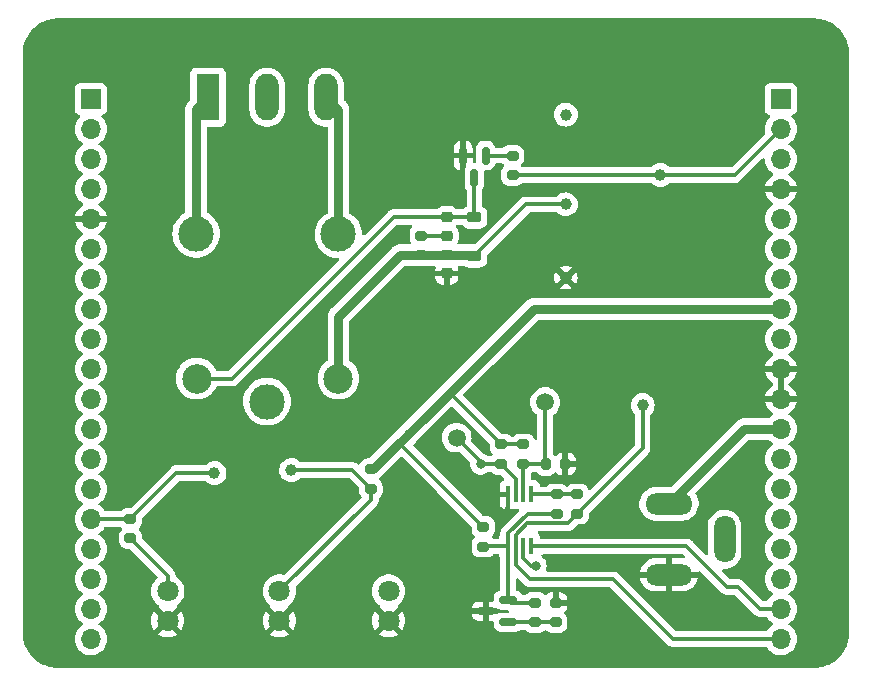
<source format=gbr>
%TF.GenerationSoftware,KiCad,Pcbnew,7.0.2*%
%TF.CreationDate,2023-07-03T14:20:41+02:00*%
%TF.ProjectId,Temperature Controller,54656d70-6572-4617-9475-726520436f6e,V0*%
%TF.SameCoordinates,Original*%
%TF.FileFunction,Copper,L1,Top*%
%TF.FilePolarity,Positive*%
%FSLAX46Y46*%
G04 Gerber Fmt 4.6, Leading zero omitted, Abs format (unit mm)*
G04 Created by KiCad (PCBNEW 7.0.2) date 2023-07-03 14:20:41*
%MOMM*%
%LPD*%
G01*
G04 APERTURE LIST*
G04 Aperture macros list*
%AMRoundRect*
0 Rectangle with rounded corners*
0 $1 Rounding radius*
0 $2 $3 $4 $5 $6 $7 $8 $9 X,Y pos of 4 corners*
0 Add a 4 corners polygon primitive as box body*
4,1,4,$2,$3,$4,$5,$6,$7,$8,$9,$2,$3,0*
0 Add four circle primitives for the rounded corners*
1,1,$1+$1,$2,$3*
1,1,$1+$1,$4,$5*
1,1,$1+$1,$6,$7*
1,1,$1+$1,$8,$9*
0 Add four rect primitives between the rounded corners*
20,1,$1+$1,$2,$3,$4,$5,0*
20,1,$1+$1,$4,$5,$6,$7,0*
20,1,$1+$1,$6,$7,$8,$9,0*
20,1,$1+$1,$8,$9,$2,$3,0*%
G04 Aperture macros list end*
%TA.AperFunction,SMDPad,CuDef*%
%ADD10RoundRect,0.200000X-0.275000X0.200000X-0.275000X-0.200000X0.275000X-0.200000X0.275000X0.200000X0*%
%TD*%
%TA.AperFunction,SMDPad,CuDef*%
%ADD11RoundRect,0.225000X0.375000X-0.225000X0.375000X0.225000X-0.375000X0.225000X-0.375000X-0.225000X0*%
%TD*%
%TA.AperFunction,ComponentPad*%
%ADD12C,1.000000*%
%TD*%
%TA.AperFunction,SMDPad,CuDef*%
%ADD13RoundRect,0.200000X-0.200000X-0.275000X0.200000X-0.275000X0.200000X0.275000X-0.200000X0.275000X0*%
%TD*%
%TA.AperFunction,ComponentPad*%
%ADD14C,1.800000*%
%TD*%
%TA.AperFunction,SMDPad,CuDef*%
%ADD15C,1.500000*%
%TD*%
%TA.AperFunction,ComponentPad*%
%ADD16C,3.000000*%
%TD*%
%TA.AperFunction,ComponentPad*%
%ADD17C,2.500000*%
%TD*%
%TA.AperFunction,SMDPad,CuDef*%
%ADD18RoundRect,0.218750X-0.256250X0.218750X-0.256250X-0.218750X0.256250X-0.218750X0.256250X0.218750X0*%
%TD*%
%TA.AperFunction,SMDPad,CuDef*%
%ADD19R,0.450000X1.450000*%
%TD*%
%TA.AperFunction,SMDPad,CuDef*%
%ADD20RoundRect,0.200000X0.275000X-0.200000X0.275000X0.200000X-0.275000X0.200000X-0.275000X-0.200000X0*%
%TD*%
%TA.AperFunction,ComponentPad*%
%ADD21R,1.980000X3.960000*%
%TD*%
%TA.AperFunction,ComponentPad*%
%ADD22O,1.980000X3.960000*%
%TD*%
%TA.AperFunction,ComponentPad*%
%ADD23O,4.000000X1.800000*%
%TD*%
%TA.AperFunction,ComponentPad*%
%ADD24O,1.800000X4.000000*%
%TD*%
%TA.AperFunction,SMDPad,CuDef*%
%ADD25RoundRect,0.150000X-0.150000X0.587500X-0.150000X-0.587500X0.150000X-0.587500X0.150000X0.587500X0*%
%TD*%
%TA.AperFunction,SMDPad,CuDef*%
%ADD26RoundRect,0.150000X0.587500X0.150000X-0.587500X0.150000X-0.587500X-0.150000X0.587500X-0.150000X0*%
%TD*%
%TA.AperFunction,SMDPad,CuDef*%
%ADD27RoundRect,0.225000X-0.250000X0.225000X-0.250000X-0.225000X0.250000X-0.225000X0.250000X0.225000X0*%
%TD*%
%TA.AperFunction,ComponentPad*%
%ADD28R,1.700000X1.700000*%
%TD*%
%TA.AperFunction,ComponentPad*%
%ADD29O,1.700000X1.700000*%
%TD*%
%TA.AperFunction,ViaPad*%
%ADD30C,0.800000*%
%TD*%
%TA.AperFunction,Conductor*%
%ADD31C,0.800000*%
%TD*%
%TA.AperFunction,Conductor*%
%ADD32C,0.300000*%
%TD*%
G04 APERTURE END LIST*
D10*
%TO.P,R8,1*%
%TO.N,/+3V3*%
X139013709Y-93072122D03*
%TO.P,R8,2*%
%TO.N,/Vref*%
X139013709Y-94722122D03*
%TD*%
D11*
%TO.P,D1,1,K*%
%TO.N,/+5V*%
X138250000Y-70150000D03*
%TO.P,D1,2,A*%
%TO.N,Net-(D1-A)*%
X138250000Y-66850000D03*
%TD*%
D12*
%TO.P,TP4,1,1*%
%TO.N,/PD2*%
X154000000Y-63250000D03*
%TD*%
D10*
%TO.P,R6,1*%
%TO.N,/PB5*%
X109139148Y-92389332D03*
%TO.P,R6,2*%
%TO.N,Net-(J3-Pin_1)*%
X109139148Y-94039332D03*
%TD*%
D12*
%TO.P,TP5,1,1*%
%TO.N,/PC0*%
X152500000Y-82750000D03*
%TD*%
D10*
%TO.P,R7,1*%
%TO.N,Net-(U1-RG)*%
X145214051Y-90300000D03*
%TO.P,R7,2*%
%TO.N,/Vref*%
X145214051Y-91950000D03*
%TD*%
%TO.P,R5,1*%
%TO.N,Net-(U1-RG)*%
X146964051Y-90300000D03*
%TO.P,R5,2*%
%TO.N,/PC0*%
X146964051Y-91950000D03*
%TD*%
D12*
%TO.P,TP2,1,1*%
%TO.N,/+5V*%
X146000000Y-65750000D03*
%TD*%
D10*
%TO.P,R1,1*%
%TO.N,/+3V3*%
X140525533Y-86081568D03*
%TO.P,R1,2*%
%TO.N,/Va*%
X140525533Y-87731568D03*
%TD*%
D12*
%TO.P,TP3,1,1*%
%TO.N,GND*%
X146000000Y-71950000D03*
%TD*%
D13*
%TO.P,R3,1*%
%TO.N,/Vb*%
X144292033Y-87740767D03*
%TO.P,R3,2*%
%TO.N,GND*%
X145942033Y-87740767D03*
%TD*%
D12*
%TO.P,TP1,1,1*%
%TO.N,/COM*%
X146000000Y-58150000D03*
%TD*%
%TO.P,TP6,1,1*%
%TO.N,/PB5*%
X116250000Y-88500000D03*
%TD*%
D14*
%TO.P,J1,1,Pin_1*%
%TO.N,/Va*%
X131000000Y-98498000D03*
%TO.P,J1,2,Pin_2*%
%TO.N,GND*%
X131000000Y-101000000D03*
%TD*%
%TO.P,J2,1,Pin_1*%
%TO.N,/PB3*%
X121750000Y-98498000D03*
%TO.P,J2,2,Pin_2*%
%TO.N,GND*%
X121750000Y-101000000D03*
%TD*%
D15*
%TO.P,TP9,1,1*%
%TO.N,/Vb*%
X144250000Y-82500000D03*
%TD*%
D16*
%TO.P,K1,1*%
%TO.N,/COM*%
X120700000Y-82450000D03*
D17*
%TO.P,K1,2*%
%TO.N,/+5V*%
X126750000Y-80500000D03*
D16*
%TO.P,K1,3*%
%TO.N,/NO*%
X126750000Y-68300000D03*
%TO.P,K1,4*%
%TO.N,/NC*%
X114700000Y-68250000D03*
D17*
%TO.P,K1,5*%
%TO.N,Net-(D1-A)*%
X114750000Y-80500000D03*
%TD*%
D10*
%TO.P,R4,1*%
%TO.N,/+3V3*%
X129500000Y-88175000D03*
%TO.P,R4,2*%
%TO.N,/PB3*%
X129500000Y-89825000D03*
%TD*%
D18*
%TO.P,D2,1,K*%
%TO.N,Net-(D1-A)*%
X135932172Y-66829415D03*
%TO.P,D2,2,A*%
%TO.N,Net-(D2-A)*%
X135932172Y-68404415D03*
%TD*%
D19*
%TO.P,U1,1,RG*%
%TO.N,Net-(U1-RG)*%
X143059200Y-90312982D03*
%TO.P,U1,2,-*%
%TO.N,/Vb*%
X142409200Y-90312982D03*
%TO.P,U1,3,+*%
%TO.N,/Va*%
X141759200Y-90312982D03*
%TO.P,U1,4,V-*%
%TO.N,GND*%
X141109200Y-90312982D03*
%TO.P,U1,5,Ref*%
%TO.N,/Vref*%
X141109200Y-94712982D03*
%TO.P,U1,6*%
%TO.N,/PC0*%
X141759200Y-94712982D03*
%TO.P,U1,7,V+*%
%TO.N,/+3V3*%
X142409200Y-94712982D03*
%TO.P,U1,8,SD*%
%TO.N,/PC1*%
X143059200Y-94712982D03*
%TD*%
D10*
%TO.P,R13,1*%
%TO.N,/Vref*%
X143405567Y-99498901D03*
%TO.P,R13,2*%
%TO.N,Net-(U2-REF)*%
X143405567Y-101148901D03*
%TD*%
%TO.P,R12,1*%
%TO.N,Net-(Q3-B)*%
X141489776Y-61632594D03*
%TO.P,R12,2*%
%TO.N,/PD2*%
X141489776Y-63282594D03*
%TD*%
D20*
%TO.P,R11,1*%
%TO.N,/+5V*%
X133750000Y-70052165D03*
%TO.P,R11,2*%
%TO.N,Net-(D2-A)*%
X133750000Y-68402165D03*
%TD*%
D12*
%TO.P,TP7,1,1*%
%TO.N,/PB3*%
X122750000Y-88250000D03*
%TD*%
D21*
%TO.P,J8,1,Pin_1*%
%TO.N,/NC*%
X115701887Y-56679994D03*
D22*
%TO.P,J8,2,Pin_2*%
%TO.N,/COM*%
X120701887Y-56679994D03*
%TO.P,J8,3,Pin_3*%
%TO.N,/NO*%
X125701887Y-56679994D03*
%TD*%
D23*
%TO.P,J5,1*%
%TO.N,/VIN*%
X154734000Y-91116000D03*
%TO.P,J5,2*%
%TO.N,GND*%
X154734000Y-97116000D03*
D24*
%TO.P,J5,3*%
%TO.N,unconnected-(J5-Pad3)*%
X159438000Y-94116000D03*
%TD*%
D15*
%TO.P,TP8,1,1*%
%TO.N,/Va*%
X136750000Y-85500000D03*
%TD*%
D25*
%TO.P,Q3,1,B*%
%TO.N,Net-(Q3-B)*%
X139200000Y-61618567D03*
%TO.P,Q3,2,E*%
%TO.N,GND*%
X137300000Y-61618567D03*
%TO.P,Q3,3,C*%
%TO.N,Net-(D1-A)*%
X138250000Y-63493567D03*
%TD*%
D26*
%TO.P,U2,1,REF*%
%TO.N,Net-(U2-REF)*%
X141127500Y-101149182D03*
%TO.P,U2,2,K*%
%TO.N,/Vref*%
X141127500Y-99249182D03*
%TO.P,U2,3,A*%
%TO.N,GND*%
X139252500Y-100199182D03*
%TD*%
D27*
%TO.P,C4,1*%
%TO.N,/+5V*%
X135918333Y-70057477D03*
%TO.P,C4,2*%
%TO.N,GND*%
X135918333Y-71607477D03*
%TD*%
D10*
%TO.P,R2,1*%
%TO.N,/+3V3*%
X142402569Y-86081568D03*
%TO.P,R2,2*%
%TO.N,/Vb*%
X142402569Y-87731568D03*
%TD*%
D14*
%TO.P,J3,1,Pin_1*%
%TO.N,Net-(J3-Pin_1)*%
X112297000Y-98498000D03*
%TO.P,J3,2,Pin_2*%
%TO.N,GND*%
X112297000Y-101000000D03*
%TD*%
D20*
%TO.P,R14,1*%
%TO.N,Net-(U2-REF)*%
X145145567Y-101148901D03*
%TO.P,R14,2*%
%TO.N,GND*%
X145145567Y-99498901D03*
%TD*%
D28*
%TO.P,J7,1,Pin_1*%
%TO.N,/PC9*%
X105780000Y-56830000D03*
D29*
%TO.P,J7,2,Pin_2*%
%TO.N,/PB8*%
X105780000Y-59370000D03*
%TO.P,J7,3,Pin_3*%
%TO.N,/PB9*%
X105780000Y-61910000D03*
%TO.P,J7,4,Pin_4*%
%TO.N,/AVDD*%
X105780000Y-64450000D03*
%TO.P,J7,5,Pin_5*%
%TO.N,GND*%
X105780000Y-66990000D03*
%TO.P,J7,6,Pin_6*%
%TO.N,/PA5*%
X105780000Y-69530000D03*
%TO.P,J7,7,Pin_7*%
%TO.N,/PA6*%
X105780000Y-72070000D03*
%TO.P,J7,8,Pin_8*%
%TO.N,/PA7*%
X105780000Y-74610000D03*
%TO.P,J7,9,Pin_9*%
%TO.N,/PB6*%
X105780000Y-77150000D03*
%TO.P,J7,10,Pin_10*%
%TO.N,/PC7*%
X105780000Y-79690000D03*
%TO.P,J7,11,Pin_11*%
%TO.N,/PA9*%
X105780000Y-82230000D03*
%TO.P,J7,12,Pin_12*%
%TO.N,/PA8*%
X105780000Y-84770000D03*
%TO.P,J7,13,Pin_13*%
%TO.N,/PB10*%
X105780000Y-87310000D03*
%TO.P,J7,14,Pin_14*%
%TO.N,/PB4*%
X105780000Y-89850000D03*
%TO.P,J7,15,Pin_15*%
%TO.N,/PB5*%
X105780000Y-92390000D03*
%TO.P,J7,16,Pin_16*%
%TO.N,/PB3*%
X105780000Y-94930000D03*
%TO.P,J7,17,Pin_17*%
%TO.N,/PA10*%
X105780000Y-97470000D03*
%TO.P,J7,18,Pin_18*%
%TO.N,/PA2*%
X105780000Y-100010000D03*
%TO.P,J7,19,Pin_19*%
%TO.N,/PA3*%
X105780000Y-102550000D03*
%TD*%
D28*
%TO.P,J6,1,Pin_1*%
%TO.N,/PC11*%
X164200000Y-56830000D03*
D29*
%TO.P,J6,2,Pin_2*%
%TO.N,/PD2*%
X164200000Y-59370000D03*
%TO.P,J6,3,Pin_3*%
%TO.N,/E5V*%
X164200000Y-61910000D03*
%TO.P,J6,4,Pin_4*%
%TO.N,GND*%
X164200000Y-64450000D03*
%TO.P,J6,5,Pin_5*%
%TO.N,/NC1*%
X164200000Y-66990000D03*
%TO.P,J6,6,Pin_6*%
%TO.N,/IOREF*%
X164200000Y-69530000D03*
%TO.P,J6,7,Pin_7*%
%TO.N,/RESET*%
X164200000Y-72070000D03*
%TO.P,J6,8,Pin_8*%
%TO.N,/+3V3*%
X164200000Y-74610000D03*
%TO.P,J6,9,Pin_9*%
%TO.N,/+5V*%
X164200000Y-77150000D03*
%TO.P,J6,10,Pin_10*%
%TO.N,GND*%
X164200000Y-79690000D03*
%TO.P,J6,11,Pin_11*%
X164200000Y-82230000D03*
%TO.P,J6,12,Pin_12*%
%TO.N,/VIN*%
X164200000Y-84770000D03*
%TO.P,J6,13,Pin_13*%
%TO.N,/NC2*%
X164200000Y-87310000D03*
%TO.P,J6,14,Pin_14*%
%TO.N,/PA0*%
X164200000Y-89850000D03*
%TO.P,J6,15,Pin_15*%
%TO.N,/PA1*%
X164200000Y-92390000D03*
%TO.P,J6,16,Pin_16*%
%TO.N,/PA4*%
X164200000Y-94930000D03*
%TO.P,J6,17,Pin_17*%
%TO.N,/PB0*%
X164200000Y-97470000D03*
%TO.P,J6,18,Pin_18*%
%TO.N,/PC1*%
X164200000Y-100010000D03*
%TO.P,J6,19,Pin_19*%
%TO.N,/PC0*%
X164200000Y-102550000D03*
%TD*%
D30*
%TO.N,GND*%
X140750000Y-92250000D03*
%TO.N,/Va*%
X138775698Y-87730162D03*
%TO.N,/+3V3*%
X132686799Y-85186799D03*
X143467313Y-96341071D03*
%TD*%
D31*
%TO.N,/+5V*%
X138152165Y-70052165D02*
X138250000Y-70150000D01*
X133750000Y-70052165D02*
X131950000Y-70052165D01*
X133750000Y-70052165D02*
X138152165Y-70052165D01*
D32*
X146000000Y-65750000D02*
X142650000Y-65750000D01*
D31*
X131950000Y-70052165D02*
X126750000Y-75252165D01*
D32*
X142650000Y-65750000D02*
X138250000Y-70150000D01*
D31*
X126750000Y-75252165D02*
X126750000Y-80500000D01*
D32*
%TO.N,GND*%
X141109200Y-91890800D02*
X141109200Y-90312982D01*
X140750000Y-92250000D02*
X141109200Y-91890800D01*
%TO.N,/PC0*%
X141759200Y-94712982D02*
X141759200Y-96275054D01*
X142750000Y-92750000D02*
X146164051Y-92750000D01*
X155050000Y-102550000D02*
X164200000Y-102550000D01*
X142984146Y-97500000D02*
X150000000Y-97500000D01*
X150000000Y-97500000D02*
X155050000Y-102550000D01*
X152500000Y-86414051D02*
X152500000Y-82750000D01*
X146164051Y-92750000D02*
X146964051Y-91950000D01*
X141759200Y-93740800D02*
X142750000Y-92750000D01*
X141759200Y-96275054D02*
X142984146Y-97500000D01*
X141759200Y-94712982D02*
X141759200Y-93740800D01*
X146964051Y-91950000D02*
X152500000Y-86414051D01*
%TO.N,/Va*%
X138775698Y-87525698D02*
X136750000Y-85500000D01*
X140524127Y-87730162D02*
X140525533Y-87731568D01*
X141759200Y-90312982D02*
X141759200Y-88965235D01*
X141759200Y-88965235D02*
X140525533Y-87731568D01*
X138775698Y-87730162D02*
X138775698Y-87525698D01*
X138775698Y-87730162D02*
X140524127Y-87730162D01*
%TO.N,Net-(D1-A)*%
X138250000Y-66850000D02*
X138250000Y-63493567D01*
X131420585Y-66829415D02*
X135932172Y-66829415D01*
X114750000Y-80500000D02*
X117750000Y-80500000D01*
X138229415Y-66829415D02*
X138250000Y-66850000D01*
X135932172Y-66829415D02*
X138229415Y-66829415D01*
X117750000Y-80500000D02*
X131420585Y-66829415D01*
%TO.N,/PD2*%
X141489776Y-63282594D02*
X160287406Y-63282594D01*
X160287406Y-63282594D02*
X164200000Y-59370000D01*
D31*
%TO.N,/+3V3*%
X164200000Y-74610000D02*
X143263599Y-74610000D01*
X136157383Y-81716214D02*
X129698597Y-88175000D01*
D32*
X143467313Y-96341071D02*
X143037289Y-96341071D01*
X139013709Y-93072122D02*
X139013422Y-93072122D01*
D31*
X143263599Y-74610000D02*
X139152283Y-78721315D01*
D32*
X142409200Y-95712982D02*
X142409200Y-94712982D01*
X139013422Y-93072122D02*
X131907449Y-85966149D01*
D31*
X139152283Y-78721315D02*
X136157383Y-81716214D01*
X129698597Y-88175000D02*
X129500000Y-88175000D01*
D32*
X140522737Y-86081568D02*
X136157383Y-81716214D01*
X143037289Y-96341071D02*
X142409200Y-95712982D01*
X142402569Y-86081568D02*
X140525533Y-86081568D01*
X140525533Y-86081568D02*
X140522737Y-86081568D01*
D31*
%TO.N,/VIN*%
X161080000Y-84770000D02*
X154734000Y-91116000D01*
X164200000Y-84770000D02*
X161080000Y-84770000D01*
D32*
%TO.N,/PC1*%
X143059200Y-94712982D02*
X156212982Y-94712982D01*
X162427818Y-100000000D02*
X164190000Y-100000000D01*
X159648901Y-98148901D02*
X160576719Y-98148901D01*
X160576719Y-98148901D02*
X162427818Y-100000000D01*
X164190000Y-100000000D02*
X164200000Y-100010000D01*
X156212982Y-94712982D02*
X159648901Y-98148901D01*
%TO.N,/PB5*%
X113028480Y-88500000D02*
X116250000Y-88500000D01*
X109139148Y-92389332D02*
X109138480Y-92390000D01*
X109138480Y-92390000D02*
X105780000Y-92390000D01*
X109139148Y-92389332D02*
X113028480Y-88500000D01*
%TO.N,/PB3*%
X129500000Y-89825000D02*
X129500000Y-90748000D01*
X127925000Y-88250000D02*
X122750000Y-88250000D01*
X129500000Y-90748000D02*
X121750000Y-98498000D01*
X129500000Y-89825000D02*
X127925000Y-88250000D01*
%TO.N,/Vb*%
X144292033Y-87740767D02*
X142411768Y-87740767D01*
X142402569Y-90306351D02*
X142409200Y-90312982D01*
X144250000Y-87698734D02*
X144250000Y-82750000D01*
X144292033Y-87740767D02*
X144250000Y-87698734D01*
X142402569Y-87731568D02*
X142402569Y-90306351D01*
D31*
%TO.N,/NO*%
X126750000Y-68300000D02*
X126750000Y-57728107D01*
X126750000Y-57728107D02*
X125701887Y-56679994D01*
%TO.N,/NC*%
X114700000Y-68250000D02*
X114700000Y-57681881D01*
X114700000Y-57681881D02*
X115701887Y-56679994D01*
D32*
%TO.N,Net-(D2-A)*%
X135932172Y-68404415D02*
X133752250Y-68404415D01*
%TO.N,Net-(J3-Pin_1)*%
X112297000Y-98498000D02*
X112297000Y-97197184D01*
X112297000Y-97197184D02*
X109139148Y-94039332D01*
%TO.N,Net-(Q3-B)*%
X139214027Y-61632594D02*
X139200000Y-61618567D01*
X141489776Y-61632594D02*
X139214027Y-61632594D01*
%TO.N,Net-(U1-RG)*%
X143059200Y-90312982D02*
X146951069Y-90312982D01*
X146951069Y-90312982D02*
X146964051Y-90300000D01*
%TO.N,/Vref*%
X141109200Y-94712982D02*
X141109200Y-99230882D01*
X142772182Y-91950000D02*
X145214051Y-91950000D01*
X141109200Y-99230882D02*
X141127500Y-99249182D01*
X143405567Y-99498901D02*
X141377219Y-99498901D01*
X141109200Y-93612982D02*
X142772182Y-91950000D01*
X139022849Y-94712982D02*
X139013709Y-94722122D01*
X141109200Y-94712982D02*
X141109200Y-93612982D01*
X141109200Y-94712982D02*
X139022849Y-94712982D01*
%TO.N,Net-(U2-REF)*%
X141127781Y-101148901D02*
X141127500Y-101149182D01*
X145145567Y-101148901D02*
X141127781Y-101148901D01*
%TD*%
%TA.AperFunction,Conductor*%
%TO.N,GND*%
G36*
X155955899Y-95391167D02*
G01*
X155976541Y-95407801D01*
X156077542Y-95508802D01*
X156111027Y-95570125D01*
X156106043Y-95639817D01*
X156064171Y-95695750D01*
X155998707Y-95720167D01*
X155968908Y-95718700D01*
X155953159Y-95716000D01*
X154984000Y-95716000D01*
X154984000Y-96516000D01*
X154484000Y-96516000D01*
X154484000Y-95716000D01*
X153577158Y-95716000D01*
X153571902Y-95716223D01*
X153396544Y-95731148D01*
X153165916Y-95791198D01*
X152948758Y-95889360D01*
X152751312Y-96022811D01*
X152579258Y-96187711D01*
X152437549Y-96379315D01*
X152330258Y-96592113D01*
X152260474Y-96819982D01*
X152254582Y-96866000D01*
X153138118Y-96866000D01*
X153099444Y-96959369D01*
X153078823Y-97116000D01*
X153099444Y-97272631D01*
X153138118Y-97366000D01*
X152255734Y-97366000D01*
X152290526Y-97527434D01*
X152379383Y-97748562D01*
X152504335Y-97951497D01*
X152661784Y-98130394D01*
X152847199Y-98280106D01*
X153055250Y-98396332D01*
X153279957Y-98475726D01*
X153514840Y-98516000D01*
X154484000Y-98516000D01*
X154484000Y-97716000D01*
X154984000Y-97716000D01*
X154984000Y-98516000D01*
X155890842Y-98516000D01*
X155896097Y-98515776D01*
X156071455Y-98500851D01*
X156302083Y-98440801D01*
X156519241Y-98342639D01*
X156716687Y-98209188D01*
X156888741Y-98044288D01*
X157030450Y-97852684D01*
X157137741Y-97639886D01*
X157207525Y-97412017D01*
X157213418Y-97366000D01*
X156329882Y-97366000D01*
X156368556Y-97272631D01*
X156389177Y-97116000D01*
X156368556Y-96959369D01*
X156329882Y-96866000D01*
X157212264Y-96866000D01*
X157225011Y-96850213D01*
X157282441Y-96810420D01*
X157352269Y-96807992D01*
X157409170Y-96840430D01*
X159122181Y-98553440D01*
X159135674Y-98570280D01*
X159137484Y-98571980D01*
X159137485Y-98571981D01*
X159189190Y-98620535D01*
X159191987Y-98623246D01*
X159212568Y-98643827D01*
X159215647Y-98646215D01*
X159215649Y-98646217D01*
X159216144Y-98646601D01*
X159225020Y-98654182D01*
X159258769Y-98685874D01*
X159277694Y-98696278D01*
X159293957Y-98706960D01*
X159311032Y-98720205D01*
X159331232Y-98728946D01*
X159353519Y-98738591D01*
X159364009Y-98743730D01*
X159386709Y-98756209D01*
X159404564Y-98766025D01*
X159425479Y-98771395D01*
X159443884Y-98777695D01*
X159463724Y-98786281D01*
X159478466Y-98788615D01*
X159509453Y-98793524D01*
X159520893Y-98795893D01*
X159565712Y-98807401D01*
X159565713Y-98807401D01*
X159587319Y-98807401D01*
X159606716Y-98808927D01*
X159628052Y-98812307D01*
X159674135Y-98807950D01*
X159685803Y-98807401D01*
X160252597Y-98807401D01*
X160319636Y-98827086D01*
X160340278Y-98843720D01*
X161901098Y-100404539D01*
X161914591Y-100421379D01*
X161916401Y-100423079D01*
X161916402Y-100423080D01*
X161968107Y-100471634D01*
X161970904Y-100474345D01*
X161991485Y-100494926D01*
X161994564Y-100497314D01*
X161994566Y-100497316D01*
X161995061Y-100497700D01*
X162003937Y-100505281D01*
X162007627Y-100508746D01*
X162037685Y-100536972D01*
X162056621Y-100547382D01*
X162072869Y-100558055D01*
X162089949Y-100571304D01*
X162132440Y-100589691D01*
X162142918Y-100594824D01*
X162183481Y-100617124D01*
X162204407Y-100622496D01*
X162222813Y-100628799D01*
X162242637Y-100637378D01*
X162242639Y-100637378D01*
X162242641Y-100637379D01*
X162288375Y-100644622D01*
X162299773Y-100646982D01*
X162344630Y-100658500D01*
X162366236Y-100658500D01*
X162385635Y-100660027D01*
X162406969Y-100663406D01*
X162449154Y-100659418D01*
X162453050Y-100659050D01*
X162464719Y-100658500D01*
X162933844Y-100658500D01*
X163000883Y-100678185D01*
X163037653Y-100714679D01*
X163124276Y-100847267D01*
X163202906Y-100932680D01*
X163276760Y-101012906D01*
X163454424Y-101151189D01*
X163454426Y-101151190D01*
X163490931Y-101170946D01*
X163540521Y-101220165D01*
X163555629Y-101288382D01*
X163531458Y-101353937D01*
X163490931Y-101389054D01*
X163454426Y-101408809D01*
X163276760Y-101547094D01*
X163124279Y-101712730D01*
X163044186Y-101835322D01*
X162991039Y-101880678D01*
X162940377Y-101891500D01*
X155374121Y-101891500D01*
X155307082Y-101871815D01*
X155286440Y-101855181D01*
X150526718Y-97095458D01*
X150513234Y-97078627D01*
X150459725Y-97028379D01*
X150456928Y-97025668D01*
X150439085Y-97007825D01*
X150436333Y-97005073D01*
X150432740Y-97002286D01*
X150423876Y-96994714D01*
X150390133Y-96963028D01*
X150371200Y-96952619D01*
X150354941Y-96941939D01*
X150337868Y-96928696D01*
X150306205Y-96914994D01*
X150295377Y-96910308D01*
X150284900Y-96905175D01*
X150262007Y-96892590D01*
X150244334Y-96882874D01*
X150223413Y-96877503D01*
X150205004Y-96871200D01*
X150185175Y-96862619D01*
X150139455Y-96855378D01*
X150128016Y-96853009D01*
X150083190Y-96841500D01*
X150083188Y-96841500D01*
X150061581Y-96841500D01*
X150042183Y-96839973D01*
X150031998Y-96838360D01*
X150020849Y-96836594D01*
X150020848Y-96836594D01*
X149974764Y-96840950D01*
X149963097Y-96841500D01*
X144430638Y-96841500D01*
X144363599Y-96821815D01*
X144317844Y-96769011D01*
X144307900Y-96699853D01*
X144312707Y-96679182D01*
X144321730Y-96651412D01*
X144360855Y-96530999D01*
X144380817Y-96341071D01*
X144360855Y-96151143D01*
X144301840Y-95969515D01*
X144301840Y-95969514D01*
X144206355Y-95804129D01*
X144173165Y-95767268D01*
X144078566Y-95662205D01*
X143987166Y-95595798D01*
X143944502Y-95540470D01*
X143938523Y-95470856D01*
X143971129Y-95409061D01*
X144031968Y-95374704D01*
X144060053Y-95371482D01*
X155888860Y-95371482D01*
X155955899Y-95391167D01*
G37*
%TD.AperFunction*%
%TA.AperFunction,Conductor*%
G36*
X163202500Y-75538185D02*
G01*
X163226689Y-75558515D01*
X163276760Y-75612906D01*
X163454424Y-75751189D01*
X163454426Y-75751190D01*
X163490931Y-75770946D01*
X163540521Y-75820165D01*
X163555629Y-75888382D01*
X163531458Y-75953937D01*
X163490931Y-75989054D01*
X163454426Y-76008809D01*
X163276760Y-76147094D01*
X163124279Y-76312730D01*
X163001138Y-76501211D01*
X162910705Y-76707381D01*
X162855435Y-76925636D01*
X162836843Y-77149999D01*
X162855435Y-77374363D01*
X162910705Y-77592618D01*
X163001138Y-77798788D01*
X163001140Y-77798791D01*
X163124278Y-77987268D01*
X163276760Y-78152906D01*
X163454424Y-78291189D01*
X163497697Y-78314607D01*
X163547287Y-78363825D01*
X163562395Y-78432042D01*
X163538225Y-78497598D01*
X163509803Y-78525236D01*
X163328918Y-78651893D01*
X163161890Y-78818921D01*
X163026400Y-79012421D01*
X162926569Y-79226507D01*
X162869364Y-79439999D01*
X162869364Y-79440000D01*
X163766314Y-79440000D01*
X163740507Y-79480156D01*
X163700000Y-79618111D01*
X163700000Y-79761889D01*
X163740507Y-79899844D01*
X163766314Y-79940000D01*
X162869364Y-79940000D01*
X162926569Y-80153492D01*
X163026399Y-80367576D01*
X163161893Y-80561081D01*
X163328918Y-80728106D01*
X163515031Y-80858425D01*
X163558656Y-80913002D01*
X163565848Y-80982501D01*
X163534326Y-81044855D01*
X163515031Y-81061575D01*
X163328918Y-81191893D01*
X163161890Y-81358921D01*
X163026400Y-81552421D01*
X162926569Y-81766507D01*
X162869364Y-81979999D01*
X162869364Y-81980000D01*
X163766314Y-81980000D01*
X163740507Y-82020156D01*
X163700000Y-82158111D01*
X163700000Y-82301889D01*
X163740507Y-82439844D01*
X163766314Y-82480000D01*
X162869364Y-82480000D01*
X162926569Y-82693492D01*
X163026399Y-82907576D01*
X163161893Y-83101081D01*
X163328918Y-83268106D01*
X163509802Y-83394763D01*
X163553426Y-83449340D01*
X163560619Y-83518839D01*
X163529097Y-83581193D01*
X163497698Y-83605392D01*
X163454422Y-83628812D01*
X163276760Y-83767094D01*
X163226690Y-83821484D01*
X163166803Y-83857474D01*
X163135461Y-83861500D01*
X161161255Y-83861500D01*
X161141857Y-83859973D01*
X161127809Y-83857748D01*
X161059462Y-83861330D01*
X161052972Y-83861500D01*
X161032390Y-83861500D01*
X161029176Y-83861837D01*
X161029170Y-83861838D01*
X161011917Y-83863651D01*
X161005456Y-83864159D01*
X160937091Y-83867743D01*
X160923344Y-83871426D01*
X160904222Y-83874970D01*
X160890072Y-83876457D01*
X160824961Y-83897613D01*
X160818762Y-83899449D01*
X160784010Y-83908762D01*
X160752624Y-83917172D01*
X160739950Y-83923630D01*
X160721992Y-83931069D01*
X160708445Y-83935471D01*
X160649169Y-83969694D01*
X160643468Y-83972790D01*
X160582467Y-84003872D01*
X160571403Y-84012831D01*
X160555386Y-84023839D01*
X160543059Y-84030957D01*
X160492188Y-84076759D01*
X160487264Y-84080964D01*
X160473786Y-84091880D01*
X160473769Y-84091894D01*
X160471259Y-84093928D01*
X160468987Y-84096199D01*
X160468959Y-84096225D01*
X160456694Y-84108491D01*
X160451989Y-84112956D01*
X160401133Y-84158747D01*
X160392769Y-84170259D01*
X160380136Y-84185049D01*
X154894006Y-89671181D01*
X154832683Y-89704666D01*
X154806325Y-89707500D01*
X153574173Y-89707500D01*
X153571558Y-89707722D01*
X153571547Y-89707723D01*
X153395103Y-89722740D01*
X153163074Y-89783155D01*
X152944598Y-89881913D01*
X152745953Y-90016174D01*
X152572855Y-90182075D01*
X152430285Y-90374842D01*
X152322343Y-90588932D01*
X152284932Y-90711095D01*
X152252136Y-90818185D01*
X152223986Y-91038018D01*
X152221682Y-91056008D01*
X152231856Y-91295548D01*
X152282370Y-91529933D01*
X152352454Y-91704343D01*
X152371767Y-91752404D01*
X152497476Y-91956569D01*
X152655881Y-92136551D01*
X152689408Y-92163622D01*
X152842423Y-92287175D01*
X153051738Y-92404104D01*
X153051740Y-92404105D01*
X153277806Y-92483980D01*
X153277808Y-92483980D01*
X153277810Y-92483981D01*
X153514117Y-92524500D01*
X153514119Y-92524500D01*
X155891196Y-92524500D01*
X155893827Y-92524500D01*
X156072898Y-92509259D01*
X156227581Y-92468982D01*
X156304925Y-92448844D01*
X156438524Y-92388453D01*
X156523402Y-92350086D01*
X156722047Y-92215825D01*
X156895144Y-92049925D01*
X157037715Y-91857157D01*
X157145657Y-91643067D01*
X157215864Y-91413815D01*
X157246318Y-91175995D01*
X157236143Y-90936449D01*
X157185630Y-90702068D01*
X157096233Y-90479596D01*
X156979532Y-90290061D01*
X156961146Y-90222657D01*
X156982121Y-90156010D01*
X156997437Y-90137374D01*
X161419993Y-85714819D01*
X161481317Y-85681334D01*
X161507675Y-85678500D01*
X163135461Y-85678500D01*
X163202500Y-85698185D01*
X163226689Y-85718515D01*
X163276760Y-85772906D01*
X163454424Y-85911189D01*
X163454426Y-85911190D01*
X163490931Y-85930946D01*
X163540521Y-85980165D01*
X163555629Y-86048382D01*
X163531458Y-86113937D01*
X163490931Y-86149054D01*
X163454426Y-86168809D01*
X163276760Y-86307094D01*
X163124279Y-86472730D01*
X163001138Y-86661211D01*
X162912524Y-86863234D01*
X162910704Y-86867384D01*
X162878578Y-86994248D01*
X162855435Y-87085636D01*
X162836843Y-87309999D01*
X162855435Y-87534363D01*
X162855435Y-87534366D01*
X162855436Y-87534368D01*
X162898439Y-87704184D01*
X162910705Y-87752618D01*
X163001138Y-87958788D01*
X163001140Y-87958791D01*
X163124278Y-88147268D01*
X163276760Y-88312906D01*
X163454424Y-88451189D01*
X163454426Y-88451190D01*
X163490931Y-88470946D01*
X163540521Y-88520165D01*
X163555629Y-88588382D01*
X163531458Y-88653937D01*
X163490931Y-88689054D01*
X163454426Y-88708809D01*
X163276760Y-88847094D01*
X163124279Y-89012730D01*
X163001138Y-89201211D01*
X162917559Y-89391755D01*
X162910704Y-89407384D01*
X162883862Y-89513380D01*
X162855435Y-89625636D01*
X162836843Y-89849999D01*
X162855435Y-90074363D01*
X162855435Y-90074366D01*
X162855436Y-90074368D01*
X162906352Y-90275431D01*
X162910705Y-90292618D01*
X163001138Y-90498788D01*
X163001140Y-90498791D01*
X163124278Y-90687268D01*
X163276760Y-90852906D01*
X163454424Y-90991189D01*
X163454426Y-90991190D01*
X163490931Y-91010946D01*
X163540521Y-91060165D01*
X163555629Y-91128382D01*
X163531458Y-91193937D01*
X163490931Y-91229054D01*
X163454426Y-91248809D01*
X163276760Y-91387094D01*
X163124279Y-91552730D01*
X163001138Y-91741211D01*
X162910705Y-91947381D01*
X162855435Y-92165636D01*
X162836843Y-92390000D01*
X162855435Y-92614363D01*
X162855435Y-92614366D01*
X162855436Y-92614368D01*
X162906921Y-92817678D01*
X162910705Y-92832618D01*
X163001138Y-93038788D01*
X163001140Y-93038791D01*
X163124278Y-93227268D01*
X163276760Y-93392906D01*
X163454424Y-93531189D01*
X163454426Y-93531190D01*
X163490931Y-93550946D01*
X163540521Y-93600165D01*
X163555629Y-93668382D01*
X163531458Y-93733937D01*
X163490931Y-93769054D01*
X163454426Y-93788809D01*
X163276760Y-93927094D01*
X163124279Y-94092730D01*
X163001138Y-94281211D01*
X162920585Y-94464857D01*
X162910704Y-94487384D01*
X162899344Y-94532245D01*
X162855435Y-94705636D01*
X162836843Y-94930000D01*
X162855435Y-95154363D01*
X162855435Y-95154366D01*
X162855436Y-95154368D01*
X162908086Y-95362278D01*
X162910705Y-95372618D01*
X163001138Y-95578788D01*
X163001140Y-95578791D01*
X163124278Y-95767268D01*
X163276760Y-95932906D01*
X163454424Y-96071189D01*
X163490930Y-96090945D01*
X163540520Y-96140162D01*
X163555630Y-96208379D01*
X163531459Y-96273935D01*
X163490933Y-96309052D01*
X163454427Y-96328809D01*
X163454425Y-96328810D01*
X163454424Y-96328811D01*
X163423958Y-96352524D01*
X163276760Y-96467094D01*
X163124279Y-96632730D01*
X163001138Y-96821211D01*
X162910705Y-97027381D01*
X162910704Y-97027384D01*
X162872323Y-97178948D01*
X162855435Y-97245636D01*
X162836843Y-97469999D01*
X162855435Y-97694363D01*
X162855435Y-97694366D01*
X162855436Y-97694368D01*
X162908659Y-97904542D01*
X162910705Y-97912618D01*
X163001138Y-98118788D01*
X163001140Y-98118791D01*
X163124278Y-98307268D01*
X163276760Y-98472906D01*
X163454424Y-98611189D01*
X163454426Y-98611190D01*
X163490931Y-98630946D01*
X163540521Y-98680165D01*
X163555629Y-98748382D01*
X163531458Y-98813937D01*
X163490931Y-98849054D01*
X163454426Y-98868809D01*
X163276760Y-99007094D01*
X163124277Y-99172732D01*
X163050720Y-99285321D01*
X162997574Y-99330678D01*
X162946911Y-99341500D01*
X162751939Y-99341500D01*
X162684900Y-99321815D01*
X162664258Y-99305181D01*
X161103437Y-97744359D01*
X161089953Y-97727528D01*
X161036444Y-97677280D01*
X161033647Y-97674569D01*
X161015804Y-97656726D01*
X161013052Y-97653974D01*
X161009459Y-97651187D01*
X161000595Y-97643615D01*
X160966852Y-97611929D01*
X160947919Y-97601520D01*
X160931660Y-97590840D01*
X160914587Y-97577597D01*
X160914587Y-97577596D01*
X160872096Y-97559209D01*
X160861619Y-97554076D01*
X160838726Y-97541491D01*
X160821053Y-97531775D01*
X160800132Y-97526404D01*
X160781723Y-97520101D01*
X160761894Y-97511520D01*
X160716174Y-97504279D01*
X160704735Y-97501910D01*
X160659909Y-97490401D01*
X160659907Y-97490401D01*
X160638300Y-97490401D01*
X160618902Y-97488874D01*
X160610322Y-97487515D01*
X160597568Y-97485495D01*
X160597567Y-97485495D01*
X160551483Y-97489851D01*
X160539816Y-97490401D01*
X159973022Y-97490401D01*
X159905983Y-97470716D01*
X159885341Y-97454082D01*
X159269619Y-96838360D01*
X159236134Y-96777037D01*
X159241118Y-96707345D01*
X159282990Y-96651412D01*
X159348454Y-96626995D01*
X159373045Y-96627682D01*
X159378005Y-96628318D01*
X159617551Y-96618143D01*
X159851932Y-96567630D01*
X160074404Y-96478233D01*
X160278569Y-96352524D01*
X160458551Y-96194119D01*
X160609175Y-96007576D01*
X160726105Y-95798260D01*
X160805980Y-95572194D01*
X160816850Y-95508802D01*
X160846500Y-95335883D01*
X160846500Y-92958804D01*
X160846500Y-92956173D01*
X160831259Y-92777102D01*
X160811120Y-92699760D01*
X160770844Y-92545074D01*
X160672086Y-92326598D01*
X160537825Y-92127953D01*
X160371924Y-91954855D01*
X160179157Y-91812285D01*
X159965067Y-91704343D01*
X159735815Y-91634136D01*
X159684118Y-91627516D01*
X159497995Y-91603682D01*
X159497991Y-91603682D01*
X159258451Y-91613856D01*
X159024066Y-91664370D01*
X158801599Y-91753765D01*
X158597429Y-91879477D01*
X158417449Y-92037880D01*
X158266824Y-92224423D01*
X158149895Y-92433738D01*
X158070018Y-92659810D01*
X158029500Y-92896116D01*
X158029500Y-92896118D01*
X158029500Y-92896119D01*
X158029500Y-95275827D01*
X158029723Y-95278445D01*
X158030708Y-95290024D01*
X158016776Y-95358490D01*
X157968040Y-95408556D01*
X157899973Y-95424325D01*
X157834186Y-95400791D01*
X157819473Y-95388214D01*
X157413460Y-94982201D01*
X156739700Y-94308440D01*
X156726216Y-94291609D01*
X156672707Y-94241361D01*
X156669910Y-94238650D01*
X156652067Y-94220807D01*
X156649315Y-94218055D01*
X156645722Y-94215268D01*
X156636858Y-94207696D01*
X156603115Y-94176010D01*
X156584182Y-94165601D01*
X156567923Y-94154921D01*
X156550850Y-94141678D01*
X156550849Y-94141677D01*
X156508359Y-94123290D01*
X156497882Y-94118157D01*
X156474989Y-94105572D01*
X156457316Y-94095856D01*
X156436395Y-94090485D01*
X156417986Y-94084182D01*
X156398157Y-94075601D01*
X156352437Y-94068360D01*
X156340998Y-94065991D01*
X156296172Y-94054482D01*
X156296170Y-94054482D01*
X156274563Y-94054482D01*
X156255165Y-94052955D01*
X156246585Y-94051596D01*
X156233831Y-94049576D01*
X156233830Y-94049576D01*
X156187746Y-94053932D01*
X156176079Y-94054482D01*
X143916225Y-94054482D01*
X143849186Y-94034797D01*
X143803431Y-93981993D01*
X143792577Y-93937820D01*
X143792700Y-93939344D01*
X143786189Y-93878781D01*
X143786188Y-93878779D01*
X143786188Y-93878776D01*
X143735089Y-93741778D01*
X143636777Y-93610448D01*
X143639428Y-93608463D01*
X143615003Y-93575836D01*
X143610017Y-93506144D01*
X143643501Y-93444820D01*
X143704824Y-93411334D01*
X143731184Y-93408500D01*
X146077661Y-93408500D01*
X146099095Y-93410866D01*
X146101586Y-93410787D01*
X146101588Y-93410788D01*
X146172451Y-93408561D01*
X146176347Y-93408500D01*
X146201592Y-93408500D01*
X146205483Y-93408500D01*
X146209969Y-93407933D01*
X146221623Y-93407015D01*
X146267882Y-93405562D01*
X146288627Y-93399534D01*
X146307667Y-93395591D01*
X146329115Y-93392882D01*
X146372169Y-93375835D01*
X146383193Y-93372060D01*
X146427651Y-93359145D01*
X146446242Y-93348149D01*
X146463715Y-93339589D01*
X146483807Y-93331635D01*
X146521273Y-93304412D01*
X146531011Y-93298016D01*
X146570858Y-93274453D01*
X146586138Y-93259171D01*
X146600928Y-93246540D01*
X146618408Y-93233841D01*
X146647920Y-93198165D01*
X146655763Y-93189546D01*
X146950492Y-92894818D01*
X147011815Y-92861333D01*
X147038173Y-92858499D01*
X147293494Y-92858499D01*
X147296315Y-92858499D01*
X147367700Y-92852013D01*
X147429948Y-92832616D01*
X147531961Y-92800828D01*
X147531961Y-92800827D01*
X147531964Y-92800827D01*
X147679206Y-92711816D01*
X147800867Y-92590155D01*
X147889878Y-92442913D01*
X147941064Y-92278649D01*
X147947551Y-92207265D01*
X147947550Y-91949120D01*
X147967234Y-91882082D01*
X147983864Y-91861445D01*
X152904542Y-86940767D01*
X152921372Y-86927286D01*
X152943284Y-86903951D01*
X152971652Y-86873741D01*
X152974301Y-86871008D01*
X152994927Y-86850384D01*
X152997701Y-86846806D01*
X153005287Y-86837923D01*
X153036972Y-86804184D01*
X153047380Y-86785251D01*
X153058059Y-86768993D01*
X153071304Y-86751919D01*
X153089692Y-86709426D01*
X153094829Y-86698943D01*
X153117123Y-86658391D01*
X153122495Y-86637467D01*
X153128798Y-86619058D01*
X153137380Y-86599228D01*
X153144623Y-86553492D01*
X153146989Y-86542068D01*
X153158500Y-86497239D01*
X153158500Y-86475630D01*
X153160027Y-86456231D01*
X153161039Y-86449843D01*
X153163406Y-86434899D01*
X153159050Y-86388815D01*
X153158500Y-86377146D01*
X153158500Y-83572870D01*
X153178185Y-83505831D01*
X153203838Y-83477015D01*
X153216568Y-83466568D01*
X153342595Y-83313004D01*
X153436241Y-83137804D01*
X153493908Y-82947701D01*
X153513380Y-82750000D01*
X153493908Y-82552299D01*
X153436241Y-82362196D01*
X153342595Y-82186996D01*
X153216568Y-82033432D01*
X153063004Y-81907405D01*
X153063003Y-81907404D01*
X152954963Y-81849656D01*
X152887804Y-81813759D01*
X152697701Y-81756092D01*
X152697698Y-81756091D01*
X152500000Y-81736620D01*
X152302301Y-81756091D01*
X152267965Y-81766507D01*
X152112196Y-81813759D01*
X152112192Y-81813760D01*
X152112192Y-81813761D01*
X151936996Y-81907404D01*
X151783432Y-82033432D01*
X151657404Y-82186996D01*
X151563761Y-82362192D01*
X151563759Y-82362196D01*
X151535801Y-82454363D01*
X151506091Y-82552301D01*
X151486620Y-82750000D01*
X151506091Y-82947698D01*
X151506092Y-82947701D01*
X151563759Y-83137804D01*
X151563761Y-83137807D01*
X151657404Y-83313003D01*
X151783432Y-83466568D01*
X151796162Y-83477015D01*
X151835498Y-83534760D01*
X151841500Y-83572870D01*
X151841500Y-86089928D01*
X151821815Y-86156967D01*
X151805181Y-86177609D01*
X148102826Y-89879963D01*
X148041503Y-89913448D01*
X147971811Y-89908464D01*
X147915878Y-89866592D01*
X147896760Y-89829173D01*
X147889878Y-89807087D01*
X147829810Y-89707723D01*
X147800866Y-89659843D01*
X147679207Y-89538184D01*
X147583967Y-89480610D01*
X147531964Y-89449173D01*
X147367700Y-89397987D01*
X147367697Y-89397986D01*
X147299125Y-89391755D01*
X147299119Y-89391754D01*
X147296316Y-89391500D01*
X147293497Y-89391500D01*
X146634607Y-89391500D01*
X146634585Y-89391500D01*
X146631787Y-89391501D01*
X146628989Y-89391755D01*
X146628971Y-89391756D01*
X146560401Y-89397986D01*
X146396140Y-89449171D01*
X146248894Y-89538184D01*
X146176732Y-89610347D01*
X146115409Y-89643832D01*
X146045717Y-89638848D01*
X146001370Y-89610347D01*
X145929207Y-89538184D01*
X145833967Y-89480610D01*
X145781964Y-89449173D01*
X145617700Y-89397987D01*
X145617697Y-89397986D01*
X145549125Y-89391755D01*
X145549119Y-89391754D01*
X145546316Y-89391500D01*
X145543497Y-89391500D01*
X144884607Y-89391500D01*
X144884585Y-89391500D01*
X144881787Y-89391501D01*
X144878989Y-89391755D01*
X144878971Y-89391756D01*
X144810401Y-89397986D01*
X144646140Y-89449171D01*
X144498896Y-89538183D01*
X144472160Y-89564920D01*
X144418915Y-89618164D01*
X144357595Y-89651648D01*
X144331236Y-89654482D01*
X143916225Y-89654482D01*
X143849186Y-89634797D01*
X143803431Y-89581993D01*
X143792577Y-89537820D01*
X143792700Y-89539344D01*
X143786189Y-89478781D01*
X143786188Y-89478779D01*
X143786188Y-89478776D01*
X143735089Y-89341778D01*
X143647461Y-89224720D01*
X143530403Y-89137092D01*
X143393405Y-89085993D01*
X143336124Y-89079835D01*
X143336118Y-89079834D01*
X143332838Y-89079482D01*
X143329528Y-89079482D01*
X143185069Y-89079482D01*
X143118030Y-89059797D01*
X143072275Y-89006993D01*
X143061069Y-88955482D01*
X143061069Y-88597569D01*
X143080754Y-88530530D01*
X143107528Y-88504482D01*
X143107077Y-88504031D01*
X143140163Y-88470945D01*
X143175523Y-88435584D01*
X143236844Y-88402101D01*
X143263203Y-88399267D01*
X143426031Y-88399267D01*
X143493070Y-88418952D01*
X143519119Y-88445726D01*
X143519570Y-88445276D01*
X143651876Y-88577582D01*
X143659838Y-88582395D01*
X143799120Y-88666594D01*
X143963384Y-88717780D01*
X144034768Y-88724267D01*
X144549297Y-88724266D01*
X144620682Y-88717780D01*
X144784946Y-88666594D01*
X144932188Y-88577583D01*
X145035364Y-88474406D01*
X145096685Y-88440923D01*
X145166377Y-88445907D01*
X145210726Y-88474408D01*
X145307159Y-88570842D01*
X145452636Y-88658786D01*
X145614926Y-88709357D01*
X145682653Y-88715512D01*
X145688271Y-88715766D01*
X145692032Y-88715765D01*
X145692033Y-88715765D01*
X145692033Y-87990767D01*
X146192033Y-87990767D01*
X146192033Y-88715766D01*
X146195786Y-88715766D01*
X146201422Y-88715510D01*
X146269137Y-88709358D01*
X146431430Y-88658785D01*
X146576908Y-88570841D01*
X146697107Y-88450642D01*
X146785052Y-88305163D01*
X146835623Y-88142873D01*
X146841777Y-88075151D01*
X146842033Y-88069522D01*
X146842033Y-87990767D01*
X146192033Y-87990767D01*
X145692033Y-87990767D01*
X145692033Y-86765767D01*
X146192033Y-86765767D01*
X146192033Y-87490767D01*
X146842032Y-87490767D01*
X146842032Y-87412013D01*
X146841776Y-87406377D01*
X146835624Y-87338662D01*
X146785051Y-87176369D01*
X146697107Y-87030891D01*
X146576908Y-86910692D01*
X146431429Y-86822747D01*
X146269139Y-86772176D01*
X146201417Y-86766022D01*
X146195789Y-86765767D01*
X146192033Y-86765767D01*
X145692033Y-86765767D01*
X145692032Y-86765766D01*
X145688261Y-86765767D01*
X145682661Y-86766022D01*
X145614928Y-86772175D01*
X145452635Y-86822748D01*
X145307157Y-86910692D01*
X145210725Y-87007125D01*
X145149402Y-87040610D01*
X145079710Y-87035626D01*
X145035363Y-87007125D01*
X144944819Y-86916581D01*
X144911334Y-86855258D01*
X144908500Y-86828900D01*
X144908500Y-83639808D01*
X144928185Y-83572769D01*
X144961374Y-83538234D01*
X145062038Y-83467749D01*
X145217749Y-83312038D01*
X145344056Y-83131654D01*
X145437120Y-82932076D01*
X145494115Y-82719371D01*
X145513307Y-82500000D01*
X145494115Y-82280629D01*
X145437120Y-82067924D01*
X145344056Y-81868347D01*
X145217749Y-81687962D01*
X145062038Y-81532251D01*
X144881654Y-81405944D01*
X144780812Y-81358921D01*
X144682077Y-81312880D01*
X144469368Y-81255884D01*
X144250000Y-81236692D01*
X144030631Y-81255884D01*
X143817922Y-81312880D01*
X143646680Y-81392732D01*
X143618347Y-81405944D01*
X143437962Y-81532251D01*
X143437958Y-81532254D01*
X143282254Y-81687958D01*
X143282251Y-81687961D01*
X143282251Y-81687962D01*
X143200267Y-81805048D01*
X143155943Y-81868349D01*
X143062880Y-82067922D01*
X143005884Y-82280631D01*
X142986692Y-82500000D01*
X143005884Y-82719368D01*
X143062880Y-82932077D01*
X143113035Y-83039636D01*
X143155944Y-83131654D01*
X143282251Y-83312038D01*
X143437962Y-83467749D01*
X143538625Y-83538234D01*
X143582249Y-83592811D01*
X143591500Y-83639808D01*
X143591500Y-85618253D01*
X143571815Y-85685292D01*
X143519011Y-85731047D01*
X143449853Y-85740991D01*
X143386297Y-85711966D01*
X143349115Y-85655143D01*
X143328397Y-85588657D01*
X143239384Y-85441411D01*
X143117725Y-85319752D01*
X143028714Y-85265943D01*
X142970482Y-85230741D01*
X142806218Y-85179555D01*
X142806215Y-85179554D01*
X142737643Y-85173323D01*
X142737637Y-85173322D01*
X142734834Y-85173068D01*
X142732015Y-85173068D01*
X142073125Y-85173068D01*
X142073103Y-85173068D01*
X142070305Y-85173069D01*
X142067507Y-85173323D01*
X142067489Y-85173324D01*
X141998919Y-85179554D01*
X141834658Y-85230739D01*
X141687414Y-85319751D01*
X141653915Y-85353250D01*
X141620415Y-85386750D01*
X141559095Y-85420234D01*
X141532736Y-85423068D01*
X141395366Y-85423068D01*
X141328327Y-85403383D01*
X141307689Y-85386753D01*
X141240688Y-85319752D01*
X141240687Y-85319751D01*
X141167067Y-85275246D01*
X141093446Y-85230741D01*
X140929182Y-85179555D01*
X140929179Y-85179554D01*
X140860607Y-85173323D01*
X140860601Y-85173322D01*
X140857798Y-85173068D01*
X140854979Y-85173068D01*
X140596859Y-85173068D01*
X140529820Y-85153383D01*
X140509178Y-85136749D01*
X137353100Y-81980671D01*
X137319615Y-81919348D01*
X137324599Y-81849656D01*
X137353100Y-81805309D01*
X137921212Y-81237198D01*
X139828354Y-79330057D01*
X139886913Y-79271498D01*
X139886926Y-79271483D01*
X143603592Y-75554819D01*
X143664916Y-75521334D01*
X143691274Y-75518500D01*
X163135461Y-75518500D01*
X163202500Y-75538185D01*
G37*
%TD.AperFunction*%
%TA.AperFunction,Conductor*%
G36*
X136377493Y-82883430D02*
G01*
X136421840Y-82911931D01*
X139505714Y-85995805D01*
X139539199Y-86057128D01*
X139542033Y-86083486D01*
X139542033Y-86336011D01*
X139542033Y-86336032D01*
X139542034Y-86338832D01*
X139542288Y-86341630D01*
X139542289Y-86341647D01*
X139548519Y-86410217D01*
X139599704Y-86574478D01*
X139688717Y-86721724D01*
X139785880Y-86818887D01*
X139819365Y-86880210D01*
X139814381Y-86949902D01*
X139785881Y-86994248D01*
X139744788Y-87035342D01*
X139683466Y-87068828D01*
X139657106Y-87071662D01*
X139455273Y-87071662D01*
X139388234Y-87051977D01*
X139382387Y-87047980D01*
X139232450Y-86939043D01*
X139051297Y-86858390D01*
X139014051Y-86832791D01*
X138024982Y-85843722D01*
X137991497Y-85782399D01*
X137992889Y-85723942D01*
X137994115Y-85719371D01*
X137994514Y-85714819D01*
X138013307Y-85500000D01*
X138006576Y-85423068D01*
X137994115Y-85280629D01*
X137937120Y-85067924D01*
X137844056Y-84868347D01*
X137717749Y-84687962D01*
X137562038Y-84532251D01*
X137381654Y-84405944D01*
X137257591Y-84348093D01*
X137182077Y-84312880D01*
X136969368Y-84255884D01*
X136750000Y-84236692D01*
X136530631Y-84255884D01*
X136317922Y-84312880D01*
X136118349Y-84405943D01*
X136118347Y-84405944D01*
X135937962Y-84532251D01*
X135937958Y-84532254D01*
X135782254Y-84687958D01*
X135782251Y-84687961D01*
X135782251Y-84687962D01*
X135724808Y-84770000D01*
X135655943Y-84868349D01*
X135562880Y-85067922D01*
X135505884Y-85280631D01*
X135486692Y-85499999D01*
X135505884Y-85719368D01*
X135562880Y-85932077D01*
X135585304Y-85980165D01*
X135655944Y-86131654D01*
X135782251Y-86312038D01*
X135937962Y-86467749D01*
X136118346Y-86594056D01*
X136317924Y-86687120D01*
X136530629Y-86744115D01*
X136676876Y-86756909D01*
X136749999Y-86763307D01*
X136749999Y-86763306D01*
X136750000Y-86763307D01*
X136784113Y-86760322D01*
X136969365Y-86744116D01*
X136969367Y-86744115D01*
X136969371Y-86744115D01*
X136973942Y-86742890D01*
X137043790Y-86744549D01*
X137093722Y-86774982D01*
X137838129Y-87519389D01*
X137871614Y-87580712D01*
X137873768Y-87620030D01*
X137862194Y-87730162D01*
X137867793Y-87783432D01*
X137882156Y-87920091D01*
X137941170Y-88101718D01*
X138036655Y-88267103D01*
X138036658Y-88267106D01*
X138164445Y-88409028D01*
X138289657Y-88500000D01*
X138318946Y-88521280D01*
X138493412Y-88598957D01*
X138680209Y-88638662D01*
X138680211Y-88638662D01*
X138871187Y-88638662D01*
X139057983Y-88598957D01*
X139057984Y-88598956D01*
X139057986Y-88598956D01*
X139232450Y-88521280D01*
X139382386Y-88412344D01*
X139448194Y-88388864D01*
X139455273Y-88388662D01*
X139654294Y-88388662D01*
X139721333Y-88408347D01*
X139741970Y-88424976D01*
X139810378Y-88493384D01*
X139957620Y-88582395D01*
X140121884Y-88633581D01*
X140193268Y-88640068D01*
X140451410Y-88640067D01*
X140518449Y-88659751D01*
X140539091Y-88676386D01*
X140771684Y-88908979D01*
X140805169Y-88970301D01*
X140800185Y-89039992D01*
X140758314Y-89095926D01*
X140727338Y-89112840D01*
X140642113Y-89144628D01*
X140527011Y-89230793D01*
X140440847Y-89345892D01*
X140390600Y-89480610D01*
X140384554Y-89536849D01*
X140384200Y-89543463D01*
X140384200Y-90087982D01*
X140901700Y-90087982D01*
X140968739Y-90107667D01*
X141014494Y-90160471D01*
X141025700Y-90211982D01*
X141025700Y-90413982D01*
X141006015Y-90481021D01*
X140953211Y-90526776D01*
X140901700Y-90537982D01*
X140384200Y-90537982D01*
X140384200Y-91082500D01*
X140384554Y-91089114D01*
X140390600Y-91145353D01*
X140440847Y-91280071D01*
X140527011Y-91395170D01*
X140642110Y-91481334D01*
X140776828Y-91531581D01*
X140833067Y-91537627D01*
X140839682Y-91537982D01*
X140884200Y-91537982D01*
X140884200Y-91390764D01*
X140903885Y-91323725D01*
X140956689Y-91277970D01*
X141025847Y-91268026D01*
X141089403Y-91297051D01*
X141107460Y-91316446D01*
X141170939Y-91401243D01*
X141170940Y-91401243D01*
X141170941Y-91401245D01*
X141187733Y-91413815D01*
X141284510Y-91486261D01*
X141296828Y-91502715D01*
X141297881Y-91501663D01*
X141334200Y-91537982D01*
X141378707Y-91537982D01*
X141388647Y-91537449D01*
X141380979Y-91538101D01*
X141409167Y-91541513D01*
X141409512Y-91538306D01*
X141482259Y-91546127D01*
X141482260Y-91546127D01*
X141485562Y-91546482D01*
X141488872Y-91546482D01*
X141945078Y-91546482D01*
X142012117Y-91566167D01*
X142057872Y-91618971D01*
X142067816Y-91688129D01*
X142038791Y-91751685D01*
X142032759Y-91758163D01*
X140704652Y-93086268D01*
X140687824Y-93099751D01*
X140637577Y-93153257D01*
X140634872Y-93156048D01*
X140617026Y-93173895D01*
X140617019Y-93173902D01*
X140614273Y-93176649D01*
X140611898Y-93179710D01*
X140611878Y-93179733D01*
X140611480Y-93180247D01*
X140603911Y-93189108D01*
X140572227Y-93222849D01*
X140561819Y-93241781D01*
X140551140Y-93258038D01*
X140537894Y-93275115D01*
X140519509Y-93317598D01*
X140514373Y-93328083D01*
X140492075Y-93368643D01*
X140486703Y-93389568D01*
X140480402Y-93407970D01*
X140471819Y-93427804D01*
X140464579Y-93473518D01*
X140462211Y-93484952D01*
X140450700Y-93529790D01*
X140450700Y-93551395D01*
X140449174Y-93570790D01*
X140445793Y-93592133D01*
X140450150Y-93638216D01*
X140450700Y-93649885D01*
X140450700Y-93677278D01*
X140436949Y-93724107D01*
X140439541Y-93725074D01*
X140382211Y-93878776D01*
X140376054Y-93936043D01*
X140376053Y-93936059D01*
X140375915Y-93937338D01*
X140375915Y-93937340D01*
X140375700Y-93939344D01*
X140375845Y-93937539D01*
X140352760Y-94002998D01*
X140297588Y-94045867D01*
X140252175Y-94054482D01*
X139874402Y-94054482D01*
X139807363Y-94034797D01*
X139786721Y-94018163D01*
X139753361Y-93984803D01*
X139719876Y-93923480D01*
X139724860Y-93853788D01*
X139753359Y-93809442D01*
X139850525Y-93712277D01*
X139939536Y-93565035D01*
X139990722Y-93400771D01*
X139997209Y-93329387D01*
X139997208Y-92814858D01*
X139990722Y-92743473D01*
X139990722Y-92743472D01*
X139939537Y-92579211D01*
X139850524Y-92431965D01*
X139728865Y-92310306D01*
X139639854Y-92256497D01*
X139581622Y-92221295D01*
X139417358Y-92170109D01*
X139417355Y-92170108D01*
X139348783Y-92163877D01*
X139348777Y-92163876D01*
X139345974Y-92163622D01*
X139343155Y-92163622D01*
X139087543Y-92163622D01*
X139020504Y-92143937D01*
X138999862Y-92127303D01*
X133103164Y-86230605D01*
X133069679Y-86169282D01*
X133074663Y-86099590D01*
X133103158Y-86055250D01*
X133271753Y-85886655D01*
X133286535Y-85874031D01*
X133298052Y-85865665D01*
X133343878Y-85814767D01*
X133348310Y-85810098D01*
X136246477Y-82911931D01*
X136307801Y-82878446D01*
X136377493Y-82883430D01*
G37*
%TD.AperFunction*%
%TA.AperFunction,Conductor*%
G36*
X164450000Y-81794498D02*
G01*
X164342315Y-81745320D01*
X164235763Y-81730000D01*
X164164237Y-81730000D01*
X164057685Y-81745320D01*
X163950000Y-81794498D01*
X163950000Y-80125501D01*
X164057685Y-80174680D01*
X164164237Y-80190000D01*
X164235763Y-80190000D01*
X164342315Y-80174680D01*
X164450000Y-80125501D01*
X164450000Y-81794498D01*
G37*
%TD.AperFunction*%
%TA.AperFunction,Conductor*%
G36*
X167003243Y-50000669D02*
G01*
X167133628Y-50007503D01*
X167313910Y-50017628D01*
X167326309Y-50018955D01*
X167475647Y-50042608D01*
X167635321Y-50069737D01*
X167646619Y-50072205D01*
X167796693Y-50112418D01*
X167949188Y-50156351D01*
X167959253Y-50159726D01*
X168104710Y-50215562D01*
X168107599Y-50216714D01*
X168251768Y-50276430D01*
X168260594Y-50280500D01*
X168400064Y-50351565D01*
X168403748Y-50353521D01*
X168493848Y-50403316D01*
X168539548Y-50428574D01*
X168547061Y-50433081D01*
X168678754Y-50518604D01*
X168682947Y-50521452D01*
X168809147Y-50610996D01*
X168815428Y-50615759D01*
X168937567Y-50714665D01*
X168942158Y-50718571D01*
X169057424Y-50821579D01*
X169062478Y-50826358D01*
X169173640Y-50937520D01*
X169178419Y-50942574D01*
X169281427Y-51057840D01*
X169285333Y-51062431D01*
X169384239Y-51184570D01*
X169389002Y-51190851D01*
X169478546Y-51317051D01*
X169481409Y-51321266D01*
X169566907Y-51452921D01*
X169571430Y-51460460D01*
X169646477Y-51596250D01*
X169648433Y-51599934D01*
X169719498Y-51739404D01*
X169723575Y-51748247D01*
X169783259Y-51892337D01*
X169784462Y-51895353D01*
X169840265Y-52040727D01*
X169843655Y-52050836D01*
X169887579Y-52203297D01*
X169927793Y-52353379D01*
X169930262Y-52364685D01*
X169957394Y-52524369D01*
X169981040Y-52673670D01*
X169982371Y-52686108D01*
X169992509Y-52866617D01*
X169999330Y-52996756D01*
X169999500Y-53003246D01*
X169999500Y-101996753D01*
X169999330Y-102003243D01*
X169992509Y-102133382D01*
X169982372Y-102313887D01*
X169981040Y-102326331D01*
X169957394Y-102475629D01*
X169930263Y-102635308D01*
X169927791Y-102646624D01*
X169887579Y-102796701D01*
X169843653Y-102949170D01*
X169840268Y-102959263D01*
X169784462Y-103104645D01*
X169783259Y-103107661D01*
X169723575Y-103251751D01*
X169719498Y-103260594D01*
X169648433Y-103400064D01*
X169646477Y-103403748D01*
X169571430Y-103539538D01*
X169566897Y-103547094D01*
X169481412Y-103678728D01*
X169478546Y-103682947D01*
X169389002Y-103809147D01*
X169384239Y-103815428D01*
X169285333Y-103937567D01*
X169281427Y-103942158D01*
X169178419Y-104057424D01*
X169173640Y-104062478D01*
X169062478Y-104173640D01*
X169057424Y-104178419D01*
X168942158Y-104281427D01*
X168937567Y-104285333D01*
X168815428Y-104384239D01*
X168809147Y-104389002D01*
X168682947Y-104478546D01*
X168678728Y-104481412D01*
X168547094Y-104566897D01*
X168539538Y-104571430D01*
X168403748Y-104646477D01*
X168400064Y-104648433D01*
X168260594Y-104719498D01*
X168251751Y-104723575D01*
X168107661Y-104783259D01*
X168104645Y-104784462D01*
X167959271Y-104840265D01*
X167949162Y-104843655D01*
X167796702Y-104887579D01*
X167646619Y-104927793D01*
X167635313Y-104930262D01*
X167475630Y-104957394D01*
X167326328Y-104981040D01*
X167313890Y-104982371D01*
X167133382Y-104992509D01*
X167003244Y-104999330D01*
X166996754Y-104999500D01*
X103003247Y-104999500D01*
X102996757Y-104999330D01*
X102866617Y-104992509D01*
X102686111Y-104982372D01*
X102673666Y-104981040D01*
X102524369Y-104957394D01*
X102364690Y-104930263D01*
X102353374Y-104927791D01*
X102203298Y-104887579D01*
X102050828Y-104843653D01*
X102040735Y-104840268D01*
X101895353Y-104784462D01*
X101892337Y-104783259D01*
X101748247Y-104723575D01*
X101739404Y-104719498D01*
X101599934Y-104648433D01*
X101596250Y-104646477D01*
X101460460Y-104571430D01*
X101452921Y-104566907D01*
X101321266Y-104481409D01*
X101317051Y-104478546D01*
X101190851Y-104389002D01*
X101184570Y-104384239D01*
X101062431Y-104285333D01*
X101057840Y-104281427D01*
X100942574Y-104178419D01*
X100937520Y-104173640D01*
X100826358Y-104062478D01*
X100821579Y-104057424D01*
X100718571Y-103942158D01*
X100714665Y-103937567D01*
X100615759Y-103815428D01*
X100610996Y-103809147D01*
X100521452Y-103682947D01*
X100518604Y-103678754D01*
X100433081Y-103547061D01*
X100428568Y-103539538D01*
X100353521Y-103403748D01*
X100351565Y-103400064D01*
X100280500Y-103260594D01*
X100276430Y-103251768D01*
X100216714Y-103107599D01*
X100215562Y-103104710D01*
X100159729Y-102959260D01*
X100156346Y-102949170D01*
X100112414Y-102796679D01*
X100106436Y-102774368D01*
X100072202Y-102646605D01*
X100069738Y-102635323D01*
X100055241Y-102550000D01*
X104416843Y-102550000D01*
X104435435Y-102774363D01*
X104435435Y-102774366D01*
X104435436Y-102774368D01*
X104485326Y-102971379D01*
X104490705Y-102992618D01*
X104581138Y-103198788D01*
X104581140Y-103198791D01*
X104704278Y-103387268D01*
X104856760Y-103552906D01*
X105034424Y-103691189D01*
X105232426Y-103798342D01*
X105445365Y-103871444D01*
X105667431Y-103908500D01*
X105892569Y-103908500D01*
X106114635Y-103871444D01*
X106327574Y-103798342D01*
X106525576Y-103691189D01*
X106703240Y-103552906D01*
X106855722Y-103387268D01*
X106978860Y-103198791D01*
X107069296Y-102992616D01*
X107124564Y-102774368D01*
X107143156Y-102550000D01*
X107124564Y-102325632D01*
X107069296Y-102107384D01*
X106978860Y-101901209D01*
X106855722Y-101712732D01*
X106703240Y-101547094D01*
X106525576Y-101408811D01*
X106489067Y-101389053D01*
X106439478Y-101339836D01*
X106424370Y-101271619D01*
X106448540Y-101206063D01*
X106489067Y-101170946D01*
X106525576Y-101151189D01*
X106703240Y-101012906D01*
X106855722Y-100847268D01*
X106978860Y-100658791D01*
X107069296Y-100452616D01*
X107124564Y-100234368D01*
X107143156Y-100010000D01*
X107124564Y-99785632D01*
X107069296Y-99567384D01*
X106978860Y-99361209D01*
X106855722Y-99172732D01*
X106703240Y-99007094D01*
X106525576Y-98868811D01*
X106489067Y-98849053D01*
X106439478Y-98799836D01*
X106424370Y-98731619D01*
X106448540Y-98666063D01*
X106489067Y-98630946D01*
X106525576Y-98611189D01*
X106703240Y-98472906D01*
X106855722Y-98307268D01*
X106978860Y-98118791D01*
X107069296Y-97912616D01*
X107124564Y-97694368D01*
X107143156Y-97470000D01*
X107124564Y-97245632D01*
X107069296Y-97027384D01*
X106978860Y-96821209D01*
X106855722Y-96632732D01*
X106703240Y-96467094D01*
X106525576Y-96328811D01*
X106489067Y-96309053D01*
X106439478Y-96259836D01*
X106424370Y-96191619D01*
X106448540Y-96126063D01*
X106489067Y-96090946D01*
X106525576Y-96071189D01*
X106703240Y-95932906D01*
X106855722Y-95767268D01*
X106978860Y-95578791D01*
X107069296Y-95372616D01*
X107124564Y-95154368D01*
X107143156Y-94930000D01*
X107124564Y-94705632D01*
X107069296Y-94487384D01*
X106978860Y-94281209D01*
X106855722Y-94092732D01*
X106703240Y-93927094D01*
X106525576Y-93788811D01*
X106525575Y-93788810D01*
X106489067Y-93769053D01*
X106439477Y-93719833D01*
X106424370Y-93651616D01*
X106448541Y-93586061D01*
X106489066Y-93550946D01*
X106525576Y-93531189D01*
X106703240Y-93392906D01*
X106855722Y-93227268D01*
X106935814Y-93104677D01*
X106988961Y-93059322D01*
X107039623Y-93048500D01*
X108269983Y-93048500D01*
X108337022Y-93068185D01*
X108357664Y-93084819D01*
X108399495Y-93126650D01*
X108432980Y-93187973D01*
X108427996Y-93257665D01*
X108399496Y-93302012D01*
X108302331Y-93399177D01*
X108223371Y-93529794D01*
X108213321Y-93546419D01*
X108200968Y-93586061D01*
X108162134Y-93710685D01*
X108155903Y-93779257D01*
X108155648Y-93782067D01*
X108155648Y-93784884D01*
X108155648Y-93784885D01*
X108155648Y-94293775D01*
X108155648Y-94293796D01*
X108155649Y-94296596D01*
X108155903Y-94299394D01*
X108155904Y-94299411D01*
X108162134Y-94367981D01*
X108213319Y-94532242D01*
X108302332Y-94679488D01*
X108423991Y-94801147D01*
X108423993Y-94801148D01*
X108571235Y-94890159D01*
X108735499Y-94941345D01*
X108806883Y-94947832D01*
X109065025Y-94947831D01*
X109132064Y-94967515D01*
X109152706Y-94984150D01*
X111401854Y-97233298D01*
X111435339Y-97294621D01*
X111430355Y-97364313D01*
X111390336Y-97418832D01*
X111339780Y-97458181D01*
X111181684Y-97629918D01*
X111054016Y-97825330D01*
X110960251Y-98039091D01*
X110902948Y-98265378D01*
X110883672Y-98498000D01*
X110902948Y-98730621D01*
X110902948Y-98730624D01*
X110902949Y-98730626D01*
X110911913Y-98766024D01*
X110960251Y-98956908D01*
X111054016Y-99170669D01*
X111181684Y-99366081D01*
X111257003Y-99447899D01*
X111339780Y-99537818D01*
X111492302Y-99656532D01*
X111533115Y-99713241D01*
X111536789Y-99783014D01*
X111502157Y-99843697D01*
X111498234Y-99847096D01*
X111498200Y-99847647D01*
X112125431Y-100474878D01*
X112008542Y-100525651D01*
X111891261Y-100621066D01*
X111804072Y-100744585D01*
X111773645Y-100830198D01*
X111145812Y-100202365D01*
X111061516Y-100331390D01*
X110968319Y-100543860D01*
X110911361Y-100768782D01*
X110892201Y-100999999D01*
X110911361Y-101231217D01*
X110968319Y-101456139D01*
X111061516Y-101668609D01*
X111145811Y-101797633D01*
X111771070Y-101172375D01*
X111773884Y-101185915D01*
X111843442Y-101320156D01*
X111946638Y-101430652D01*
X112075819Y-101509209D01*
X112127002Y-101523549D01*
X111498199Y-102152351D01*
X111528650Y-102176051D01*
X111732700Y-102286477D01*
X111952140Y-102361811D01*
X112180993Y-102400000D01*
X112413007Y-102400000D01*
X112641859Y-102361811D01*
X112861296Y-102286478D01*
X113065353Y-102176048D01*
X113095798Y-102152351D01*
X112468568Y-101525121D01*
X112585458Y-101474349D01*
X112702739Y-101378934D01*
X112789928Y-101255415D01*
X112820354Y-101169802D01*
X113448186Y-101797634D01*
X113532483Y-101668607D01*
X113625680Y-101456138D01*
X113682638Y-101231217D01*
X113701798Y-101000000D01*
X113682638Y-100768782D01*
X113625680Y-100543860D01*
X113532484Y-100331392D01*
X113448186Y-100202364D01*
X112822929Y-100827622D01*
X112820116Y-100814085D01*
X112750558Y-100679844D01*
X112647362Y-100569348D01*
X112518181Y-100490791D01*
X112466997Y-100476450D01*
X113095799Y-99847648D01*
X113095553Y-99843700D01*
X113060885Y-99795528D01*
X113057210Y-99725755D01*
X113091841Y-99665072D01*
X113101692Y-99656535D01*
X113254220Y-99537818D01*
X113412314Y-99366083D01*
X113539984Y-99170669D01*
X113633749Y-98956907D01*
X113691051Y-98730626D01*
X113710327Y-98498000D01*
X113691051Y-98265374D01*
X113633749Y-98039093D01*
X113539984Y-97825331D01*
X113421258Y-97643607D01*
X113412315Y-97629918D01*
X113283880Y-97490401D01*
X113254220Y-97458182D01*
X113248953Y-97454082D01*
X113070016Y-97314809D01*
X113020481Y-97288002D01*
X112970891Y-97238782D01*
X112955500Y-97178948D01*
X112955500Y-97159643D01*
X112955500Y-97155752D01*
X112954933Y-97151262D01*
X112954015Y-97139607D01*
X112953624Y-97127162D01*
X112952562Y-97093353D01*
X112946534Y-97072605D01*
X112942591Y-97053568D01*
X112939882Y-97032120D01*
X112922830Y-96989053D01*
X112919062Y-96978045D01*
X112906145Y-96933584D01*
X112906144Y-96933583D01*
X112906144Y-96933581D01*
X112895151Y-96914994D01*
X112886589Y-96897519D01*
X112878635Y-96877428D01*
X112851422Y-96839973D01*
X112845021Y-96830231D01*
X112821453Y-96790377D01*
X112806169Y-96775093D01*
X112793539Y-96760305D01*
X112780841Y-96742827D01*
X112745171Y-96713318D01*
X112736532Y-96705456D01*
X110158966Y-94127890D01*
X110125481Y-94066567D01*
X110122647Y-94040209D01*
X110122647Y-93784888D01*
X110122647Y-93784885D01*
X110122647Y-93782068D01*
X110116161Y-93710683D01*
X110100368Y-93660000D01*
X110064976Y-93546421D01*
X110055767Y-93531188D01*
X109975964Y-93399177D01*
X109878798Y-93302011D01*
X109845315Y-93240691D01*
X109850299Y-93170999D01*
X109878798Y-93126652D01*
X109975964Y-93029487D01*
X110064975Y-92882245D01*
X110116161Y-92717981D01*
X110122648Y-92646597D01*
X110122647Y-92388452D01*
X110142331Y-92321414D01*
X110158961Y-92300777D01*
X113264920Y-89194819D01*
X113326244Y-89161334D01*
X113352602Y-89158500D01*
X115427129Y-89158500D01*
X115494168Y-89178185D01*
X115522982Y-89203835D01*
X115533432Y-89216568D01*
X115686996Y-89342595D01*
X115862196Y-89436241D01*
X116052299Y-89493908D01*
X116250000Y-89513380D01*
X116447701Y-89493908D01*
X116637804Y-89436241D01*
X116813004Y-89342595D01*
X116966568Y-89216568D01*
X117092595Y-89063004D01*
X117186241Y-88887804D01*
X117243908Y-88697701D01*
X117263380Y-88500000D01*
X117243908Y-88302299D01*
X117186241Y-88112196D01*
X117092595Y-87936996D01*
X116966568Y-87783432D01*
X116813004Y-87657405D01*
X116813003Y-87657404D01*
X116669521Y-87580712D01*
X116637804Y-87563759D01*
X116447701Y-87506092D01*
X116447698Y-87506091D01*
X116250000Y-87486620D01*
X116052301Y-87506091D01*
X115988931Y-87525314D01*
X115862196Y-87563759D01*
X115862192Y-87563760D01*
X115862192Y-87563761D01*
X115686996Y-87657404D01*
X115533431Y-87783432D01*
X115522982Y-87796165D01*
X115465236Y-87835499D01*
X115427129Y-87841500D01*
X113114870Y-87841500D01*
X113093435Y-87839133D01*
X113020079Y-87841439D01*
X113016184Y-87841500D01*
X112987048Y-87841500D01*
X112983199Y-87841985D01*
X112983182Y-87841987D01*
X112982538Y-87842069D01*
X112970917Y-87842983D01*
X112924648Y-87844437D01*
X112903903Y-87850464D01*
X112884859Y-87854408D01*
X112863413Y-87857117D01*
X112820375Y-87874157D01*
X112809329Y-87877939D01*
X112764881Y-87890853D01*
X112746285Y-87901851D01*
X112728819Y-87910407D01*
X112708725Y-87918363D01*
X112671277Y-87945571D01*
X112661515Y-87951983D01*
X112621675Y-87975544D01*
X112606392Y-87990827D01*
X112591603Y-88003457D01*
X112574124Y-88016156D01*
X112544615Y-88051826D01*
X112536754Y-88060464D01*
X109152705Y-91444513D01*
X109091382Y-91477998D01*
X109065024Y-91480832D01*
X108809704Y-91480832D01*
X108809682Y-91480832D01*
X108806884Y-91480833D01*
X108804086Y-91481087D01*
X108804068Y-91481088D01*
X108735498Y-91487318D01*
X108571237Y-91538503D01*
X108423993Y-91627515D01*
X108390160Y-91661348D01*
X108356326Y-91695182D01*
X108295006Y-91728666D01*
X108268647Y-91731500D01*
X107039623Y-91731500D01*
X106972584Y-91711815D01*
X106935814Y-91675322D01*
X106889009Y-91603682D01*
X106855722Y-91552732D01*
X106703240Y-91387094D01*
X106525576Y-91248811D01*
X106489067Y-91229053D01*
X106439478Y-91179836D01*
X106424370Y-91111619D01*
X106448540Y-91046063D01*
X106489067Y-91010946D01*
X106525576Y-90991189D01*
X106703240Y-90852906D01*
X106855722Y-90687268D01*
X106978860Y-90498791D01*
X107069296Y-90292616D01*
X107124564Y-90074368D01*
X107143156Y-89850000D01*
X107124564Y-89625632D01*
X107069296Y-89407384D01*
X106978860Y-89201209D01*
X106855722Y-89012732D01*
X106703240Y-88847094D01*
X106525576Y-88708811D01*
X106489067Y-88689053D01*
X106439478Y-88639836D01*
X106424370Y-88571619D01*
X106448540Y-88506063D01*
X106489067Y-88470946D01*
X106525576Y-88451189D01*
X106703240Y-88312906D01*
X106855722Y-88147268D01*
X106978860Y-87958791D01*
X107069296Y-87752616D01*
X107124564Y-87534368D01*
X107143156Y-87310000D01*
X107124564Y-87085632D01*
X107069296Y-86867384D01*
X106978860Y-86661209D01*
X106855722Y-86472732D01*
X106703240Y-86307094D01*
X106525576Y-86168811D01*
X106489067Y-86149053D01*
X106439478Y-86099836D01*
X106424370Y-86031619D01*
X106448540Y-85966063D01*
X106489067Y-85930946D01*
X106525576Y-85911189D01*
X106703240Y-85772906D01*
X106855722Y-85607268D01*
X106978860Y-85418791D01*
X107069296Y-85212616D01*
X107124564Y-84994368D01*
X107143156Y-84770000D01*
X107124564Y-84545632D01*
X107069296Y-84327384D01*
X106978860Y-84121209D01*
X106855722Y-83932732D01*
X106703240Y-83767094D01*
X106539705Y-83639808D01*
X106525575Y-83628810D01*
X106489067Y-83609053D01*
X106439477Y-83559833D01*
X106424370Y-83491616D01*
X106448541Y-83426061D01*
X106489066Y-83390946D01*
X106525576Y-83371189D01*
X106703240Y-83232906D01*
X106855722Y-83067268D01*
X106978860Y-82878791D01*
X107069296Y-82672616D01*
X107124564Y-82454368D01*
X107124926Y-82450000D01*
X118686807Y-82450000D01*
X118687096Y-82454225D01*
X118704911Y-82714680D01*
X118705558Y-82724130D01*
X118706419Y-82728277D01*
X118706421Y-82728286D01*
X118748770Y-82932076D01*
X118761462Y-82993153D01*
X118762880Y-82997144D01*
X118762883Y-82997153D01*
X118810684Y-83131651D01*
X118853477Y-83252058D01*
X118855424Y-83255816D01*
X118855426Y-83255820D01*
X118977605Y-83491616D01*
X118979889Y-83496023D01*
X118982335Y-83499488D01*
X119135898Y-83717039D01*
X119135902Y-83717044D01*
X119138343Y-83720502D01*
X119141231Y-83723594D01*
X119322020Y-83917172D01*
X119325889Y-83921314D01*
X119329170Y-83923983D01*
X119329173Y-83923986D01*
X119382853Y-83967658D01*
X119539031Y-84094718D01*
X119773800Y-84237484D01*
X120025823Y-84346953D01*
X120234825Y-84405512D01*
X120286324Y-84419942D01*
X120286326Y-84419942D01*
X120290404Y-84421085D01*
X120562615Y-84458500D01*
X120566852Y-84458500D01*
X120833148Y-84458500D01*
X120837385Y-84458500D01*
X121109596Y-84421085D01*
X121374177Y-84346953D01*
X121626200Y-84237484D01*
X121860969Y-84094718D01*
X122074111Y-83921314D01*
X122261657Y-83720502D01*
X122420111Y-83496023D01*
X122546523Y-83252058D01*
X122638538Y-82993153D01*
X122694442Y-82724130D01*
X122713193Y-82450000D01*
X122694442Y-82175870D01*
X122638538Y-81906847D01*
X122546523Y-81647942D01*
X122420111Y-81403977D01*
X122302386Y-81237198D01*
X122264101Y-81182960D01*
X122264099Y-81182957D01*
X122261657Y-81179498D01*
X122125712Y-81033937D01*
X122076998Y-80981777D01*
X122076996Y-80981775D01*
X122074111Y-80978686D01*
X122070829Y-80976016D01*
X122070826Y-80976013D01*
X121926290Y-80858425D01*
X121860969Y-80805282D01*
X121857345Y-80803078D01*
X121857342Y-80803076D01*
X121629818Y-80664716D01*
X121629816Y-80664715D01*
X121626200Y-80662516D01*
X121604707Y-80653180D01*
X121378058Y-80554732D01*
X121378048Y-80554728D01*
X121374177Y-80553047D01*
X121370105Y-80551906D01*
X121113675Y-80480057D01*
X121113662Y-80480054D01*
X121109596Y-80478915D01*
X121105406Y-80478339D01*
X121105396Y-80478337D01*
X120841582Y-80442076D01*
X120841569Y-80442075D01*
X120837385Y-80441500D01*
X120562615Y-80441500D01*
X120558431Y-80442075D01*
X120558417Y-80442076D01*
X120294603Y-80478337D01*
X120294590Y-80478339D01*
X120290404Y-80478915D01*
X120286340Y-80480053D01*
X120286324Y-80480057D01*
X120029894Y-80551906D01*
X120029889Y-80551907D01*
X120025823Y-80553047D01*
X120021956Y-80554726D01*
X120021941Y-80554732D01*
X119777683Y-80660829D01*
X119777678Y-80660831D01*
X119773800Y-80662516D01*
X119770189Y-80664711D01*
X119770181Y-80664716D01*
X119542657Y-80803076D01*
X119542646Y-80803083D01*
X119539031Y-80805282D01*
X119535741Y-80807958D01*
X119535739Y-80807960D01*
X119329173Y-80976013D01*
X119329162Y-80976022D01*
X119325889Y-80978686D01*
X119323010Y-80981768D01*
X119323001Y-80981777D01*
X119141231Y-81176405D01*
X119141226Y-81176410D01*
X119138343Y-81179498D01*
X119135907Y-81182948D01*
X119135898Y-81182960D01*
X118982335Y-81400511D01*
X118982331Y-81400516D01*
X118979889Y-81403977D01*
X118977943Y-81407731D01*
X118977939Y-81407739D01*
X118855426Y-81644179D01*
X118855421Y-81644188D01*
X118853477Y-81647942D01*
X118852060Y-81651927D01*
X118852056Y-81651938D01*
X118762883Y-81902846D01*
X118762879Y-81902858D01*
X118761462Y-81906847D01*
X118760599Y-81910997D01*
X118760598Y-81911003D01*
X118706421Y-82171713D01*
X118706419Y-82171724D01*
X118705558Y-82175870D01*
X118705269Y-82180094D01*
X118705268Y-82180102D01*
X118701855Y-82230000D01*
X118686807Y-82450000D01*
X107124926Y-82450000D01*
X107143156Y-82230000D01*
X107124564Y-82005632D01*
X107069296Y-81787384D01*
X106978860Y-81581209D01*
X106855722Y-81392732D01*
X106703240Y-81227094D01*
X106525576Y-81088811D01*
X106489067Y-81069053D01*
X106439478Y-81019836D01*
X106424370Y-80951619D01*
X106448540Y-80886063D01*
X106489067Y-80850946D01*
X106525576Y-80831189D01*
X106703240Y-80692906D01*
X106855722Y-80527268D01*
X106873538Y-80499999D01*
X112986568Y-80499999D01*
X113006264Y-80762824D01*
X113064913Y-81019780D01*
X113161204Y-81265124D01*
X113243542Y-81407739D01*
X113292985Y-81493376D01*
X113457314Y-81699438D01*
X113457316Y-81699440D01*
X113457317Y-81699441D01*
X113650513Y-81878701D01*
X113650515Y-81878702D01*
X113650519Y-81878706D01*
X113868285Y-82027176D01*
X114105746Y-82141532D01*
X114357600Y-82219218D01*
X114571964Y-82251528D01*
X114618218Y-82258500D01*
X114618219Y-82258500D01*
X114881782Y-82258500D01*
X114921064Y-82252579D01*
X115142400Y-82219218D01*
X115394254Y-82141532D01*
X115631716Y-82027176D01*
X115849481Y-81878706D01*
X116042686Y-81699438D01*
X116207015Y-81493376D01*
X116338796Y-81265124D01*
X116349756Y-81237197D01*
X116392572Y-81181984D01*
X116458442Y-81158683D01*
X116465184Y-81158500D01*
X117663610Y-81158500D01*
X117685044Y-81160866D01*
X117687535Y-81160787D01*
X117687537Y-81160788D01*
X117758400Y-81158561D01*
X117762296Y-81158500D01*
X117787541Y-81158500D01*
X117791432Y-81158500D01*
X117795918Y-81157933D01*
X117807572Y-81157015D01*
X117853831Y-81155562D01*
X117874576Y-81149534D01*
X117893616Y-81145591D01*
X117915064Y-81142882D01*
X117958118Y-81125835D01*
X117969142Y-81122060D01*
X118013600Y-81109145D01*
X118032191Y-81098149D01*
X118049664Y-81089589D01*
X118069756Y-81081635D01*
X118107222Y-81054412D01*
X118116960Y-81048016D01*
X118156807Y-81024453D01*
X118172087Y-81009171D01*
X118186877Y-80996540D01*
X118204357Y-80983841D01*
X118233869Y-80948165D01*
X118241712Y-80939546D01*
X131657025Y-67524234D01*
X131718349Y-67490749D01*
X131744707Y-67487915D01*
X132887916Y-67487915D01*
X132954955Y-67507600D01*
X133000710Y-67560404D01*
X133010654Y-67629562D01*
X132981629Y-67693118D01*
X132975597Y-67699596D01*
X132913184Y-67762008D01*
X132824174Y-67909250D01*
X132772986Y-68073518D01*
X132767484Y-68134070D01*
X132766500Y-68144900D01*
X132766500Y-68147717D01*
X132766500Y-68147718D01*
X132766500Y-68656608D01*
X132766500Y-68656629D01*
X132766501Y-68659429D01*
X132766755Y-68662227D01*
X132766756Y-68662244D01*
X132772986Y-68730814D01*
X132824171Y-68895075D01*
X132824173Y-68895078D01*
X132860709Y-68955516D01*
X132878545Y-69023069D01*
X132857028Y-69089543D01*
X132802987Y-69133831D01*
X132754592Y-69143665D01*
X132031256Y-69143665D01*
X132011859Y-69142138D01*
X131997810Y-69139913D01*
X131929463Y-69143495D01*
X131922973Y-69143665D01*
X131902390Y-69143665D01*
X131899176Y-69144002D01*
X131899169Y-69144003D01*
X131881916Y-69145816D01*
X131875455Y-69146324D01*
X131807092Y-69149908D01*
X131793345Y-69153591D01*
X131774222Y-69157135D01*
X131760072Y-69158622D01*
X131694978Y-69179772D01*
X131688756Y-69181615D01*
X131622628Y-69199334D01*
X131609942Y-69205798D01*
X131591981Y-69213238D01*
X131578447Y-69217636D01*
X131519175Y-69251855D01*
X131513476Y-69254949D01*
X131452468Y-69286036D01*
X131441404Y-69294995D01*
X131425384Y-69306006D01*
X131413057Y-69313124D01*
X131362188Y-69358924D01*
X131357264Y-69363129D01*
X131343786Y-69374045D01*
X131343769Y-69374059D01*
X131341259Y-69376093D01*
X131338987Y-69378364D01*
X131338959Y-69378390D01*
X131326694Y-69390656D01*
X131321989Y-69395121D01*
X131271133Y-69440912D01*
X131262769Y-69452424D01*
X131250136Y-69467214D01*
X126165049Y-74552301D01*
X126150259Y-74564934D01*
X126138747Y-74573298D01*
X126092956Y-74624154D01*
X126088491Y-74628859D01*
X126076225Y-74641124D01*
X126076199Y-74641152D01*
X126073928Y-74643424D01*
X126071894Y-74645934D01*
X126071880Y-74645951D01*
X126060964Y-74659429D01*
X126056759Y-74664353D01*
X126010957Y-74715224D01*
X126003839Y-74727551D01*
X125992831Y-74743568D01*
X125983872Y-74754632D01*
X125952790Y-74815633D01*
X125949694Y-74821334D01*
X125915471Y-74880610D01*
X125911069Y-74894157D01*
X125903630Y-74912115D01*
X125897170Y-74924793D01*
X125879456Y-74990903D01*
X125877614Y-74997124D01*
X125856457Y-75062240D01*
X125854970Y-75076388D01*
X125851426Y-75095510D01*
X125847743Y-75109257D01*
X125844159Y-75177620D01*
X125843651Y-75184081D01*
X125841500Y-75204555D01*
X125841500Y-75207799D01*
X125841500Y-75225136D01*
X125841330Y-75231626D01*
X125837748Y-75299974D01*
X125839973Y-75314025D01*
X125841499Y-75333419D01*
X125841499Y-78925548D01*
X125821814Y-78992587D01*
X125787352Y-79028001D01*
X125650518Y-79121294D01*
X125457314Y-79300561D01*
X125292984Y-79506624D01*
X125161204Y-79734875D01*
X125064913Y-79980219D01*
X125006264Y-80237175D01*
X124986568Y-80500000D01*
X125006264Y-80762824D01*
X125064913Y-81019780D01*
X125161204Y-81265124D01*
X125243542Y-81407739D01*
X125292985Y-81493376D01*
X125457314Y-81699438D01*
X125457316Y-81699440D01*
X125457317Y-81699441D01*
X125650513Y-81878701D01*
X125650515Y-81878702D01*
X125650519Y-81878706D01*
X125868285Y-82027176D01*
X126105746Y-82141532D01*
X126357600Y-82219218D01*
X126571964Y-82251528D01*
X126618218Y-82258500D01*
X126618219Y-82258500D01*
X126881782Y-82258500D01*
X126921064Y-82252579D01*
X127142400Y-82219218D01*
X127394254Y-82141532D01*
X127631716Y-82027176D01*
X127849481Y-81878706D01*
X128042686Y-81699438D01*
X128207015Y-81493376D01*
X128338796Y-81265124D01*
X128435087Y-81019780D01*
X128493735Y-80762826D01*
X128513431Y-80500000D01*
X128493735Y-80237174D01*
X128435087Y-79980220D01*
X128338796Y-79734876D01*
X128207015Y-79506624D01*
X128042686Y-79300562D01*
X128042682Y-79300558D01*
X127849479Y-79121291D01*
X127712648Y-79028001D01*
X127668346Y-78973972D01*
X127658500Y-78925548D01*
X127658500Y-75679840D01*
X127678185Y-75612801D01*
X127694819Y-75592159D01*
X130474902Y-72812076D01*
X145491476Y-72812076D01*
X145615465Y-72878349D01*
X145803969Y-72935531D01*
X146000000Y-72954838D01*
X146196030Y-72935531D01*
X146384538Y-72878347D01*
X146508522Y-72812077D01*
X146508522Y-72812076D01*
X146000001Y-72303553D01*
X146000000Y-72303553D01*
X145491476Y-72812076D01*
X130474902Y-72812076D01*
X131429501Y-71857477D01*
X134943334Y-71857477D01*
X134943334Y-71877642D01*
X134943654Y-71883924D01*
X134953476Y-71980082D01*
X135006786Y-72140963D01*
X135095759Y-72285209D01*
X135215600Y-72405050D01*
X135359846Y-72494023D01*
X135520726Y-72547333D01*
X135616868Y-72557155D01*
X135623185Y-72557476D01*
X135668332Y-72557476D01*
X135668333Y-72557475D01*
X135668333Y-71857477D01*
X136168333Y-71857477D01*
X136168333Y-72557476D01*
X136213498Y-72557476D01*
X136219780Y-72557155D01*
X136315938Y-72547333D01*
X136476819Y-72494023D01*
X136621065Y-72405050D01*
X136740906Y-72285209D01*
X136829879Y-72140963D01*
X136883189Y-71980083D01*
X136886262Y-71950000D01*
X144995161Y-71950000D01*
X145014468Y-72146032D01*
X145071650Y-72334537D01*
X145137921Y-72458522D01*
X145137922Y-72458522D01*
X145646446Y-71950000D01*
X145745102Y-71950000D01*
X145764505Y-72047545D01*
X145819760Y-72130240D01*
X145902455Y-72185495D01*
X145975376Y-72200000D01*
X146024624Y-72200000D01*
X146097545Y-72185495D01*
X146180240Y-72130240D01*
X146235495Y-72047545D01*
X146254898Y-71950000D01*
X146353553Y-71950000D01*
X146862076Y-72458522D01*
X146862077Y-72458522D01*
X146928347Y-72334538D01*
X146985531Y-72146030D01*
X147004838Y-71950000D01*
X146985531Y-71753969D01*
X146928349Y-71565465D01*
X146862076Y-71441476D01*
X146353553Y-71950000D01*
X146254898Y-71950000D01*
X146235495Y-71852455D01*
X146180240Y-71769760D01*
X146097545Y-71714505D01*
X146024624Y-71700000D01*
X145975376Y-71700000D01*
X145902455Y-71714505D01*
X145819760Y-71769760D01*
X145764505Y-71852455D01*
X145745102Y-71950000D01*
X145646446Y-71950000D01*
X145646446Y-71949999D01*
X145137922Y-71441476D01*
X145071649Y-71565466D01*
X145014468Y-71753967D01*
X144995161Y-71950000D01*
X136886262Y-71950000D01*
X136893013Y-71883922D01*
X136893333Y-71877644D01*
X136893333Y-71857477D01*
X136168333Y-71857477D01*
X135668333Y-71857477D01*
X134943334Y-71857477D01*
X131429501Y-71857477D01*
X132289994Y-70996984D01*
X132351317Y-70963499D01*
X132377675Y-70960665D01*
X133417735Y-70960665D01*
X133702390Y-70960665D01*
X134872619Y-70960665D01*
X134939658Y-70980350D01*
X134985413Y-71033154D01*
X134995357Y-71102312D01*
X134990325Y-71123669D01*
X134953476Y-71234870D01*
X134943652Y-71331031D01*
X134943333Y-71337309D01*
X134943333Y-71357477D01*
X136893332Y-71357477D01*
X136893332Y-71337311D01*
X136893011Y-71331029D01*
X136883189Y-71234869D01*
X136846341Y-71123668D01*
X136843939Y-71053840D01*
X136879671Y-70993798D01*
X136942192Y-70962606D01*
X136964047Y-70960665D01*
X137392137Y-70960665D01*
X137457231Y-70979125D01*
X137562899Y-71044302D01*
X137631682Y-71067094D01*
X137725663Y-71098236D01*
X137765560Y-71102312D01*
X137826128Y-71108500D01*
X137829275Y-71108500D01*
X138670725Y-71108500D01*
X138673872Y-71108500D01*
X138774336Y-71098236D01*
X138805462Y-71087922D01*
X145491476Y-71087922D01*
X146000000Y-71596446D01*
X146000001Y-71596446D01*
X146508522Y-71087922D01*
X146508522Y-71087921D01*
X146384537Y-71021650D01*
X146196032Y-70964468D01*
X146000000Y-70945161D01*
X145803967Y-70964468D01*
X145615466Y-71021649D01*
X145491476Y-71087922D01*
X138805462Y-71087922D01*
X138937101Y-71044302D01*
X139083040Y-70954285D01*
X139204285Y-70833040D01*
X139294302Y-70687101D01*
X139348236Y-70524336D01*
X139358500Y-70423872D01*
X139358500Y-70024121D01*
X139378185Y-69957082D01*
X139394814Y-69936445D01*
X142886440Y-66444818D01*
X142947764Y-66411334D01*
X142974122Y-66408500D01*
X145177129Y-66408500D01*
X145244168Y-66428185D01*
X145272982Y-66453835D01*
X145283431Y-66466567D01*
X145283432Y-66466568D01*
X145436996Y-66592595D01*
X145612196Y-66686241D01*
X145802299Y-66743908D01*
X146000000Y-66763380D01*
X146197701Y-66743908D01*
X146387804Y-66686241D01*
X146563004Y-66592595D01*
X146716568Y-66466568D01*
X146842595Y-66313004D01*
X146936241Y-66137804D01*
X146993908Y-65947701D01*
X147013380Y-65750000D01*
X146993908Y-65552299D01*
X146936241Y-65362196D01*
X146842595Y-65186996D01*
X146716568Y-65033432D01*
X146563004Y-64907405D01*
X146563003Y-64907404D01*
X146468390Y-64856833D01*
X146387804Y-64813759D01*
X146197701Y-64756092D01*
X146197698Y-64756091D01*
X146000000Y-64736620D01*
X145802301Y-64756091D01*
X145738931Y-64775314D01*
X145612196Y-64813759D01*
X145612192Y-64813760D01*
X145612192Y-64813761D01*
X145436996Y-64907404D01*
X145283431Y-65033432D01*
X145272982Y-65046165D01*
X145215236Y-65085499D01*
X145177129Y-65091500D01*
X142736392Y-65091500D01*
X142714952Y-65089132D01*
X142641580Y-65091439D01*
X142637685Y-65091500D01*
X142608568Y-65091500D01*
X142604711Y-65091987D01*
X142604681Y-65091989D01*
X142604053Y-65092069D01*
X142592432Y-65092983D01*
X142546168Y-65094437D01*
X142525423Y-65100464D01*
X142506379Y-65104408D01*
X142484933Y-65107117D01*
X142441895Y-65124157D01*
X142430849Y-65127939D01*
X142386401Y-65140853D01*
X142367805Y-65151851D01*
X142350339Y-65160407D01*
X142330245Y-65168363D01*
X142292797Y-65195571D01*
X142283035Y-65201983D01*
X142243195Y-65225544D01*
X142227912Y-65240827D01*
X142213123Y-65253457D01*
X142195644Y-65266156D01*
X142166135Y-65301826D01*
X142158274Y-65310464D01*
X138356686Y-69112052D01*
X138295363Y-69145537D01*
X138262513Y-69148201D01*
X138226708Y-69146324D01*
X138220251Y-69145816D01*
X138199775Y-69143665D01*
X138196530Y-69143665D01*
X138179192Y-69143665D01*
X138172702Y-69143495D01*
X138104355Y-69139913D01*
X138104354Y-69139913D01*
X138090307Y-69142138D01*
X138070909Y-69143665D01*
X136944014Y-69143665D01*
X136876975Y-69123980D01*
X136831220Y-69071176D01*
X136821276Y-69002018D01*
X136838475Y-68954569D01*
X136841852Y-68949092D01*
X136852021Y-68932607D01*
X136905496Y-68771229D01*
X136915672Y-68671626D01*
X136915671Y-68137205D01*
X136905496Y-68037601D01*
X136852021Y-67876223D01*
X136762772Y-67731528D01*
X136762771Y-67731527D01*
X136762770Y-67731525D01*
X136735841Y-67704597D01*
X136702355Y-67643275D01*
X136707339Y-67573583D01*
X136735849Y-67529225D01*
X136740850Y-67524225D01*
X136802176Y-67490746D01*
X136828522Y-67487915D01*
X137199228Y-67487915D01*
X137266267Y-67507600D01*
X137286910Y-67524234D01*
X137295713Y-67533037D01*
X137295715Y-67533040D01*
X137416960Y-67654285D01*
X137562899Y-67744302D01*
X137644281Y-67771268D01*
X137725663Y-67798236D01*
X137770745Y-67802841D01*
X137826128Y-67808500D01*
X137829275Y-67808500D01*
X138670725Y-67808500D01*
X138673872Y-67808500D01*
X138774336Y-67798236D01*
X138937101Y-67744302D01*
X139083040Y-67654285D01*
X139204285Y-67533040D01*
X139294302Y-67387101D01*
X139348236Y-67224336D01*
X139358500Y-67123872D01*
X139358500Y-66576128D01*
X139351266Y-66505320D01*
X139348236Y-66475663D01*
X139296735Y-66320242D01*
X139294302Y-66312899D01*
X139204285Y-66166960D01*
X139204284Y-66166959D01*
X139204283Y-66166957D01*
X139083040Y-66045714D01*
X138967403Y-65974388D01*
X138920678Y-65922440D01*
X138908500Y-65868850D01*
X138908500Y-64548772D01*
X138925768Y-64485651D01*
X138954937Y-64436327D01*
X139009145Y-64344668D01*
X139055562Y-64184898D01*
X139058500Y-64147569D01*
X139058500Y-62988567D01*
X139078185Y-62921528D01*
X139130989Y-62875773D01*
X139182500Y-62864567D01*
X139414057Y-62864567D01*
X139416502Y-62864567D01*
X139453831Y-62861629D01*
X139613601Y-62815212D01*
X139756807Y-62730520D01*
X139874453Y-62612874D01*
X139959145Y-62469668D01*
X139985050Y-62380498D01*
X140022657Y-62321614D01*
X140086129Y-62292407D01*
X140104127Y-62291094D01*
X140619943Y-62291094D01*
X140686982Y-62310779D01*
X140707624Y-62327413D01*
X140750123Y-62369912D01*
X140783608Y-62431235D01*
X140778624Y-62500927D01*
X140750124Y-62545274D01*
X140652959Y-62642439D01*
X140589588Y-62747269D01*
X140563949Y-62789681D01*
X140541530Y-62861628D01*
X140512762Y-62953947D01*
X140506531Y-63022519D01*
X140506276Y-63025329D01*
X140506276Y-63028146D01*
X140506276Y-63028147D01*
X140506276Y-63537037D01*
X140506276Y-63537058D01*
X140506277Y-63539858D01*
X140506531Y-63542656D01*
X140506532Y-63542673D01*
X140512762Y-63611243D01*
X140563947Y-63775504D01*
X140652960Y-63922750D01*
X140774619Y-64044409D01*
X140774621Y-64044410D01*
X140921863Y-64133421D01*
X141086127Y-64184607D01*
X141157511Y-64191094D01*
X141822040Y-64191093D01*
X141893425Y-64184607D01*
X142012286Y-64147569D01*
X142057686Y-64133422D01*
X142057686Y-64133421D01*
X142057689Y-64133421D01*
X142204931Y-64044410D01*
X142271929Y-63977411D01*
X142333250Y-63943928D01*
X142359609Y-63941094D01*
X153208024Y-63941094D01*
X153275063Y-63960779D01*
X153286689Y-63969241D01*
X153436996Y-64092595D01*
X153612196Y-64186241D01*
X153802299Y-64243908D01*
X154000000Y-64263380D01*
X154197701Y-64243908D01*
X154387804Y-64186241D01*
X154563004Y-64092595D01*
X154713310Y-63969241D01*
X154777621Y-63941928D01*
X154791976Y-63941094D01*
X160201016Y-63941094D01*
X160222450Y-63943460D01*
X160224941Y-63943381D01*
X160224943Y-63943382D01*
X160295806Y-63941155D01*
X160299702Y-63941094D01*
X160324947Y-63941094D01*
X160328838Y-63941094D01*
X160333324Y-63940527D01*
X160344978Y-63939609D01*
X160391237Y-63938156D01*
X160411982Y-63932128D01*
X160431022Y-63928185D01*
X160452470Y-63925476D01*
X160495524Y-63908429D01*
X160506548Y-63904654D01*
X160551006Y-63891739D01*
X160569597Y-63880743D01*
X160587070Y-63872183D01*
X160607162Y-63864229D01*
X160644628Y-63837006D01*
X160654366Y-63830610D01*
X160694213Y-63807047D01*
X160709493Y-63791765D01*
X160724283Y-63779134D01*
X160741763Y-63766435D01*
X160771275Y-63730759D01*
X160779119Y-63722139D01*
X162628887Y-61872371D01*
X162690208Y-61838888D01*
X162759900Y-61843872D01*
X162815833Y-61885744D01*
X162840142Y-61949814D01*
X162855435Y-62134363D01*
X162855435Y-62134366D01*
X162855436Y-62134368D01*
X162902853Y-62321614D01*
X162910705Y-62352618D01*
X163001138Y-62558788D01*
X163001140Y-62558791D01*
X163124278Y-62747268D01*
X163276760Y-62912906D01*
X163454424Y-63051189D01*
X163497697Y-63074607D01*
X163547287Y-63123825D01*
X163562395Y-63192042D01*
X163538225Y-63257598D01*
X163509803Y-63285236D01*
X163328918Y-63411893D01*
X163161890Y-63578921D01*
X163026400Y-63772421D01*
X162926569Y-63986507D01*
X162869364Y-64199999D01*
X162869364Y-64200000D01*
X163766314Y-64200000D01*
X163740507Y-64240156D01*
X163700000Y-64378111D01*
X163700000Y-64521889D01*
X163740507Y-64659844D01*
X163766314Y-64700000D01*
X162869364Y-64700000D01*
X162926569Y-64913492D01*
X163026399Y-65127576D01*
X163161893Y-65321081D01*
X163328918Y-65488106D01*
X163509802Y-65614763D01*
X163553426Y-65669340D01*
X163560619Y-65738839D01*
X163529097Y-65801193D01*
X163497698Y-65825392D01*
X163454422Y-65848812D01*
X163276760Y-65987094D01*
X163124279Y-66152730D01*
X163001138Y-66341211D01*
X162910705Y-66547381D01*
X162910704Y-66547384D01*
X162882702Y-66657960D01*
X162855435Y-66765636D01*
X162836843Y-66989999D01*
X162855435Y-67214363D01*
X162855435Y-67214366D01*
X162855436Y-67214368D01*
X162865466Y-67253977D01*
X162910705Y-67432618D01*
X163001138Y-67638788D01*
X163001140Y-67638791D01*
X163124278Y-67827268D01*
X163276760Y-67992906D01*
X163454424Y-68131189D01*
X163454426Y-68131190D01*
X163490931Y-68150946D01*
X163540521Y-68200165D01*
X163555629Y-68268382D01*
X163531458Y-68333937D01*
X163490931Y-68369054D01*
X163454426Y-68388809D01*
X163276760Y-68527094D01*
X163124279Y-68692730D01*
X163001138Y-68881211D01*
X162926199Y-69052058D01*
X162910704Y-69087384D01*
X162879596Y-69210226D01*
X162855435Y-69305636D01*
X162836843Y-69529999D01*
X162855435Y-69754363D01*
X162855435Y-69754366D01*
X162855436Y-69754368D01*
X162906770Y-69957082D01*
X162910705Y-69972618D01*
X163001138Y-70178788D01*
X163001140Y-70178791D01*
X163124278Y-70367268D01*
X163276760Y-70532906D01*
X163454424Y-70671189D01*
X163454426Y-70671190D01*
X163490931Y-70690946D01*
X163540521Y-70740165D01*
X163555629Y-70808382D01*
X163531458Y-70873937D01*
X163490931Y-70909054D01*
X163454426Y-70928809D01*
X163276760Y-71067094D01*
X163124279Y-71232730D01*
X163001138Y-71421211D01*
X162910705Y-71627381D01*
X162910704Y-71627384D01*
X162855436Y-71845632D01*
X162855435Y-71845636D01*
X162836843Y-72070000D01*
X162855435Y-72294363D01*
X162855435Y-72294366D01*
X162855436Y-72294368D01*
X162865608Y-72334538D01*
X162910705Y-72512618D01*
X163001138Y-72718788D01*
X163001140Y-72718791D01*
X163124278Y-72907268D01*
X163276760Y-73072906D01*
X163454424Y-73211189D01*
X163454426Y-73211190D01*
X163490931Y-73230946D01*
X163540521Y-73280165D01*
X163555629Y-73348382D01*
X163531458Y-73413937D01*
X163490931Y-73449054D01*
X163454426Y-73468809D01*
X163276760Y-73607094D01*
X163226690Y-73661484D01*
X163166803Y-73697474D01*
X163135461Y-73701500D01*
X143344855Y-73701500D01*
X143325457Y-73699973D01*
X143311409Y-73697748D01*
X143243062Y-73701330D01*
X143236572Y-73701500D01*
X143215989Y-73701500D01*
X143212775Y-73701837D01*
X143212768Y-73701838D01*
X143195515Y-73703651D01*
X143189054Y-73704159D01*
X143120691Y-73707743D01*
X143106944Y-73711426D01*
X143087822Y-73714970D01*
X143073674Y-73716457D01*
X143073670Y-73716458D01*
X143073671Y-73716458D01*
X143008546Y-73737617D01*
X143002337Y-73739456D01*
X142936227Y-73757170D01*
X142923549Y-73763630D01*
X142905591Y-73771069D01*
X142892044Y-73775471D01*
X142832768Y-73809694D01*
X142827067Y-73812790D01*
X142766066Y-73843872D01*
X142755002Y-73852831D01*
X142738985Y-73863839D01*
X142726658Y-73870957D01*
X142675787Y-73916759D01*
X142670863Y-73920964D01*
X142657385Y-73931880D01*
X142657368Y-73931894D01*
X142654858Y-73933928D01*
X142652586Y-73936199D01*
X142652558Y-73936225D01*
X142640293Y-73948491D01*
X142635588Y-73952956D01*
X142584732Y-73998747D01*
X142576368Y-74010259D01*
X142563735Y-74025049D01*
X138526100Y-78062684D01*
X135531201Y-81057582D01*
X135531200Y-81057583D01*
X132101845Y-84486937D01*
X132087053Y-84499572D01*
X132075544Y-84507934D01*
X132029755Y-84558787D01*
X132025287Y-84563495D01*
X129358601Y-87230181D01*
X129297278Y-87263666D01*
X129270921Y-87266500D01*
X129170556Y-87266500D01*
X129170534Y-87266500D01*
X129167736Y-87266501D01*
X129164937Y-87266755D01*
X129164921Y-87266756D01*
X129096350Y-87272986D01*
X128932089Y-87324171D01*
X128784843Y-87413184D01*
X128663184Y-87534843D01*
X128574172Y-87682088D01*
X128567287Y-87704184D01*
X128528549Y-87762331D01*
X128464524Y-87790305D01*
X128395539Y-87779223D01*
X128366898Y-87760306D01*
X128364092Y-87757832D01*
X128361333Y-87755073D01*
X128357740Y-87752286D01*
X128348876Y-87744714D01*
X128315133Y-87713028D01*
X128296200Y-87702619D01*
X128279941Y-87691939D01*
X128273568Y-87686996D01*
X128262868Y-87678696D01*
X128220377Y-87660308D01*
X128209900Y-87655175D01*
X128187007Y-87642590D01*
X128169334Y-87632874D01*
X128148413Y-87627503D01*
X128130004Y-87621200D01*
X128110175Y-87612619D01*
X128064455Y-87605378D01*
X128053016Y-87603009D01*
X128008190Y-87591500D01*
X128008188Y-87591500D01*
X127986581Y-87591500D01*
X127967183Y-87589973D01*
X127958603Y-87588614D01*
X127945849Y-87586594D01*
X127945848Y-87586594D01*
X127899764Y-87590950D01*
X127888097Y-87591500D01*
X123572871Y-87591500D01*
X123505832Y-87571815D01*
X123477018Y-87546165D01*
X123466568Y-87533432D01*
X123313003Y-87407404D01*
X123184394Y-87338662D01*
X123137804Y-87313759D01*
X122947701Y-87256092D01*
X122947698Y-87256091D01*
X122750000Y-87236620D01*
X122552301Y-87256091D01*
X122488931Y-87275314D01*
X122362196Y-87313759D01*
X122362192Y-87313760D01*
X122362192Y-87313761D01*
X122186996Y-87407404D01*
X122033432Y-87533432D01*
X121907404Y-87686996D01*
X121823251Y-87844437D01*
X121813759Y-87862196D01*
X121775314Y-87988931D01*
X121756091Y-88052301D01*
X121736620Y-88249999D01*
X121756091Y-88447698D01*
X121756092Y-88447701D01*
X121813759Y-88637804D01*
X121851712Y-88708809D01*
X121882734Y-88766849D01*
X121907405Y-88813004D01*
X122033432Y-88966568D01*
X122186996Y-89092595D01*
X122362196Y-89186241D01*
X122552299Y-89243908D01*
X122750000Y-89263380D01*
X122947701Y-89243908D01*
X123137804Y-89186241D01*
X123313004Y-89092595D01*
X123466568Y-88966568D01*
X123477017Y-88953835D01*
X123534764Y-88914501D01*
X123572871Y-88908500D01*
X127600878Y-88908500D01*
X127667917Y-88928185D01*
X127688559Y-88944819D01*
X128480181Y-89736440D01*
X128513666Y-89797763D01*
X128516500Y-89824121D01*
X128516500Y-90079443D01*
X128516500Y-90079464D01*
X128516501Y-90082264D01*
X128516755Y-90085062D01*
X128516756Y-90085079D01*
X128522986Y-90153649D01*
X128574171Y-90317910D01*
X128663184Y-90465156D01*
X128669702Y-90471674D01*
X128703187Y-90532997D01*
X128698203Y-90602689D01*
X128669702Y-90647036D01*
X122220074Y-97096664D01*
X122158751Y-97130149D01*
X122107493Y-97127162D01*
X122107085Y-97129611D01*
X122025518Y-97116000D01*
X121866712Y-97089500D01*
X121633288Y-97089500D01*
X121403046Y-97127919D01*
X121182274Y-97203712D01*
X120976983Y-97314810D01*
X120792780Y-97458181D01*
X120634684Y-97629918D01*
X120507016Y-97825330D01*
X120413251Y-98039091D01*
X120355948Y-98265378D01*
X120336672Y-98498000D01*
X120355948Y-98730621D01*
X120355948Y-98730624D01*
X120355949Y-98730626D01*
X120364913Y-98766024D01*
X120413251Y-98956908D01*
X120507016Y-99170669D01*
X120634684Y-99366081D01*
X120710003Y-99447899D01*
X120792780Y-99537818D01*
X120945302Y-99656532D01*
X120986115Y-99713241D01*
X120989789Y-99783014D01*
X120955157Y-99843697D01*
X120951234Y-99847096D01*
X120951200Y-99847647D01*
X121578431Y-100474878D01*
X121461542Y-100525651D01*
X121344261Y-100621066D01*
X121257072Y-100744585D01*
X121226645Y-100830198D01*
X120598812Y-100202365D01*
X120514516Y-100331390D01*
X120421319Y-100543860D01*
X120364361Y-100768782D01*
X120345201Y-101000000D01*
X120364361Y-101231217D01*
X120421319Y-101456139D01*
X120514516Y-101668609D01*
X120598811Y-101797633D01*
X121224070Y-101172375D01*
X121226884Y-101185915D01*
X121296442Y-101320156D01*
X121399638Y-101430652D01*
X121528819Y-101509209D01*
X121580002Y-101523549D01*
X120951199Y-102152351D01*
X120981650Y-102176051D01*
X121185700Y-102286477D01*
X121405140Y-102361811D01*
X121633993Y-102400000D01*
X121866007Y-102400000D01*
X122094859Y-102361811D01*
X122314296Y-102286478D01*
X122518353Y-102176048D01*
X122548798Y-102152351D01*
X121921568Y-101525121D01*
X122038458Y-101474349D01*
X122155739Y-101378934D01*
X122242928Y-101255415D01*
X122273354Y-101169802D01*
X122901186Y-101797634D01*
X122985483Y-101668607D01*
X123078680Y-101456138D01*
X123135638Y-101231217D01*
X123154798Y-101000000D01*
X123135638Y-100768782D01*
X123078680Y-100543860D01*
X122985484Y-100331392D01*
X122901186Y-100202364D01*
X122275928Y-100827621D01*
X122273116Y-100814085D01*
X122203558Y-100679844D01*
X122100362Y-100569348D01*
X121971181Y-100490791D01*
X121919997Y-100476450D01*
X122548799Y-99847648D01*
X122548553Y-99843700D01*
X122513885Y-99795528D01*
X122510210Y-99725755D01*
X122544841Y-99665072D01*
X122554692Y-99656535D01*
X122707220Y-99537818D01*
X122865314Y-99366083D01*
X122992984Y-99170669D01*
X123086749Y-98956907D01*
X123144051Y-98730626D01*
X123163327Y-98498000D01*
X129586672Y-98498000D01*
X129605948Y-98730621D01*
X129605948Y-98730624D01*
X129605949Y-98730626D01*
X129614913Y-98766024D01*
X129663251Y-98956908D01*
X129757016Y-99170669D01*
X129884684Y-99366081D01*
X129960003Y-99447899D01*
X130042780Y-99537818D01*
X130195302Y-99656532D01*
X130236115Y-99713241D01*
X130239789Y-99783014D01*
X130205157Y-99843697D01*
X130201234Y-99847096D01*
X130201200Y-99847647D01*
X130828431Y-100474878D01*
X130711542Y-100525651D01*
X130594261Y-100621066D01*
X130507072Y-100744585D01*
X130476645Y-100830198D01*
X129848812Y-100202365D01*
X129764516Y-100331390D01*
X129671319Y-100543860D01*
X129614361Y-100768782D01*
X129595201Y-101000000D01*
X129614361Y-101231217D01*
X129671319Y-101456139D01*
X129764516Y-101668609D01*
X129848811Y-101797633D01*
X130474070Y-101172375D01*
X130476884Y-101185915D01*
X130546442Y-101320156D01*
X130649638Y-101430652D01*
X130778819Y-101509209D01*
X130830002Y-101523549D01*
X130201199Y-102152351D01*
X130231650Y-102176051D01*
X130435700Y-102286477D01*
X130655140Y-102361811D01*
X130883993Y-102400000D01*
X131116007Y-102400000D01*
X131344859Y-102361811D01*
X131564296Y-102286478D01*
X131768353Y-102176048D01*
X131798798Y-102152351D01*
X131171568Y-101525121D01*
X131288458Y-101474349D01*
X131405739Y-101378934D01*
X131492928Y-101255415D01*
X131523354Y-101169802D01*
X132151186Y-101797634D01*
X132235483Y-101668607D01*
X132328680Y-101456138D01*
X132385638Y-101231217D01*
X132404798Y-101000000D01*
X132385638Y-100768782D01*
X132328680Y-100543860D01*
X132287151Y-100449182D01*
X138017704Y-100449182D01*
X138017900Y-100451670D01*
X138063719Y-100609382D01*
X138147317Y-100750739D01*
X138263442Y-100866864D01*
X138404802Y-100950464D01*
X138562506Y-100996281D01*
X138596923Y-100998990D01*
X138601803Y-100999182D01*
X139002500Y-100999182D01*
X139002500Y-100449182D01*
X138017704Y-100449182D01*
X132287151Y-100449182D01*
X132235484Y-100331392D01*
X132151186Y-100202364D01*
X131525929Y-100827622D01*
X131523116Y-100814085D01*
X131453558Y-100679844D01*
X131350362Y-100569348D01*
X131221181Y-100490791D01*
X131169997Y-100476450D01*
X131697266Y-99949181D01*
X138017704Y-99949181D01*
X138017705Y-99949182D01*
X139002500Y-99949182D01*
X139002500Y-99399182D01*
X138601803Y-99399182D01*
X138596923Y-99399373D01*
X138562506Y-99402082D01*
X138404802Y-99447899D01*
X138263442Y-99531499D01*
X138147317Y-99647624D01*
X138063719Y-99788981D01*
X138017900Y-99946693D01*
X138017704Y-99949181D01*
X131697266Y-99949181D01*
X131798799Y-99847648D01*
X131798553Y-99843700D01*
X131763885Y-99795528D01*
X131760210Y-99725755D01*
X131794841Y-99665072D01*
X131804692Y-99656535D01*
X131957220Y-99537818D01*
X132115314Y-99366083D01*
X132242984Y-99170669D01*
X132336749Y-98956907D01*
X132394051Y-98730626D01*
X132413327Y-98498000D01*
X132394051Y-98265374D01*
X132336749Y-98039093D01*
X132242984Y-97825331D01*
X132124258Y-97643607D01*
X132115315Y-97629918D01*
X131986880Y-97490401D01*
X131957220Y-97458182D01*
X131951952Y-97454082D01*
X131897908Y-97412017D01*
X131773017Y-97314810D01*
X131567727Y-97203713D01*
X131567726Y-97203712D01*
X131567725Y-97203712D01*
X131346953Y-97127919D01*
X131116712Y-97089500D01*
X130883288Y-97089500D01*
X130653046Y-97127919D01*
X130432274Y-97203712D01*
X130226983Y-97314810D01*
X130042780Y-97458181D01*
X129884684Y-97629918D01*
X129757016Y-97825330D01*
X129663251Y-98039091D01*
X129605948Y-98265378D01*
X129586672Y-98498000D01*
X123163327Y-98498000D01*
X123144051Y-98265374D01*
X123114837Y-98150016D01*
X123117463Y-98080196D01*
X123147361Y-98031897D01*
X129904542Y-91274716D01*
X129921372Y-91261235D01*
X129927057Y-91255181D01*
X129971652Y-91207690D01*
X129974301Y-91204957D01*
X129994927Y-91184333D01*
X129997701Y-91180755D01*
X130005287Y-91171872D01*
X130036972Y-91138133D01*
X130047380Y-91119200D01*
X130058059Y-91102942D01*
X130071304Y-91085868D01*
X130089691Y-91043375D01*
X130094822Y-91032902D01*
X130117124Y-90992337D01*
X130122497Y-90971405D01*
X130128796Y-90953010D01*
X130137380Y-90933176D01*
X130144620Y-90887454D01*
X130146990Y-90876012D01*
X130152923Y-90852906D01*
X130158500Y-90831188D01*
X130158500Y-90809580D01*
X130160027Y-90790180D01*
X130163406Y-90768848D01*
X130159050Y-90722764D01*
X130158500Y-90711095D01*
X130158500Y-90691001D01*
X130178185Y-90623962D01*
X130204959Y-90597913D01*
X130204509Y-90597463D01*
X130336815Y-90465156D01*
X130336816Y-90465155D01*
X130425827Y-90317913D01*
X130477013Y-90153649D01*
X130483500Y-90082265D01*
X130483499Y-89567736D01*
X130477013Y-89496351D01*
X130471538Y-89478781D01*
X130425828Y-89332089D01*
X130384291Y-89263379D01*
X130336816Y-89184845D01*
X130239649Y-89087678D01*
X130206166Y-89026358D01*
X130211150Y-88956666D01*
X130239648Y-88912322D01*
X130257256Y-88894713D01*
X130261925Y-88890282D01*
X130286427Y-88868221D01*
X130291319Y-88864043D01*
X130307338Y-88851072D01*
X130321894Y-88836514D01*
X130326585Y-88832062D01*
X130377463Y-88786253D01*
X130385832Y-88774732D01*
X130398457Y-88759951D01*
X131996546Y-87161862D01*
X132057867Y-87128379D01*
X132127559Y-87133363D01*
X132171903Y-87161862D01*
X135084404Y-90074363D01*
X137993890Y-92983849D01*
X138027375Y-93045172D01*
X138030209Y-93071530D01*
X138030209Y-93326565D01*
X138030209Y-93326586D01*
X138030210Y-93329386D01*
X138030464Y-93332184D01*
X138030465Y-93332201D01*
X138036695Y-93400771D01*
X138087880Y-93565032D01*
X138176893Y-93712278D01*
X138274056Y-93809441D01*
X138307541Y-93870764D01*
X138302557Y-93940456D01*
X138274056Y-93984803D01*
X138176893Y-94081965D01*
X138096064Y-94215674D01*
X138087882Y-94229209D01*
X138063193Y-94308440D01*
X138036695Y-94393475D01*
X138030464Y-94462047D01*
X138030209Y-94464857D01*
X138030209Y-94467674D01*
X138030209Y-94467675D01*
X138030209Y-94976565D01*
X138030209Y-94976586D01*
X138030210Y-94979386D01*
X138030464Y-94982184D01*
X138030465Y-94982201D01*
X138036695Y-95050771D01*
X138087880Y-95215032D01*
X138176893Y-95362278D01*
X138298552Y-95483937D01*
X138329331Y-95502543D01*
X138445796Y-95572949D01*
X138610060Y-95624135D01*
X138681444Y-95630622D01*
X139345973Y-95630621D01*
X139417358Y-95624135D01*
X139581622Y-95572949D01*
X139728864Y-95483938D01*
X139805002Y-95407799D01*
X139866323Y-95374316D01*
X139892682Y-95371482D01*
X140252175Y-95371482D01*
X140319214Y-95391167D01*
X140364969Y-95443971D01*
X140375822Y-95488143D01*
X140375700Y-95486620D01*
X140375895Y-95488442D01*
X140375896Y-95488448D01*
X140376053Y-95489905D01*
X140376054Y-95489920D01*
X140381489Y-95540470D01*
X140382211Y-95547183D01*
X140427762Y-95669310D01*
X140439542Y-95700891D01*
X140436306Y-95702097D01*
X140450383Y-95739830D01*
X140450700Y-95748686D01*
X140450700Y-98346296D01*
X140431015Y-98413335D01*
X140378211Y-98459090D01*
X140361295Y-98465372D01*
X140276399Y-98490036D01*
X140133191Y-98574729D01*
X140015547Y-98692373D01*
X139930854Y-98835581D01*
X139884438Y-98995347D01*
X139883514Y-99007094D01*
X139881500Y-99032680D01*
X139881500Y-99035124D01*
X139881500Y-99035125D01*
X139881500Y-99275182D01*
X139861815Y-99342221D01*
X139809011Y-99387976D01*
X139757500Y-99399182D01*
X139502500Y-99399182D01*
X139502500Y-99949182D01*
X140142468Y-99949182D01*
X140205589Y-99966450D01*
X140276399Y-100008327D01*
X140436165Y-100054743D01*
X140436169Y-100054744D01*
X140473498Y-100057682D01*
X140994919Y-100057682D01*
X141054654Y-100073019D01*
X141118321Y-100108020D01*
X141167585Y-100157567D01*
X141182241Y-100225882D01*
X141157637Y-100291276D01*
X141101584Y-100332987D01*
X141058583Y-100340682D01*
X140473498Y-100340682D01*
X140471077Y-100340872D01*
X140471065Y-100340873D01*
X140436165Y-100343620D01*
X140276399Y-100390036D01*
X140205589Y-100431914D01*
X140142468Y-100449182D01*
X139502500Y-100449182D01*
X139502500Y-100999182D01*
X139757500Y-100999182D01*
X139824539Y-101018867D01*
X139870294Y-101071671D01*
X139881500Y-101123181D01*
X139881500Y-101365684D01*
X139881690Y-101368105D01*
X139881691Y-101368116D01*
X139884438Y-101403016D01*
X139930854Y-101562782D01*
X140015547Y-101705990D01*
X140133191Y-101823634D01*
X140276399Y-101908327D01*
X140436165Y-101954743D01*
X140436169Y-101954744D01*
X140473498Y-101957682D01*
X140475943Y-101957682D01*
X141779057Y-101957682D01*
X141781502Y-101957682D01*
X141818831Y-101954744D01*
X141978601Y-101908327D01*
X142087845Y-101843720D01*
X142120059Y-101824669D01*
X142183180Y-101807401D01*
X142535734Y-101807401D01*
X142602773Y-101827086D01*
X142623410Y-101843715D01*
X142690412Y-101910717D01*
X142837654Y-101999728D01*
X143001918Y-102050914D01*
X143073302Y-102057401D01*
X143737831Y-102057400D01*
X143809216Y-102050914D01*
X143973480Y-101999728D01*
X144120722Y-101910717D01*
X144187720Y-101843718D01*
X144249041Y-101810235D01*
X144275400Y-101807401D01*
X144275734Y-101807401D01*
X144342773Y-101827086D01*
X144363410Y-101843715D01*
X144430412Y-101910717D01*
X144577654Y-101999728D01*
X144741918Y-102050914D01*
X144813302Y-102057401D01*
X145477831Y-102057400D01*
X145549216Y-102050914D01*
X145713480Y-101999728D01*
X145860722Y-101910717D01*
X145982383Y-101789056D01*
X146071394Y-101641814D01*
X146122580Y-101477550D01*
X146129067Y-101406166D01*
X146129066Y-100891637D01*
X146122580Y-100820252D01*
X146122580Y-100820251D01*
X146071395Y-100655990D01*
X146054957Y-100628799D01*
X145982383Y-100508746D01*
X145939053Y-100465416D01*
X145879208Y-100405570D01*
X145845724Y-100344247D01*
X145850708Y-100274555D01*
X145879209Y-100230207D01*
X145975642Y-100133774D01*
X146063586Y-99988297D01*
X146114157Y-99826007D01*
X146120311Y-99758285D01*
X146120567Y-99752656D01*
X146120567Y-99748901D01*
X145019567Y-99748901D01*
X144952528Y-99729216D01*
X144906773Y-99676412D01*
X144895567Y-99624901D01*
X144895567Y-98598901D01*
X145395567Y-98598901D01*
X145395567Y-99248901D01*
X146120565Y-99248901D01*
X146120566Y-99245147D01*
X146120310Y-99239511D01*
X146114158Y-99171796D01*
X146063585Y-99009503D01*
X145975641Y-98864025D01*
X145855442Y-98743826D01*
X145709963Y-98655881D01*
X145547673Y-98605310D01*
X145479951Y-98599156D01*
X145474323Y-98598901D01*
X145395567Y-98598901D01*
X144895567Y-98598901D01*
X144895566Y-98598900D01*
X144816813Y-98598901D01*
X144811177Y-98599157D01*
X144743462Y-98605309D01*
X144581169Y-98655882D01*
X144435691Y-98743826D01*
X144369259Y-98810259D01*
X144307936Y-98843744D01*
X144238244Y-98838760D01*
X144193897Y-98810259D01*
X144120723Y-98737085D01*
X144003237Y-98666063D01*
X143973480Y-98648074D01*
X143809216Y-98596888D01*
X143809213Y-98596887D01*
X143740641Y-98590656D01*
X143740635Y-98590655D01*
X143737832Y-98590401D01*
X143735013Y-98590401D01*
X143076123Y-98590401D01*
X143076101Y-98590401D01*
X143073303Y-98590402D01*
X143070505Y-98590656D01*
X143070487Y-98590657D01*
X143001917Y-98596887D01*
X142837656Y-98648072D01*
X142690412Y-98737084D01*
X142665839Y-98761658D01*
X142623413Y-98804083D01*
X142562093Y-98837567D01*
X142535734Y-98840401D01*
X142397724Y-98840401D01*
X142330685Y-98820716D01*
X142290992Y-98779522D01*
X142239452Y-98692373D01*
X142121808Y-98574729D01*
X141978600Y-98490036D01*
X141857104Y-98454738D01*
X141798219Y-98417132D01*
X141769013Y-98353659D01*
X141767700Y-98335662D01*
X141767700Y-97514175D01*
X141787385Y-97447136D01*
X141840189Y-97401381D01*
X141909347Y-97391437D01*
X141972903Y-97420462D01*
X141979376Y-97426489D01*
X142227455Y-97674569D01*
X142457428Y-97904542D01*
X142470918Y-97921378D01*
X142524434Y-97971633D01*
X142527232Y-97974345D01*
X142547813Y-97994926D01*
X142550892Y-97997314D01*
X142550894Y-97997316D01*
X142551389Y-97997700D01*
X142560265Y-98005281D01*
X142594014Y-98036973D01*
X142612939Y-98047377D01*
X142629202Y-98058059D01*
X142646277Y-98071304D01*
X142666477Y-98080045D01*
X142688764Y-98089690D01*
X142699254Y-98094829D01*
X142721954Y-98107308D01*
X142739809Y-98117124D01*
X142760724Y-98122494D01*
X142779129Y-98128794D01*
X142798969Y-98137380D01*
X142813711Y-98139714D01*
X142844698Y-98144623D01*
X142856138Y-98146992D01*
X142900957Y-98158500D01*
X142900958Y-98158500D01*
X142922564Y-98158500D01*
X142941961Y-98160026D01*
X142963297Y-98163406D01*
X143009380Y-98159049D01*
X143021048Y-98158500D01*
X149675878Y-98158500D01*
X149742917Y-98178185D01*
X149763559Y-98194819D01*
X154523280Y-102954539D01*
X154536773Y-102971379D01*
X154590289Y-103021634D01*
X154593086Y-103024345D01*
X154613667Y-103044926D01*
X154616746Y-103047314D01*
X154616748Y-103047316D01*
X154617243Y-103047700D01*
X154626119Y-103055281D01*
X154648991Y-103076759D01*
X154659867Y-103086972D01*
X154678803Y-103097382D01*
X154695051Y-103108055D01*
X154712131Y-103121304D01*
X154754622Y-103139691D01*
X154765100Y-103144824D01*
X154805663Y-103167124D01*
X154826589Y-103172496D01*
X154844995Y-103178799D01*
X154864819Y-103187378D01*
X154864821Y-103187378D01*
X154864823Y-103187379D01*
X154910557Y-103194622D01*
X154921955Y-103196982D01*
X154966812Y-103208500D01*
X154988418Y-103208500D01*
X155007817Y-103210027D01*
X155029151Y-103213406D01*
X155071336Y-103209418D01*
X155075232Y-103209050D01*
X155086901Y-103208500D01*
X162940377Y-103208500D01*
X163007416Y-103228185D01*
X163044185Y-103264677D01*
X163124278Y-103387268D01*
X163276760Y-103552906D01*
X163454424Y-103691189D01*
X163652426Y-103798342D01*
X163865365Y-103871444D01*
X164087431Y-103908500D01*
X164312569Y-103908500D01*
X164534635Y-103871444D01*
X164747574Y-103798342D01*
X164945576Y-103691189D01*
X165123240Y-103552906D01*
X165275722Y-103387268D01*
X165398860Y-103198791D01*
X165489296Y-102992616D01*
X165544564Y-102774368D01*
X165563156Y-102550000D01*
X165544564Y-102325632D01*
X165489296Y-102107384D01*
X165398860Y-101901209D01*
X165275722Y-101712732D01*
X165123240Y-101547094D01*
X164945576Y-101408811D01*
X164909067Y-101389053D01*
X164859478Y-101339836D01*
X164844370Y-101271619D01*
X164868540Y-101206063D01*
X164909067Y-101170946D01*
X164945576Y-101151189D01*
X165123240Y-101012906D01*
X165275722Y-100847268D01*
X165398860Y-100658791D01*
X165489296Y-100452616D01*
X165544564Y-100234368D01*
X165563156Y-100010000D01*
X165544564Y-99785632D01*
X165489296Y-99567384D01*
X165398860Y-99361209D01*
X165275722Y-99172732D01*
X165123240Y-99007094D01*
X164945576Y-98868811D01*
X164909067Y-98849053D01*
X164859478Y-98799836D01*
X164844370Y-98731619D01*
X164868540Y-98666063D01*
X164909067Y-98630946D01*
X164945576Y-98611189D01*
X165123240Y-98472906D01*
X165275722Y-98307268D01*
X165398860Y-98118791D01*
X165489296Y-97912616D01*
X165544564Y-97694368D01*
X165563156Y-97470000D01*
X165544564Y-97245632D01*
X165489296Y-97027384D01*
X165398860Y-96821209D01*
X165275722Y-96632732D01*
X165123240Y-96467094D01*
X164945576Y-96328811D01*
X164909067Y-96309053D01*
X164859478Y-96259836D01*
X164844370Y-96191619D01*
X164868540Y-96126063D01*
X164909067Y-96090946D01*
X164945576Y-96071189D01*
X165123240Y-95932906D01*
X165275722Y-95767268D01*
X165398860Y-95578791D01*
X165489296Y-95372616D01*
X165544564Y-95154368D01*
X165563156Y-94930000D01*
X165544564Y-94705632D01*
X165489296Y-94487384D01*
X165398860Y-94281209D01*
X165275722Y-94092732D01*
X165123240Y-93927094D01*
X164945576Y-93788811D01*
X164909067Y-93769053D01*
X164859478Y-93719836D01*
X164844370Y-93651619D01*
X164868540Y-93586063D01*
X164909067Y-93550946D01*
X164945576Y-93531189D01*
X165123240Y-93392906D01*
X165275722Y-93227268D01*
X165398860Y-93038791D01*
X165489296Y-92832616D01*
X165544564Y-92614368D01*
X165563156Y-92390000D01*
X165544564Y-92165632D01*
X165489296Y-91947384D01*
X165398860Y-91741209D01*
X165275722Y-91552732D01*
X165123240Y-91387094D01*
X164945576Y-91248811D01*
X164909067Y-91229053D01*
X164859478Y-91179836D01*
X164844370Y-91111619D01*
X164868540Y-91046063D01*
X164909067Y-91010946D01*
X164945576Y-90991189D01*
X165123240Y-90852906D01*
X165275722Y-90687268D01*
X165398860Y-90498791D01*
X165489296Y-90292616D01*
X165544564Y-90074368D01*
X165563156Y-89850000D01*
X165544564Y-89625632D01*
X165489296Y-89407384D01*
X165398860Y-89201209D01*
X165275722Y-89012732D01*
X165123240Y-88847094D01*
X164945576Y-88708811D01*
X164909067Y-88689053D01*
X164859478Y-88639836D01*
X164844370Y-88571619D01*
X164868540Y-88506063D01*
X164909067Y-88470946D01*
X164945576Y-88451189D01*
X165123240Y-88312906D01*
X165275722Y-88147268D01*
X165398860Y-87958791D01*
X165489296Y-87752616D01*
X165544564Y-87534368D01*
X165563156Y-87310000D01*
X165544564Y-87085632D01*
X165489296Y-86867384D01*
X165398860Y-86661209D01*
X165275722Y-86472732D01*
X165123240Y-86307094D01*
X164945576Y-86168811D01*
X164945575Y-86168810D01*
X164909067Y-86149053D01*
X164859477Y-86099833D01*
X164844370Y-86031616D01*
X164868541Y-85966061D01*
X164909066Y-85930946D01*
X164945576Y-85911189D01*
X165123240Y-85772906D01*
X165275722Y-85607268D01*
X165398860Y-85418791D01*
X165489296Y-85212616D01*
X165544564Y-84994368D01*
X165563156Y-84770000D01*
X165544564Y-84545632D01*
X165489296Y-84327384D01*
X165398860Y-84121209D01*
X165275722Y-83932732D01*
X165123240Y-83767094D01*
X164959705Y-83639808D01*
X164945575Y-83628810D01*
X164902302Y-83605392D01*
X164852712Y-83556172D01*
X164837605Y-83487955D01*
X164861776Y-83422400D01*
X164890198Y-83394763D01*
X165071078Y-83268109D01*
X165238106Y-83101081D01*
X165373600Y-82907576D01*
X165473430Y-82693492D01*
X165530636Y-82480000D01*
X164633686Y-82480000D01*
X164659493Y-82439844D01*
X164700000Y-82301889D01*
X164700000Y-82158111D01*
X164659493Y-82020156D01*
X164633686Y-81980000D01*
X165530636Y-81980000D01*
X165530635Y-81979999D01*
X165473430Y-81766507D01*
X165373599Y-81552421D01*
X165238109Y-81358921D01*
X165071081Y-81191893D01*
X164884968Y-81061575D01*
X164841344Y-81006998D01*
X164834151Y-80937499D01*
X164865673Y-80875145D01*
X164884968Y-80858425D01*
X165071081Y-80728106D01*
X165238106Y-80561081D01*
X165373600Y-80367576D01*
X165473430Y-80153492D01*
X165530636Y-79940000D01*
X164633686Y-79940000D01*
X164659493Y-79899844D01*
X164700000Y-79761889D01*
X164700000Y-79618111D01*
X164659493Y-79480156D01*
X164633686Y-79440000D01*
X165530636Y-79440000D01*
X165530635Y-79439999D01*
X165473430Y-79226507D01*
X165373599Y-79012421D01*
X165238109Y-78818921D01*
X165071081Y-78651893D01*
X164890197Y-78525236D01*
X164846572Y-78470659D01*
X164839380Y-78401160D01*
X164870902Y-78338806D01*
X164902301Y-78314607D01*
X164945576Y-78291189D01*
X165123240Y-78152906D01*
X165275722Y-77987268D01*
X165398860Y-77798791D01*
X165489296Y-77592616D01*
X165544564Y-77374368D01*
X165563156Y-77150000D01*
X165544564Y-76925632D01*
X165489296Y-76707384D01*
X165398860Y-76501209D01*
X165275722Y-76312732D01*
X165123240Y-76147094D01*
X164945576Y-76008811D01*
X164945575Y-76008810D01*
X164909067Y-75989053D01*
X164859477Y-75939833D01*
X164844370Y-75871616D01*
X164868541Y-75806061D01*
X164909066Y-75770946D01*
X164945576Y-75751189D01*
X165123240Y-75612906D01*
X165275722Y-75447268D01*
X165398860Y-75258791D01*
X165489296Y-75052616D01*
X165544564Y-74834368D01*
X165563156Y-74610000D01*
X165544564Y-74385632D01*
X165489296Y-74167384D01*
X165398860Y-73961209D01*
X165275722Y-73772732D01*
X165123240Y-73607094D01*
X164945576Y-73468811D01*
X164945575Y-73468810D01*
X164909067Y-73449053D01*
X164859477Y-73399833D01*
X164844370Y-73331616D01*
X164868541Y-73266061D01*
X164909066Y-73230946D01*
X164945576Y-73211189D01*
X165123240Y-73072906D01*
X165275722Y-72907268D01*
X165398860Y-72718791D01*
X165489296Y-72512616D01*
X165544564Y-72294368D01*
X165563156Y-72070000D01*
X165544564Y-71845632D01*
X165489296Y-71627384D01*
X165398860Y-71421209D01*
X165275722Y-71232732D01*
X165123240Y-71067094D01*
X164945576Y-70928811D01*
X164909067Y-70909053D01*
X164859478Y-70859836D01*
X164844370Y-70791619D01*
X164868540Y-70726063D01*
X164909067Y-70690946D01*
X164945576Y-70671189D01*
X165123240Y-70532906D01*
X165275722Y-70367268D01*
X165398860Y-70178791D01*
X165489296Y-69972616D01*
X165544564Y-69754368D01*
X165563156Y-69530000D01*
X165544564Y-69305632D01*
X165489296Y-69087384D01*
X165412616Y-68912571D01*
X165398861Y-68881211D01*
X165376610Y-68847153D01*
X165275722Y-68692732D01*
X165123240Y-68527094D01*
X164945576Y-68388811D01*
X164909067Y-68369053D01*
X164859478Y-68319836D01*
X164844370Y-68251619D01*
X164868540Y-68186063D01*
X164909067Y-68150946D01*
X164945576Y-68131189D01*
X165123240Y-67992906D01*
X165275722Y-67827268D01*
X165398860Y-67638791D01*
X165489296Y-67432616D01*
X165544564Y-67214368D01*
X165563156Y-66990000D01*
X165562029Y-66976405D01*
X165545902Y-66781777D01*
X165544564Y-66765632D01*
X165489296Y-66547384D01*
X165398860Y-66341209D01*
X165275722Y-66152732D01*
X165123240Y-65987094D01*
X164971322Y-65868850D01*
X164945575Y-65848810D01*
X164902302Y-65825392D01*
X164852712Y-65776172D01*
X164837605Y-65707955D01*
X164861776Y-65642400D01*
X164890198Y-65614763D01*
X165071078Y-65488109D01*
X165238106Y-65321081D01*
X165373600Y-65127576D01*
X165473430Y-64913492D01*
X165530636Y-64700000D01*
X164633686Y-64700000D01*
X164659493Y-64659844D01*
X164700000Y-64521889D01*
X164700000Y-64378111D01*
X164659493Y-64240156D01*
X164633686Y-64200000D01*
X165530636Y-64200000D01*
X165530635Y-64199999D01*
X165473430Y-63986507D01*
X165373599Y-63772421D01*
X165238109Y-63578921D01*
X165071081Y-63411893D01*
X164890197Y-63285236D01*
X164846572Y-63230659D01*
X164839380Y-63161160D01*
X164870902Y-63098806D01*
X164902301Y-63074607D01*
X164945576Y-63051189D01*
X165123240Y-62912906D01*
X165275722Y-62747268D01*
X165398860Y-62558791D01*
X165489296Y-62352616D01*
X165544564Y-62134368D01*
X165563156Y-61910000D01*
X165544564Y-61685632D01*
X165489296Y-61467384D01*
X165398860Y-61261209D01*
X165275722Y-61072732D01*
X165123240Y-60907094D01*
X164945576Y-60768811D01*
X164909067Y-60749053D01*
X164859478Y-60699836D01*
X164844370Y-60631619D01*
X164868540Y-60566063D01*
X164909067Y-60530946D01*
X164945576Y-60511189D01*
X165123240Y-60372906D01*
X165275722Y-60207268D01*
X165398860Y-60018791D01*
X165489296Y-59812616D01*
X165544564Y-59594368D01*
X165563156Y-59370000D01*
X165544564Y-59145632D01*
X165489296Y-58927384D01*
X165398860Y-58721209D01*
X165275722Y-58532732D01*
X165275721Y-58532731D01*
X165275718Y-58532726D01*
X165130510Y-58374990D01*
X165099587Y-58312336D01*
X165107447Y-58242910D01*
X165151594Y-58188754D01*
X165178396Y-58174829D01*
X165296204Y-58130889D01*
X165413261Y-58043261D01*
X165500889Y-57926204D01*
X165544469Y-57809363D01*
X165551988Y-57789205D01*
X165551988Y-57789203D01*
X165551989Y-57789201D01*
X165558500Y-57728638D01*
X165558500Y-55931362D01*
X165551989Y-55870799D01*
X165551988Y-55870797D01*
X165551988Y-55870794D01*
X165500889Y-55733796D01*
X165413261Y-55616738D01*
X165296203Y-55529110D01*
X165159205Y-55478011D01*
X165101924Y-55471853D01*
X165101918Y-55471852D01*
X165098638Y-55471500D01*
X163301362Y-55471500D01*
X163298082Y-55471852D01*
X163298075Y-55471853D01*
X163240794Y-55478011D01*
X163103796Y-55529110D01*
X162986738Y-55616738D01*
X162899110Y-55733796D01*
X162848011Y-55870794D01*
X162841853Y-55928075D01*
X162841500Y-55931362D01*
X162841500Y-57728638D01*
X162841852Y-57731918D01*
X162841853Y-57731924D01*
X162848011Y-57789205D01*
X162899110Y-57926203D01*
X162986738Y-58043261D01*
X163103793Y-58130887D01*
X163103796Y-58130889D01*
X163221596Y-58174826D01*
X163277527Y-58216697D01*
X163301944Y-58282161D01*
X163287092Y-58350434D01*
X163269490Y-58374990D01*
X163124279Y-58532730D01*
X163001138Y-58721211D01*
X162937380Y-58866568D01*
X162910704Y-58927384D01*
X162894190Y-58992595D01*
X162855435Y-59145636D01*
X162836843Y-59370000D01*
X162855435Y-59594363D01*
X162876317Y-59676826D01*
X162873691Y-59746647D01*
X162843792Y-59794947D01*
X160050965Y-62587775D01*
X159989642Y-62621260D01*
X159963284Y-62624094D01*
X154849620Y-62624094D01*
X154782581Y-62604409D01*
X154753767Y-62578759D01*
X154726286Y-62545274D01*
X154716568Y-62533432D01*
X154674930Y-62499260D01*
X154563003Y-62407404D01*
X154460501Y-62352616D01*
X154387804Y-62313759D01*
X154197701Y-62256092D01*
X154197698Y-62256091D01*
X154000000Y-62236620D01*
X153802301Y-62256091D01*
X153758880Y-62269263D01*
X153612196Y-62313759D01*
X153612192Y-62313760D01*
X153612192Y-62313761D01*
X153436996Y-62407404D01*
X153283432Y-62533431D01*
X153246233Y-62578759D01*
X153188487Y-62618093D01*
X153150380Y-62624094D01*
X142359609Y-62624094D01*
X142292570Y-62604409D01*
X142271928Y-62587775D01*
X142229428Y-62545275D01*
X142195943Y-62483952D01*
X142200927Y-62414260D01*
X142229426Y-62369914D01*
X142326592Y-62272749D01*
X142415603Y-62125507D01*
X142466789Y-61961243D01*
X142473276Y-61889859D01*
X142473275Y-61375330D01*
X142466789Y-61303945D01*
X142415603Y-61139681D01*
X142326592Y-60992439D01*
X142326591Y-60992437D01*
X142204932Y-60870778D01*
X142115920Y-60816969D01*
X142057689Y-60781767D01*
X141893425Y-60730581D01*
X141893422Y-60730580D01*
X141824850Y-60724349D01*
X141824844Y-60724348D01*
X141822041Y-60724094D01*
X141819222Y-60724094D01*
X141160332Y-60724094D01*
X141160310Y-60724094D01*
X141157512Y-60724095D01*
X141154714Y-60724349D01*
X141154696Y-60724350D01*
X141086126Y-60730580D01*
X140921865Y-60781765D01*
X140774621Y-60870777D01*
X140743794Y-60901605D01*
X140707622Y-60937776D01*
X140646302Y-60971260D01*
X140619943Y-60974094D01*
X140112278Y-60974094D01*
X140045239Y-60954409D01*
X139999484Y-60901605D01*
X139993202Y-60884689D01*
X139959145Y-60767466D01*
X139874452Y-60624258D01*
X139756808Y-60506614D01*
X139613600Y-60421921D01*
X139453834Y-60375505D01*
X139418934Y-60372758D01*
X139418923Y-60372757D01*
X139416502Y-60372567D01*
X138983498Y-60372567D01*
X138981077Y-60372757D01*
X138981065Y-60372758D01*
X138946165Y-60375505D01*
X138786399Y-60421921D01*
X138643191Y-60506614D01*
X138525547Y-60624258D01*
X138440854Y-60767466D01*
X138394438Y-60927232D01*
X138393609Y-60937775D01*
X138391500Y-60964565D01*
X138391500Y-60967010D01*
X138391500Y-62123567D01*
X138371815Y-62190606D01*
X138319011Y-62236361D01*
X138267500Y-62247567D01*
X138224000Y-62247567D01*
X138156961Y-62227882D01*
X138111206Y-62175078D01*
X138100000Y-62123567D01*
X138100000Y-61868567D01*
X137550000Y-61868567D01*
X137550000Y-62508534D01*
X137532732Y-62571655D01*
X137490854Y-62642466D01*
X137444438Y-62802232D01*
X137443417Y-62815212D01*
X137441500Y-62839565D01*
X137441500Y-64147569D01*
X137441690Y-64149990D01*
X137441691Y-64150001D01*
X137444438Y-64184901D01*
X137490854Y-64344667D01*
X137574232Y-64485650D01*
X137591500Y-64548771D01*
X137591500Y-65868850D01*
X137571815Y-65935889D01*
X137532597Y-65974388D01*
X137416959Y-66045714D01*
X137328078Y-66134596D01*
X137266755Y-66168081D01*
X137240397Y-66170915D01*
X136828522Y-66170915D01*
X136761483Y-66151230D01*
X136740841Y-66134596D01*
X136642561Y-66036316D01*
X136542160Y-65974388D01*
X136497864Y-65947066D01*
X136497863Y-65947065D01*
X136497862Y-65947065D01*
X136336486Y-65893590D01*
X136240013Y-65883734D01*
X136239997Y-65883733D01*
X136236883Y-65883415D01*
X136233735Y-65883415D01*
X135630610Y-65883415D01*
X135630590Y-65883415D01*
X135627462Y-65883416D01*
X135624331Y-65883735D01*
X135624327Y-65883736D01*
X135527858Y-65893590D01*
X135366481Y-65947065D01*
X135221782Y-66036316D01*
X135123503Y-66134596D01*
X135062180Y-66168081D01*
X135035822Y-66170915D01*
X131506977Y-66170915D01*
X131485537Y-66168547D01*
X131412165Y-66170854D01*
X131408270Y-66170915D01*
X131379153Y-66170915D01*
X131375296Y-66171402D01*
X131375266Y-66171404D01*
X131374638Y-66171484D01*
X131363017Y-66172398D01*
X131316753Y-66173852D01*
X131296008Y-66179879D01*
X131276964Y-66183823D01*
X131255518Y-66186532D01*
X131212480Y-66203572D01*
X131201434Y-66207354D01*
X131156986Y-66220268D01*
X131138390Y-66231266D01*
X131120924Y-66239822D01*
X131100830Y-66247778D01*
X131063382Y-66274986D01*
X131053620Y-66281398D01*
X131013780Y-66304959D01*
X130998497Y-66320242D01*
X130983708Y-66332872D01*
X130966229Y-66345571D01*
X130936720Y-66381241D01*
X130928859Y-66389879D01*
X128972340Y-68346398D01*
X128911017Y-68379883D01*
X128841325Y-68374899D01*
X128785392Y-68333027D01*
X128760975Y-68267563D01*
X128760948Y-68267179D01*
X128754403Y-68171500D01*
X128744442Y-68025870D01*
X128688538Y-67756847D01*
X128596523Y-67497942D01*
X128470111Y-67253977D01*
X128311657Y-67029498D01*
X128124111Y-66828686D01*
X128120829Y-66826016D01*
X128120826Y-66826013D01*
X128015100Y-66739999D01*
X127910969Y-66655282D01*
X127833151Y-66607960D01*
X127718071Y-66537978D01*
X127671019Y-66486326D01*
X127658500Y-66432030D01*
X127658500Y-62123567D01*
X127658500Y-61868567D01*
X136500000Y-61868567D01*
X136500000Y-62269263D01*
X136500191Y-62274143D01*
X136502900Y-62308560D01*
X136548717Y-62466264D01*
X136632317Y-62607624D01*
X136748442Y-62723749D01*
X136889799Y-62807347D01*
X137047511Y-62853166D01*
X137050000Y-62853362D01*
X137050000Y-61868567D01*
X136500000Y-61868567D01*
X127658500Y-61868567D01*
X127658500Y-61368567D01*
X136500000Y-61368567D01*
X137050000Y-61368567D01*
X137050000Y-60383770D01*
X137550000Y-60383770D01*
X137550000Y-61368567D01*
X138100000Y-61368567D01*
X138100000Y-60967870D01*
X138099808Y-60962990D01*
X138097099Y-60928573D01*
X138051282Y-60770869D01*
X137967682Y-60629509D01*
X137851557Y-60513384D01*
X137710200Y-60429786D01*
X137552487Y-60383967D01*
X137550000Y-60383770D01*
X137050000Y-60383770D01*
X137047512Y-60383967D01*
X136889799Y-60429786D01*
X136748442Y-60513384D01*
X136632317Y-60629509D01*
X136548717Y-60770869D01*
X136502900Y-60928573D01*
X136500191Y-60962990D01*
X136500000Y-60967870D01*
X136500000Y-61368567D01*
X127658500Y-61368567D01*
X127658500Y-58150000D01*
X144986620Y-58150000D01*
X145006091Y-58347698D01*
X145006092Y-58347701D01*
X145063759Y-58537804D01*
X145063761Y-58537807D01*
X145156824Y-58711918D01*
X145157405Y-58713004D01*
X145283432Y-58866568D01*
X145436996Y-58992595D01*
X145612196Y-59086241D01*
X145802299Y-59143908D01*
X146000000Y-59163380D01*
X146197701Y-59143908D01*
X146387804Y-59086241D01*
X146563004Y-58992595D01*
X146716568Y-58866568D01*
X146842595Y-58713004D01*
X146936241Y-58537804D01*
X146993908Y-58347701D01*
X147013380Y-58150000D01*
X146993908Y-57952299D01*
X146936241Y-57762196D01*
X146842595Y-57586996D01*
X146716568Y-57433432D01*
X146563004Y-57307405D01*
X146563003Y-57307404D01*
X146419268Y-57230577D01*
X146387804Y-57213759D01*
X146212192Y-57160487D01*
X146197698Y-57156091D01*
X146024247Y-57139008D01*
X146000000Y-57136620D01*
X145999999Y-57136620D01*
X145802301Y-57156091D01*
X145745624Y-57173284D01*
X145612196Y-57213759D01*
X145612192Y-57213760D01*
X145612192Y-57213761D01*
X145436996Y-57307404D01*
X145283432Y-57433432D01*
X145157404Y-57586996D01*
X145079912Y-57731975D01*
X145063759Y-57762196D01*
X145025314Y-57888931D01*
X145006091Y-57952301D01*
X144986620Y-58150000D01*
X127658500Y-58150000D01*
X127658500Y-57809350D01*
X127660024Y-57789982D01*
X127662252Y-57775917D01*
X127658670Y-57707567D01*
X127658500Y-57701078D01*
X127658500Y-57683738D01*
X127658500Y-57680497D01*
X127656347Y-57660020D01*
X127655839Y-57653566D01*
X127652257Y-57585204D01*
X127648575Y-57571465D01*
X127645029Y-57552329D01*
X127643542Y-57538180D01*
X127622387Y-57473072D01*
X127620543Y-57466845D01*
X127602831Y-57400738D01*
X127596370Y-57388059D01*
X127588923Y-57370081D01*
X127588433Y-57368573D01*
X127584527Y-57356551D01*
X127550302Y-57297270D01*
X127547211Y-57291578D01*
X127516130Y-57230579D01*
X127516129Y-57230577D01*
X127507163Y-57219505D01*
X127496157Y-57203490D01*
X127489040Y-57191163D01*
X127466120Y-57165707D01*
X127443239Y-57140294D01*
X127439027Y-57135362D01*
X127428121Y-57121895D01*
X127428111Y-57121884D01*
X127426072Y-57119366D01*
X127411520Y-57104814D01*
X127407051Y-57100105D01*
X127361251Y-57049239D01*
X127349741Y-57040876D01*
X127334946Y-57028240D01*
X127236706Y-56930000D01*
X127203221Y-56868677D01*
X127200387Y-56842319D01*
X127200387Y-55630582D01*
X127200387Y-55628013D01*
X127185015Y-55442504D01*
X127124052Y-55201764D01*
X127024295Y-54974342D01*
X126888467Y-54766442D01*
X126720272Y-54583733D01*
X126720270Y-54583732D01*
X126720268Y-54583729D01*
X126524303Y-54431203D01*
X126524299Y-54431200D01*
X126524298Y-54431200D01*
X126305891Y-54313004D01*
X126305890Y-54313003D01*
X126305887Y-54313002D01*
X126071009Y-54232369D01*
X125826056Y-54191494D01*
X125577718Y-54191494D01*
X125332764Y-54232369D01*
X125097886Y-54313002D01*
X124879470Y-54431203D01*
X124683505Y-54583729D01*
X124515308Y-54766441D01*
X124379478Y-54974344D01*
X124279723Y-55201762D01*
X124218758Y-55442508D01*
X124203599Y-55625446D01*
X124203598Y-55625463D01*
X124203387Y-55628013D01*
X124203387Y-57731975D01*
X124203598Y-57734525D01*
X124203599Y-57734541D01*
X124218758Y-57917479D01*
X124218758Y-57917482D01*
X124218759Y-57917484D01*
X124279722Y-58158224D01*
X124379479Y-58385646D01*
X124515307Y-58593546D01*
X124618204Y-58705322D01*
X124683505Y-58776258D01*
X124879470Y-58928784D01*
X124879472Y-58928785D01*
X124879476Y-58928788D01*
X125097883Y-59046984D01*
X125332766Y-59127619D01*
X125577718Y-59168494D01*
X125717500Y-59168494D01*
X125784539Y-59188179D01*
X125830294Y-59240983D01*
X125841500Y-59292494D01*
X125841500Y-66432030D01*
X125821815Y-66499069D01*
X125781929Y-66537978D01*
X125592651Y-66653080D01*
X125592644Y-66653084D01*
X125589031Y-66655282D01*
X125585741Y-66657958D01*
X125585739Y-66657960D01*
X125379173Y-66826013D01*
X125379162Y-66826022D01*
X125375889Y-66828686D01*
X125373010Y-66831768D01*
X125373001Y-66831777D01*
X125191231Y-67026405D01*
X125191226Y-67026410D01*
X125188343Y-67029498D01*
X125185907Y-67032948D01*
X125185898Y-67032960D01*
X125032335Y-67250511D01*
X125032331Y-67250516D01*
X125029889Y-67253977D01*
X125027943Y-67257731D01*
X125027939Y-67257739D01*
X124905426Y-67494179D01*
X124905421Y-67494188D01*
X124903477Y-67497942D01*
X124902060Y-67501927D01*
X124902056Y-67501938D01*
X124812883Y-67752846D01*
X124812879Y-67752858D01*
X124811462Y-67756847D01*
X124810599Y-67760997D01*
X124810598Y-67761003D01*
X124756421Y-68021713D01*
X124756419Y-68021724D01*
X124755558Y-68025870D01*
X124755269Y-68030094D01*
X124755268Y-68030102D01*
X124740516Y-68245774D01*
X124736807Y-68300000D01*
X124737096Y-68304225D01*
X124752340Y-68527094D01*
X124755558Y-68574130D01*
X124756419Y-68578277D01*
X124756421Y-68578286D01*
X124796516Y-68771229D01*
X124811462Y-68843153D01*
X124812880Y-68847144D01*
X124812883Y-68847153D01*
X124899029Y-69089543D01*
X124903477Y-69102058D01*
X124905424Y-69105816D01*
X124905426Y-69105820D01*
X125006628Y-69301132D01*
X125029889Y-69346023D01*
X125040528Y-69361095D01*
X125185898Y-69567039D01*
X125185902Y-69567044D01*
X125188343Y-69570502D01*
X125191231Y-69573594D01*
X125331687Y-69723986D01*
X125375889Y-69771314D01*
X125589031Y-69944718D01*
X125823800Y-70087484D01*
X126075823Y-70196953D01*
X126284825Y-70255512D01*
X126336324Y-70269942D01*
X126336326Y-70269942D01*
X126340404Y-70271085D01*
X126612615Y-70308500D01*
X126616852Y-70308500D01*
X126710877Y-70308500D01*
X126777916Y-70328185D01*
X126823671Y-70380989D01*
X126833615Y-70450147D01*
X126804590Y-70513703D01*
X126798558Y-70520181D01*
X117513559Y-79805181D01*
X117452236Y-79838666D01*
X117425878Y-79841500D01*
X116465184Y-79841500D01*
X116398145Y-79821815D01*
X116352390Y-79769011D01*
X116349756Y-79762802D01*
X116338796Y-79734877D01*
X116338796Y-79734876D01*
X116207015Y-79506624D01*
X116042686Y-79300562D01*
X116042682Y-79300558D01*
X115849483Y-79121295D01*
X115631713Y-78972822D01*
X115394252Y-78858467D01*
X115142401Y-78780782D01*
X114881782Y-78741500D01*
X114881781Y-78741500D01*
X114618219Y-78741500D01*
X114618218Y-78741500D01*
X114357598Y-78780782D01*
X114105748Y-78858467D01*
X113868287Y-78972822D01*
X113650513Y-79121298D01*
X113457317Y-79300558D01*
X113292984Y-79506624D01*
X113161204Y-79734875D01*
X113064913Y-79980219D01*
X113006264Y-80237175D01*
X112986568Y-80499999D01*
X106873538Y-80499999D01*
X106978860Y-80338791D01*
X107069296Y-80132616D01*
X107124564Y-79914368D01*
X107143156Y-79690000D01*
X107124564Y-79465632D01*
X107069296Y-79247384D01*
X106978860Y-79041209D01*
X106855722Y-78852732D01*
X106703240Y-78687094D01*
X106525576Y-78548811D01*
X106489067Y-78529053D01*
X106439478Y-78479836D01*
X106424370Y-78411619D01*
X106448540Y-78346063D01*
X106489067Y-78310946D01*
X106525576Y-78291189D01*
X106703240Y-78152906D01*
X106855722Y-77987268D01*
X106978860Y-77798791D01*
X107069296Y-77592616D01*
X107124564Y-77374368D01*
X107143156Y-77150000D01*
X107124564Y-76925632D01*
X107069296Y-76707384D01*
X106978860Y-76501209D01*
X106855722Y-76312732D01*
X106703240Y-76147094D01*
X106525576Y-76008811D01*
X106489067Y-75989053D01*
X106439478Y-75939836D01*
X106424370Y-75871619D01*
X106448540Y-75806063D01*
X106489067Y-75770946D01*
X106525576Y-75751189D01*
X106703240Y-75612906D01*
X106855722Y-75447268D01*
X106978860Y-75258791D01*
X107069296Y-75052616D01*
X107124564Y-74834368D01*
X107143156Y-74610000D01*
X107124564Y-74385632D01*
X107069296Y-74167384D01*
X106978860Y-73961209D01*
X106855722Y-73772732D01*
X106703240Y-73607094D01*
X106525576Y-73468811D01*
X106489067Y-73449053D01*
X106439478Y-73399836D01*
X106424370Y-73331619D01*
X106448540Y-73266063D01*
X106489067Y-73230946D01*
X106525576Y-73211189D01*
X106703240Y-73072906D01*
X106855722Y-72907268D01*
X106978860Y-72718791D01*
X107069296Y-72512616D01*
X107124564Y-72294368D01*
X107143156Y-72070000D01*
X107124564Y-71845632D01*
X107069296Y-71627384D01*
X106978860Y-71421209D01*
X106855722Y-71232732D01*
X106703240Y-71067094D01*
X106525576Y-70928811D01*
X106489067Y-70909053D01*
X106439478Y-70859836D01*
X106424370Y-70791619D01*
X106448540Y-70726063D01*
X106489067Y-70690946D01*
X106525576Y-70671189D01*
X106703240Y-70532906D01*
X106855722Y-70367268D01*
X106978860Y-70178791D01*
X107069296Y-69972616D01*
X107124564Y-69754368D01*
X107143156Y-69530000D01*
X107124564Y-69305632D01*
X107069296Y-69087384D01*
X106992616Y-68912571D01*
X106978861Y-68881211D01*
X106956610Y-68847153D01*
X106855722Y-68692732D01*
X106703240Y-68527094D01*
X106564956Y-68419462D01*
X106525575Y-68388810D01*
X106482302Y-68365392D01*
X106432712Y-68316172D01*
X106418058Y-68250000D01*
X112686807Y-68250000D01*
X112687096Y-68254225D01*
X112694950Y-68369055D01*
X112705558Y-68524130D01*
X112706419Y-68528277D01*
X112706421Y-68528286D01*
X112756906Y-68771229D01*
X112761462Y-68793153D01*
X112762880Y-68797144D01*
X112762883Y-68797153D01*
X112843174Y-69023069D01*
X112853477Y-69052058D01*
X112855424Y-69055816D01*
X112855426Y-69055820D01*
X112933138Y-69205798D01*
X112979889Y-69296023D01*
X112982335Y-69299488D01*
X113135898Y-69517039D01*
X113135902Y-69517044D01*
X113138343Y-69520502D01*
X113325889Y-69721314D01*
X113539031Y-69894718D01*
X113773800Y-70037484D01*
X114025823Y-70146953D01*
X114234825Y-70205512D01*
X114286324Y-70219942D01*
X114286326Y-70219942D01*
X114290404Y-70221085D01*
X114562615Y-70258500D01*
X114566852Y-70258500D01*
X114833148Y-70258500D01*
X114837385Y-70258500D01*
X115109596Y-70221085D01*
X115374177Y-70146953D01*
X115626200Y-70037484D01*
X115860969Y-69894718D01*
X116074111Y-69721314D01*
X116261657Y-69520502D01*
X116420111Y-69296023D01*
X116546523Y-69052058D01*
X116638538Y-68793153D01*
X116694442Y-68524130D01*
X116713193Y-68250000D01*
X116694442Y-67975870D01*
X116638538Y-67706847D01*
X116546523Y-67447942D01*
X116420111Y-67203977D01*
X116319815Y-67061889D01*
X116264101Y-66982960D01*
X116264099Y-66982957D01*
X116261657Y-66979498D01*
X116120808Y-66828686D01*
X116076998Y-66781777D01*
X116076996Y-66781775D01*
X116074111Y-66778686D01*
X116070829Y-66776016D01*
X116070826Y-66776013D01*
X115960477Y-66686238D01*
X115860969Y-66605282D01*
X115857345Y-66603078D01*
X115857342Y-66603076D01*
X115668071Y-66487978D01*
X115621019Y-66436326D01*
X115608499Y-66382030D01*
X115608500Y-59292494D01*
X115628185Y-59225455D01*
X115680989Y-59179700D01*
X115732500Y-59168494D01*
X116737215Y-59168494D01*
X116740525Y-59168494D01*
X116801088Y-59161983D01*
X116801090Y-59161982D01*
X116801092Y-59161982D01*
X116879011Y-59132918D01*
X116938091Y-59110883D01*
X117055148Y-59023255D01*
X117142776Y-58906198D01*
X117193876Y-58769195D01*
X117200387Y-58708632D01*
X117200387Y-57731975D01*
X119203387Y-57731975D01*
X119203598Y-57734525D01*
X119203599Y-57734541D01*
X119218758Y-57917479D01*
X119218758Y-57917482D01*
X119218759Y-57917484D01*
X119279722Y-58158224D01*
X119379479Y-58385646D01*
X119515307Y-58593546D01*
X119618204Y-58705322D01*
X119683505Y-58776258D01*
X119879470Y-58928784D01*
X119879472Y-58928785D01*
X119879476Y-58928788D01*
X120097883Y-59046984D01*
X120332766Y-59127619D01*
X120577718Y-59168494D01*
X120826056Y-59168494D01*
X121071008Y-59127619D01*
X121305891Y-59046984D01*
X121524298Y-58928788D01*
X121720272Y-58776255D01*
X121888467Y-58593546D01*
X122024295Y-58385646D01*
X122124052Y-58158224D01*
X122185015Y-57917484D01*
X122200387Y-57731975D01*
X122200387Y-55628013D01*
X122185015Y-55442504D01*
X122124052Y-55201764D01*
X122024295Y-54974342D01*
X121888467Y-54766442D01*
X121720272Y-54583733D01*
X121720270Y-54583732D01*
X121720268Y-54583729D01*
X121524303Y-54431203D01*
X121524299Y-54431200D01*
X121524298Y-54431200D01*
X121305891Y-54313004D01*
X121305890Y-54313003D01*
X121305887Y-54313002D01*
X121071009Y-54232369D01*
X120826056Y-54191494D01*
X120577718Y-54191494D01*
X120332764Y-54232369D01*
X120097886Y-54313002D01*
X119879470Y-54431203D01*
X119683505Y-54583729D01*
X119515308Y-54766441D01*
X119379478Y-54974344D01*
X119279723Y-55201762D01*
X119218758Y-55442508D01*
X119203599Y-55625446D01*
X119203598Y-55625463D01*
X119203387Y-55628013D01*
X119203387Y-57731975D01*
X117200387Y-57731975D01*
X117200387Y-54651356D01*
X117193876Y-54590793D01*
X117193875Y-54590791D01*
X117193875Y-54590788D01*
X117142776Y-54453790D01*
X117055148Y-54336732D01*
X116938090Y-54249104D01*
X116801092Y-54198005D01*
X116743811Y-54191847D01*
X116743805Y-54191846D01*
X116740525Y-54191494D01*
X114663249Y-54191494D01*
X114659969Y-54191846D01*
X114659962Y-54191847D01*
X114602681Y-54198005D01*
X114465683Y-54249104D01*
X114348625Y-54336732D01*
X114260997Y-54453790D01*
X114209898Y-54590788D01*
X114203740Y-54648069D01*
X114203387Y-54651356D01*
X114203386Y-54654664D01*
X114203387Y-54654665D01*
X114203387Y-56842317D01*
X114183702Y-56909356D01*
X114167067Y-56929999D01*
X114115045Y-56982020D01*
X114100257Y-56994651D01*
X114088748Y-57003013D01*
X114042956Y-57053870D01*
X114038491Y-57058575D01*
X114026225Y-57070840D01*
X114026199Y-57070868D01*
X114023928Y-57073140D01*
X114021894Y-57075650D01*
X114021880Y-57075667D01*
X114010964Y-57089145D01*
X114006759Y-57094069D01*
X113960957Y-57144940D01*
X113953839Y-57157267D01*
X113942831Y-57173284D01*
X113933872Y-57184348D01*
X113902790Y-57245349D01*
X113899694Y-57251050D01*
X113865471Y-57310326D01*
X113861069Y-57323873D01*
X113853630Y-57341831D01*
X113847170Y-57354509D01*
X113829456Y-57420619D01*
X113827614Y-57426840D01*
X113806457Y-57491956D01*
X113804970Y-57506104D01*
X113801426Y-57525226D01*
X113797743Y-57538973D01*
X113794159Y-57607336D01*
X113793651Y-57613797D01*
X113791500Y-57634271D01*
X113791500Y-57637515D01*
X113791500Y-57654852D01*
X113791330Y-57661341D01*
X113787748Y-57729691D01*
X113789973Y-57743739D01*
X113791500Y-57763137D01*
X113791500Y-66382030D01*
X113771815Y-66449069D01*
X113731929Y-66487978D01*
X113542651Y-66603080D01*
X113542644Y-66603084D01*
X113539031Y-66605282D01*
X113535741Y-66607958D01*
X113535739Y-66607960D01*
X113329173Y-66776013D01*
X113329162Y-66776022D01*
X113325889Y-66778686D01*
X113323010Y-66781768D01*
X113323001Y-66781777D01*
X113141231Y-66976405D01*
X113141226Y-66976410D01*
X113138343Y-66979498D01*
X113135907Y-66982948D01*
X113135898Y-66982960D01*
X112982335Y-67200511D01*
X112982331Y-67200516D01*
X112979889Y-67203977D01*
X112977943Y-67207731D01*
X112977939Y-67207739D01*
X112855426Y-67444179D01*
X112855421Y-67444188D01*
X112853477Y-67447942D01*
X112852060Y-67451927D01*
X112852056Y-67451938D01*
X112762883Y-67702846D01*
X112762879Y-67702858D01*
X112761462Y-67706847D01*
X112760599Y-67710997D01*
X112760598Y-67711003D01*
X112706421Y-67971713D01*
X112706419Y-67971724D01*
X112705558Y-67975870D01*
X112705269Y-67980094D01*
X112705268Y-67980102D01*
X112691431Y-68182400D01*
X112686807Y-68250000D01*
X106418058Y-68250000D01*
X106417605Y-68247955D01*
X106441776Y-68182400D01*
X106470198Y-68154763D01*
X106651078Y-68028109D01*
X106818106Y-67861081D01*
X106953600Y-67667576D01*
X107053430Y-67453492D01*
X107110636Y-67240000D01*
X106213686Y-67240000D01*
X106239493Y-67199844D01*
X106280000Y-67061889D01*
X106280000Y-66918111D01*
X106239493Y-66780156D01*
X106213686Y-66740000D01*
X107110636Y-66740000D01*
X107110635Y-66739999D01*
X107053430Y-66526507D01*
X106953599Y-66312421D01*
X106818109Y-66118921D01*
X106651081Y-65951893D01*
X106470197Y-65825236D01*
X106426572Y-65770659D01*
X106419380Y-65701160D01*
X106450902Y-65638806D01*
X106482301Y-65614607D01*
X106525576Y-65591189D01*
X106703240Y-65452906D01*
X106855722Y-65287268D01*
X106978860Y-65098791D01*
X107069296Y-64892616D01*
X107124564Y-64674368D01*
X107143156Y-64450000D01*
X107124564Y-64225632D01*
X107069296Y-64007384D01*
X106978860Y-63801209D01*
X106855722Y-63612732D01*
X106703240Y-63447094D01*
X106525576Y-63308811D01*
X106525575Y-63308810D01*
X106489067Y-63289053D01*
X106439477Y-63239833D01*
X106424370Y-63171616D01*
X106448541Y-63106061D01*
X106489066Y-63070946D01*
X106525576Y-63051189D01*
X106703240Y-62912906D01*
X106855722Y-62747268D01*
X106978860Y-62558791D01*
X107069296Y-62352616D01*
X107124564Y-62134368D01*
X107143156Y-61910000D01*
X107124564Y-61685632D01*
X107069296Y-61467384D01*
X106978860Y-61261209D01*
X106855722Y-61072732D01*
X106703240Y-60907094D01*
X106525576Y-60768811D01*
X106489067Y-60749053D01*
X106439478Y-60699836D01*
X106424370Y-60631619D01*
X106448540Y-60566063D01*
X106489067Y-60530946D01*
X106525576Y-60511189D01*
X106703240Y-60372906D01*
X106855722Y-60207268D01*
X106978860Y-60018791D01*
X107069296Y-59812616D01*
X107124564Y-59594368D01*
X107143156Y-59370000D01*
X107124564Y-59145632D01*
X107069296Y-58927384D01*
X106978860Y-58721209D01*
X106855722Y-58532732D01*
X106855721Y-58532731D01*
X106855718Y-58532726D01*
X106710510Y-58374990D01*
X106679587Y-58312336D01*
X106687447Y-58242910D01*
X106731594Y-58188754D01*
X106758396Y-58174829D01*
X106876204Y-58130889D01*
X106993261Y-58043261D01*
X107080889Y-57926204D01*
X107124469Y-57809363D01*
X107131988Y-57789205D01*
X107131988Y-57789203D01*
X107131989Y-57789201D01*
X107138500Y-57728638D01*
X107138500Y-55931362D01*
X107131989Y-55870799D01*
X107131988Y-55870797D01*
X107131988Y-55870794D01*
X107080889Y-55733796D01*
X106993261Y-55616738D01*
X106876203Y-55529110D01*
X106739205Y-55478011D01*
X106681924Y-55471853D01*
X106681918Y-55471852D01*
X106678638Y-55471500D01*
X104881362Y-55471500D01*
X104878082Y-55471852D01*
X104878075Y-55471853D01*
X104820794Y-55478011D01*
X104683796Y-55529110D01*
X104566738Y-55616738D01*
X104479110Y-55733796D01*
X104428011Y-55870794D01*
X104421853Y-55928075D01*
X104421500Y-55931362D01*
X104421500Y-57728638D01*
X104421852Y-57731918D01*
X104421853Y-57731924D01*
X104428011Y-57789205D01*
X104479110Y-57926203D01*
X104566738Y-58043261D01*
X104683793Y-58130887D01*
X104683796Y-58130889D01*
X104801596Y-58174826D01*
X104857527Y-58216697D01*
X104881944Y-58282161D01*
X104867092Y-58350434D01*
X104849490Y-58374990D01*
X104704279Y-58532730D01*
X104581138Y-58721211D01*
X104517380Y-58866568D01*
X104490704Y-58927384D01*
X104474190Y-58992595D01*
X104435435Y-59145636D01*
X104416843Y-59369999D01*
X104435435Y-59594363D01*
X104435435Y-59594366D01*
X104435436Y-59594368D01*
X104473998Y-59746647D01*
X104490705Y-59812618D01*
X104581138Y-60018788D01*
X104581140Y-60018791D01*
X104704278Y-60207268D01*
X104856760Y-60372906D01*
X105034424Y-60511189D01*
X105034426Y-60511190D01*
X105070931Y-60530946D01*
X105120521Y-60580165D01*
X105135629Y-60648382D01*
X105111458Y-60713937D01*
X105070931Y-60749054D01*
X105034426Y-60768809D01*
X104856760Y-60907094D01*
X104704279Y-61072730D01*
X104581138Y-61261211D01*
X104532317Y-61372514D01*
X104490704Y-61467384D01*
X104435436Y-61685632D01*
X104435435Y-61685636D01*
X104416843Y-61910000D01*
X104435435Y-62134363D01*
X104435435Y-62134366D01*
X104435436Y-62134368D01*
X104482853Y-62321614D01*
X104490705Y-62352618D01*
X104581138Y-62558788D01*
X104581140Y-62558791D01*
X104704278Y-62747268D01*
X104856760Y-62912906D01*
X105034424Y-63051189D01*
X105034426Y-63051190D01*
X105070931Y-63070946D01*
X105120521Y-63120165D01*
X105135629Y-63188382D01*
X105111458Y-63253937D01*
X105070931Y-63289054D01*
X105034426Y-63308809D01*
X104856760Y-63447094D01*
X104704279Y-63612730D01*
X104581138Y-63801211D01*
X104503850Y-63977413D01*
X104490704Y-64007384D01*
X104444182Y-64191094D01*
X104435435Y-64225636D01*
X104416843Y-64450000D01*
X104435435Y-64674363D01*
X104435435Y-64674366D01*
X104435436Y-64674368D01*
X104470735Y-64813761D01*
X104490705Y-64892618D01*
X104581138Y-65098788D01*
X104581140Y-65098791D01*
X104704278Y-65287268D01*
X104856760Y-65452906D01*
X105034424Y-65591189D01*
X105077697Y-65614607D01*
X105127287Y-65663825D01*
X105142395Y-65732042D01*
X105118225Y-65797598D01*
X105089803Y-65825236D01*
X104908918Y-65951893D01*
X104741890Y-66118921D01*
X104606400Y-66312421D01*
X104506569Y-66526507D01*
X104449364Y-66739999D01*
X104449364Y-66740000D01*
X105346314Y-66740000D01*
X105320507Y-66780156D01*
X105280000Y-66918111D01*
X105280000Y-67061889D01*
X105320507Y-67199844D01*
X105346314Y-67240000D01*
X104449364Y-67240000D01*
X104506569Y-67453492D01*
X104606399Y-67667576D01*
X104741893Y-67861081D01*
X104908918Y-68028106D01*
X105089802Y-68154763D01*
X105133426Y-68209340D01*
X105140619Y-68278839D01*
X105109097Y-68341193D01*
X105077698Y-68365392D01*
X105034422Y-68388812D01*
X104856760Y-68527094D01*
X104704279Y-68692730D01*
X104581138Y-68881211D01*
X104506199Y-69052058D01*
X104490704Y-69087384D01*
X104459596Y-69210226D01*
X104435435Y-69305636D01*
X104416843Y-69529999D01*
X104435435Y-69754363D01*
X104435435Y-69754366D01*
X104435436Y-69754368D01*
X104486770Y-69957082D01*
X104490705Y-69972618D01*
X104581138Y-70178788D01*
X104581140Y-70178791D01*
X104704278Y-70367268D01*
X104856760Y-70532906D01*
X105034424Y-70671189D01*
X105034426Y-70671190D01*
X105070931Y-70690946D01*
X105120521Y-70740165D01*
X105135629Y-70808382D01*
X105111458Y-70873937D01*
X105070931Y-70909054D01*
X105034426Y-70928809D01*
X104856760Y-71067094D01*
X104704279Y-71232730D01*
X104581138Y-71421211D01*
X104490705Y-71627381D01*
X104490704Y-71627384D01*
X104435436Y-71845632D01*
X104435435Y-71845636D01*
X104416843Y-72070000D01*
X104435435Y-72294363D01*
X104435435Y-72294366D01*
X104435436Y-72294368D01*
X104445608Y-72334538D01*
X104490705Y-72512618D01*
X104581138Y-72718788D01*
X104581140Y-72718791D01*
X104704278Y-72907268D01*
X104856760Y-73072906D01*
X105034424Y-73211189D01*
X105070930Y-73230945D01*
X105120520Y-73280162D01*
X105135630Y-73348379D01*
X105111459Y-73413935D01*
X105070933Y-73449052D01*
X105034427Y-73468809D01*
X104856760Y-73607094D01*
X104704279Y-73772730D01*
X104581138Y-73961211D01*
X104490705Y-74167381D01*
X104435435Y-74385636D01*
X104416843Y-74610000D01*
X104435435Y-74834363D01*
X104435435Y-74834366D01*
X104435436Y-74834368D01*
X104490704Y-75052616D01*
X104501131Y-75076388D01*
X104581138Y-75258788D01*
X104581140Y-75258791D01*
X104704278Y-75447268D01*
X104856760Y-75612906D01*
X105034424Y-75751189D01*
X105070930Y-75770945D01*
X105120520Y-75820162D01*
X105135630Y-75888379D01*
X105111459Y-75953935D01*
X105070933Y-75989052D01*
X105034427Y-76008809D01*
X104856760Y-76147094D01*
X104704279Y-76312730D01*
X104581138Y-76501211D01*
X104490705Y-76707381D01*
X104435435Y-76925636D01*
X104416843Y-77149999D01*
X104435435Y-77374363D01*
X104490705Y-77592618D01*
X104581138Y-77798788D01*
X104581140Y-77798791D01*
X104704278Y-77987268D01*
X104856760Y-78152906D01*
X105034424Y-78291189D01*
X105034426Y-78291190D01*
X105070931Y-78310946D01*
X105120521Y-78360165D01*
X105135629Y-78428382D01*
X105111458Y-78493937D01*
X105070931Y-78529054D01*
X105034426Y-78548809D01*
X104856760Y-78687094D01*
X104704279Y-78852730D01*
X104581138Y-79041211D01*
X104499861Y-79226507D01*
X104490704Y-79247384D01*
X104469768Y-79330057D01*
X104435435Y-79465636D01*
X104416843Y-79689999D01*
X104435435Y-79914363D01*
X104490705Y-80132618D01*
X104581138Y-80338788D01*
X104581140Y-80338791D01*
X104704278Y-80527268D01*
X104856760Y-80692906D01*
X105034424Y-80831189D01*
X105034426Y-80831190D01*
X105070931Y-80850946D01*
X105120521Y-80900165D01*
X105135629Y-80968382D01*
X105111458Y-81033937D01*
X105070931Y-81069054D01*
X105034426Y-81088809D01*
X104856760Y-81227094D01*
X104704279Y-81392730D01*
X104581138Y-81581211D01*
X104499861Y-81766507D01*
X104490704Y-81787384D01*
X104459399Y-81911003D01*
X104435435Y-82005636D01*
X104416843Y-82230000D01*
X104435435Y-82454363D01*
X104435435Y-82454366D01*
X104435436Y-82454368D01*
X104446991Y-82499999D01*
X104490705Y-82672618D01*
X104581138Y-82878788D01*
X104581140Y-82878791D01*
X104704278Y-83067268D01*
X104856760Y-83232906D01*
X105034424Y-83371189D01*
X105034426Y-83371190D01*
X105070931Y-83390946D01*
X105120521Y-83440165D01*
X105135629Y-83508382D01*
X105111458Y-83573937D01*
X105070931Y-83609054D01*
X105034426Y-83628809D01*
X104856760Y-83767094D01*
X104704279Y-83932730D01*
X104581138Y-84121211D01*
X104522066Y-84255885D01*
X104490704Y-84327384D01*
X104485460Y-84348093D01*
X104435435Y-84545636D01*
X104416843Y-84770000D01*
X104435435Y-84994363D01*
X104435435Y-84994366D01*
X104435436Y-84994368D01*
X104480689Y-85173069D01*
X104490705Y-85212618D01*
X104581138Y-85418788D01*
X104581140Y-85418791D01*
X104704278Y-85607268D01*
X104856760Y-85772906D01*
X105034424Y-85911189D01*
X105070930Y-85930945D01*
X105120520Y-85980162D01*
X105135630Y-86048379D01*
X105111459Y-86113935D01*
X105070933Y-86149052D01*
X105034427Y-86168809D01*
X105034425Y-86168810D01*
X105034424Y-86168811D01*
X104955032Y-86230605D01*
X104856760Y-86307094D01*
X104704279Y-86472730D01*
X104581138Y-86661211D01*
X104492524Y-86863234D01*
X104490704Y-86867384D01*
X104458578Y-86994248D01*
X104435435Y-87085636D01*
X104416843Y-87309999D01*
X104435435Y-87534363D01*
X104435435Y-87534366D01*
X104435436Y-87534368D01*
X104478439Y-87704184D01*
X104490705Y-87752618D01*
X104581138Y-87958788D01*
X104581140Y-87958791D01*
X104704278Y-88147268D01*
X104856760Y-88312906D01*
X105034424Y-88451189D01*
X105034426Y-88451190D01*
X105070931Y-88470946D01*
X105120521Y-88520165D01*
X105135629Y-88588382D01*
X105111458Y-88653937D01*
X105070931Y-88689054D01*
X105034426Y-88708809D01*
X104856760Y-88847094D01*
X104704279Y-89012730D01*
X104581138Y-89201211D01*
X104497559Y-89391755D01*
X104490704Y-89407384D01*
X104463862Y-89513380D01*
X104435435Y-89625636D01*
X104416843Y-89849999D01*
X104435435Y-90074363D01*
X104435435Y-90074366D01*
X104435436Y-90074368D01*
X104486352Y-90275431D01*
X104490705Y-90292618D01*
X104581138Y-90498788D01*
X104581140Y-90498791D01*
X104704278Y-90687268D01*
X104856760Y-90852906D01*
X105034424Y-90991189D01*
X105070930Y-91010945D01*
X105120520Y-91060162D01*
X105135630Y-91128379D01*
X105111459Y-91193935D01*
X105070933Y-91229052D01*
X105034427Y-91248809D01*
X105034425Y-91248810D01*
X105034424Y-91248811D01*
X104856759Y-91387094D01*
X104856760Y-91387094D01*
X104704279Y-91552730D01*
X104581138Y-91741211D01*
X104490705Y-91947381D01*
X104435435Y-92165636D01*
X104416843Y-92390000D01*
X104435435Y-92614363D01*
X104435435Y-92614366D01*
X104435436Y-92614368D01*
X104486921Y-92817678D01*
X104490705Y-92832618D01*
X104581138Y-93038788D01*
X104581140Y-93038791D01*
X104704278Y-93227268D01*
X104856760Y-93392906D01*
X105034424Y-93531189D01*
X105070930Y-93550945D01*
X105120520Y-93600162D01*
X105135630Y-93668379D01*
X105111459Y-93733935D01*
X105070933Y-93769052D01*
X105034427Y-93788809D01*
X105034425Y-93788810D01*
X105034424Y-93788811D01*
X104929132Y-93870764D01*
X104856760Y-93927094D01*
X104704279Y-94092730D01*
X104581138Y-94281211D01*
X104500585Y-94464857D01*
X104490704Y-94487384D01*
X104479344Y-94532245D01*
X104435435Y-94705636D01*
X104416843Y-94930000D01*
X104435435Y-95154363D01*
X104435435Y-95154366D01*
X104435436Y-95154368D01*
X104488086Y-95362278D01*
X104490705Y-95372618D01*
X104581138Y-95578788D01*
X104581140Y-95578791D01*
X104704278Y-95767268D01*
X104856760Y-95932906D01*
X105034424Y-96071189D01*
X105070930Y-96090945D01*
X105120520Y-96140162D01*
X105135630Y-96208379D01*
X105111459Y-96273935D01*
X105070933Y-96309052D01*
X105034427Y-96328809D01*
X105034425Y-96328810D01*
X105034424Y-96328811D01*
X105003958Y-96352524D01*
X104856760Y-96467094D01*
X104704279Y-96632730D01*
X104581138Y-96821211D01*
X104490705Y-97027381D01*
X104490704Y-97027384D01*
X104452323Y-97178948D01*
X104435435Y-97245636D01*
X104416843Y-97469999D01*
X104435435Y-97694363D01*
X104435435Y-97694366D01*
X104435436Y-97694368D01*
X104488659Y-97904542D01*
X104490705Y-97912618D01*
X104581138Y-98118788D01*
X104581140Y-98118791D01*
X104704278Y-98307268D01*
X104856760Y-98472906D01*
X105034424Y-98611189D01*
X105034426Y-98611190D01*
X105070931Y-98630946D01*
X105120521Y-98680165D01*
X105135629Y-98748382D01*
X105111458Y-98813937D01*
X105070931Y-98849054D01*
X105034426Y-98868809D01*
X104856760Y-99007094D01*
X104704279Y-99172730D01*
X104581138Y-99361211D01*
X104490705Y-99567381D01*
X104490704Y-99567384D01*
X104444738Y-99748901D01*
X104435435Y-99785636D01*
X104416843Y-100009999D01*
X104435435Y-100234363D01*
X104435435Y-100234366D01*
X104435436Y-100234368D01*
X104490464Y-100451670D01*
X104490705Y-100452618D01*
X104581138Y-100658788D01*
X104584154Y-100663405D01*
X104704278Y-100847268D01*
X104856760Y-101012906D01*
X105034424Y-101151189D01*
X105034426Y-101151190D01*
X105070931Y-101170946D01*
X105120521Y-101220165D01*
X105135629Y-101288382D01*
X105111458Y-101353937D01*
X105070931Y-101389054D01*
X105034426Y-101408809D01*
X104856760Y-101547094D01*
X104704279Y-101712730D01*
X104581138Y-101901211D01*
X104512628Y-102057401D01*
X104490704Y-102107384D01*
X104435436Y-102325632D01*
X104435435Y-102325636D01*
X104416843Y-102550000D01*
X100055241Y-102550000D01*
X100042601Y-102475606D01*
X100018956Y-102326316D01*
X100017627Y-102313890D01*
X100016088Y-102286477D01*
X100007490Y-102133382D01*
X100000669Y-102003243D01*
X100000500Y-101996755D01*
X100000500Y-53003245D01*
X100000670Y-52996756D01*
X100007490Y-52866617D01*
X100017628Y-52686085D01*
X100018954Y-52673694D01*
X100042611Y-52524331D01*
X100069739Y-52364669D01*
X100072206Y-52353379D01*
X100112425Y-52203279D01*
X100156353Y-52050803D01*
X100159721Y-52040759D01*
X100215583Y-51895233D01*
X100216692Y-51892452D01*
X100276439Y-51748212D01*
X100280488Y-51739429D01*
X100351569Y-51599925D01*
X100353521Y-51596250D01*
X100428588Y-51460426D01*
X100433065Y-51452962D01*
X100518633Y-51321199D01*
X100521434Y-51317077D01*
X100611010Y-51190832D01*
X100615733Y-51184603D01*
X100714702Y-51062386D01*
X100718532Y-51057885D01*
X100821613Y-50942537D01*
X100826323Y-50937556D01*
X100937556Y-50826323D01*
X100942537Y-50821613D01*
X101057885Y-50718532D01*
X101062386Y-50714702D01*
X101184603Y-50615733D01*
X101190832Y-50611010D01*
X101317077Y-50521434D01*
X101321199Y-50518633D01*
X101452962Y-50433065D01*
X101460426Y-50428588D01*
X101596255Y-50353517D01*
X101599934Y-50351565D01*
X101739429Y-50280488D01*
X101748212Y-50276439D01*
X101892452Y-50216692D01*
X101895233Y-50215583D01*
X102040753Y-50159724D01*
X102050818Y-50156349D01*
X102203292Y-50112422D01*
X102353407Y-50072198D01*
X102364672Y-50069739D01*
X102524337Y-50042610D01*
X102673688Y-50018955D01*
X102686098Y-50017627D01*
X102866566Y-50007493D01*
X102996756Y-50000669D01*
X103003245Y-50000500D01*
X166996755Y-50000500D01*
X167003243Y-50000669D01*
G37*
%TD.AperFunction*%
%TD*%
M02*

</source>
